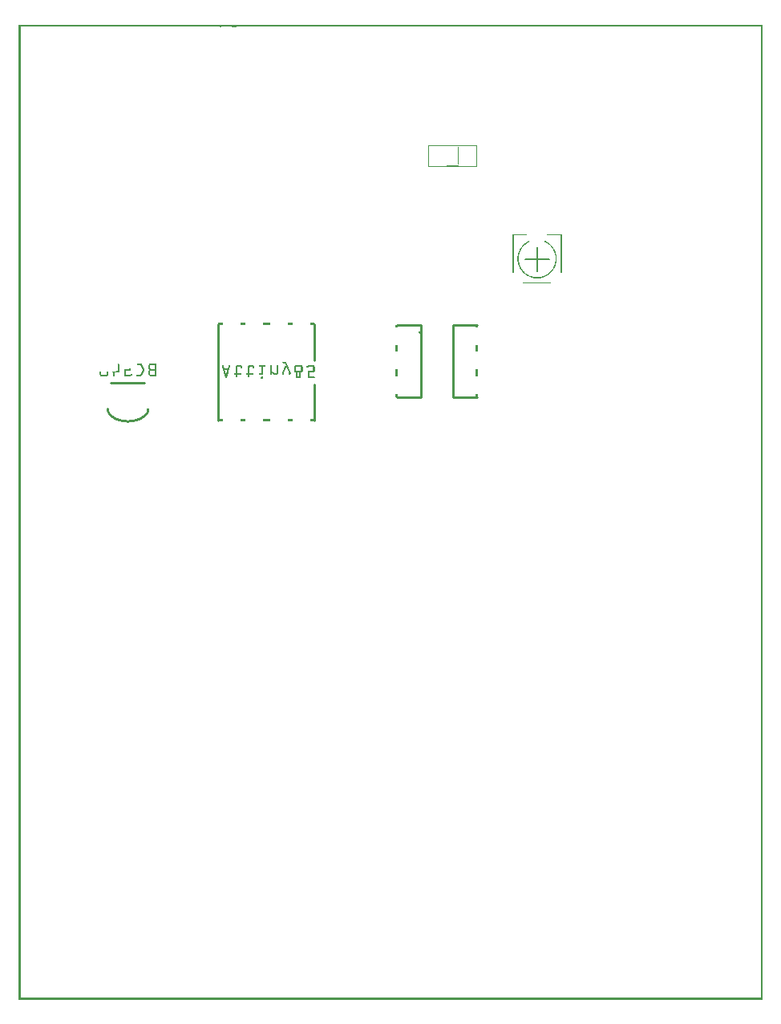
<source format=gbo>
G04 MADE WITH FRITZING*
G04 WWW.FRITZING.ORG*
G04 DOUBLE SIDED*
G04 HOLES PLATED*
G04 CONTOUR ON CENTER OF CONTOUR VECTOR*
%ASAXBY*%
%FSLAX23Y23*%
%MOIN*%
%OFA0B0*%
%SFA1.0B1.0*%
%ADD10C,0.005000*%
%ADD11C,0.010000*%
%ADD12R,0.001000X0.001000*%
%LNSILK0*%
G90*
G70*
G54D10*
X2156Y3027D02*
X2156Y3077D01*
D02*
X2206Y3077D02*
X2156Y3077D01*
D02*
X2156Y3127D02*
X2156Y3077D01*
D02*
X2156Y3077D02*
X2106Y3077D01*
G54D11*
D02*
X522Y2561D02*
X382Y2561D01*
D02*
X830Y2407D02*
X830Y2807D01*
D02*
X1230Y2407D02*
X1230Y2557D01*
D02*
X1230Y2657D02*
X1230Y2807D01*
D02*
X1671Y2802D02*
X1671Y2502D01*
D02*
X1671Y2502D02*
X1571Y2502D01*
D02*
X1571Y2802D02*
X1671Y2802D01*
D02*
X1904Y2502D02*
X1804Y2502D01*
D02*
X1804Y2502D02*
X1804Y2802D01*
D02*
X1804Y2802D02*
X1904Y2802D01*
G54D12*
X0Y4050D02*
X3092Y4050D01*
X0Y4049D02*
X3092Y4049D01*
X0Y4048D02*
X3092Y4048D01*
X0Y4047D02*
X3092Y4047D01*
X0Y4046D02*
X3092Y4046D01*
X0Y4045D02*
X3092Y4045D01*
X0Y4044D02*
X3092Y4044D01*
X0Y4043D02*
X3092Y4043D01*
X0Y4042D02*
X7Y4042D01*
X835Y4042D02*
X841Y4042D01*
X886Y4042D02*
X907Y4042D01*
X3085Y4042D02*
X3092Y4042D01*
X0Y4041D02*
X7Y4041D01*
X835Y4041D02*
X841Y4041D01*
X886Y4041D02*
X906Y4041D01*
X3085Y4041D02*
X3092Y4041D01*
X0Y4040D02*
X7Y4040D01*
X835Y4040D02*
X840Y4040D01*
X888Y4040D02*
X905Y4040D01*
X3085Y4040D02*
X3092Y4040D01*
X0Y4039D02*
X7Y4039D01*
X836Y4039D02*
X839Y4039D01*
X889Y4039D02*
X903Y4039D01*
X3085Y4039D02*
X3092Y4039D01*
X0Y4038D02*
X7Y4038D01*
X3085Y4038D02*
X3092Y4038D01*
X0Y4037D02*
X7Y4037D01*
X3085Y4037D02*
X3092Y4037D01*
X0Y4036D02*
X7Y4036D01*
X3085Y4036D02*
X3092Y4036D01*
X0Y4035D02*
X7Y4035D01*
X3085Y4035D02*
X3092Y4035D01*
X0Y4034D02*
X7Y4034D01*
X3085Y4034D02*
X3092Y4034D01*
X0Y4033D02*
X7Y4033D01*
X3085Y4033D02*
X3092Y4033D01*
X0Y4032D02*
X7Y4032D01*
X3085Y4032D02*
X3092Y4032D01*
X0Y4031D02*
X7Y4031D01*
X3085Y4031D02*
X3092Y4031D01*
X0Y4030D02*
X7Y4030D01*
X3085Y4030D02*
X3092Y4030D01*
X0Y4029D02*
X7Y4029D01*
X3085Y4029D02*
X3092Y4029D01*
X0Y4028D02*
X7Y4028D01*
X3085Y4028D02*
X3092Y4028D01*
X0Y4027D02*
X7Y4027D01*
X3085Y4027D02*
X3092Y4027D01*
X0Y4026D02*
X7Y4026D01*
X3085Y4026D02*
X3092Y4026D01*
X0Y4025D02*
X7Y4025D01*
X3085Y4025D02*
X3092Y4025D01*
X0Y4024D02*
X7Y4024D01*
X3085Y4024D02*
X3092Y4024D01*
X0Y4023D02*
X7Y4023D01*
X3085Y4023D02*
X3092Y4023D01*
X0Y4022D02*
X7Y4022D01*
X3085Y4022D02*
X3092Y4022D01*
X0Y4021D02*
X7Y4021D01*
X3085Y4021D02*
X3092Y4021D01*
X0Y4020D02*
X7Y4020D01*
X3085Y4020D02*
X3092Y4020D01*
X0Y4019D02*
X7Y4019D01*
X3085Y4019D02*
X3092Y4019D01*
X0Y4018D02*
X7Y4018D01*
X3085Y4018D02*
X3092Y4018D01*
X0Y4017D02*
X7Y4017D01*
X3085Y4017D02*
X3092Y4017D01*
X0Y4016D02*
X7Y4016D01*
X3085Y4016D02*
X3092Y4016D01*
X0Y4015D02*
X7Y4015D01*
X3085Y4015D02*
X3092Y4015D01*
X0Y4014D02*
X7Y4014D01*
X3085Y4014D02*
X3092Y4014D01*
X0Y4013D02*
X7Y4013D01*
X3085Y4013D02*
X3092Y4013D01*
X0Y4012D02*
X7Y4012D01*
X3085Y4012D02*
X3092Y4012D01*
X0Y4011D02*
X7Y4011D01*
X3085Y4011D02*
X3092Y4011D01*
X0Y4010D02*
X7Y4010D01*
X3085Y4010D02*
X3092Y4010D01*
X0Y4009D02*
X7Y4009D01*
X3085Y4009D02*
X3092Y4009D01*
X0Y4008D02*
X7Y4008D01*
X3085Y4008D02*
X3092Y4008D01*
X0Y4007D02*
X7Y4007D01*
X3085Y4007D02*
X3092Y4007D01*
X0Y4006D02*
X7Y4006D01*
X3085Y4006D02*
X3092Y4006D01*
X0Y4005D02*
X7Y4005D01*
X3085Y4005D02*
X3092Y4005D01*
X0Y4004D02*
X7Y4004D01*
X3085Y4004D02*
X3092Y4004D01*
X0Y4003D02*
X7Y4003D01*
X3085Y4003D02*
X3092Y4003D01*
X0Y4002D02*
X7Y4002D01*
X3085Y4002D02*
X3092Y4002D01*
X0Y4001D02*
X7Y4001D01*
X3085Y4001D02*
X3092Y4001D01*
X0Y4000D02*
X7Y4000D01*
X3085Y4000D02*
X3092Y4000D01*
X0Y3999D02*
X7Y3999D01*
X3085Y3999D02*
X3092Y3999D01*
X0Y3998D02*
X7Y3998D01*
X3085Y3998D02*
X3092Y3998D01*
X0Y3997D02*
X7Y3997D01*
X3085Y3997D02*
X3092Y3997D01*
X0Y3996D02*
X7Y3996D01*
X3085Y3996D02*
X3092Y3996D01*
X0Y3995D02*
X7Y3995D01*
X3085Y3995D02*
X3092Y3995D01*
X0Y3994D02*
X7Y3994D01*
X3085Y3994D02*
X3092Y3994D01*
X0Y3993D02*
X7Y3993D01*
X3085Y3993D02*
X3092Y3993D01*
X0Y3992D02*
X7Y3992D01*
X3085Y3992D02*
X3092Y3992D01*
X0Y3991D02*
X7Y3991D01*
X3085Y3991D02*
X3092Y3991D01*
X0Y3990D02*
X7Y3990D01*
X3085Y3990D02*
X3092Y3990D01*
X0Y3989D02*
X7Y3989D01*
X3085Y3989D02*
X3092Y3989D01*
X0Y3988D02*
X7Y3988D01*
X3085Y3988D02*
X3092Y3988D01*
X0Y3987D02*
X7Y3987D01*
X3085Y3987D02*
X3092Y3987D01*
X0Y3986D02*
X7Y3986D01*
X3085Y3986D02*
X3092Y3986D01*
X0Y3985D02*
X7Y3985D01*
X3085Y3985D02*
X3092Y3985D01*
X0Y3984D02*
X7Y3984D01*
X3085Y3984D02*
X3092Y3984D01*
X0Y3983D02*
X7Y3983D01*
X3085Y3983D02*
X3092Y3983D01*
X0Y3982D02*
X7Y3982D01*
X3085Y3982D02*
X3092Y3982D01*
X0Y3981D02*
X7Y3981D01*
X3085Y3981D02*
X3092Y3981D01*
X0Y3980D02*
X7Y3980D01*
X3085Y3980D02*
X3092Y3980D01*
X0Y3979D02*
X7Y3979D01*
X3085Y3979D02*
X3092Y3979D01*
X0Y3978D02*
X7Y3978D01*
X3085Y3978D02*
X3092Y3978D01*
X0Y3977D02*
X7Y3977D01*
X3085Y3977D02*
X3092Y3977D01*
X0Y3976D02*
X7Y3976D01*
X3085Y3976D02*
X3092Y3976D01*
X0Y3975D02*
X7Y3975D01*
X3085Y3975D02*
X3092Y3975D01*
X0Y3974D02*
X7Y3974D01*
X3085Y3974D02*
X3092Y3974D01*
X0Y3973D02*
X7Y3973D01*
X3085Y3973D02*
X3092Y3973D01*
X0Y3972D02*
X7Y3972D01*
X3085Y3972D02*
X3092Y3972D01*
X0Y3971D02*
X7Y3971D01*
X3085Y3971D02*
X3092Y3971D01*
X0Y3970D02*
X7Y3970D01*
X3085Y3970D02*
X3092Y3970D01*
X0Y3969D02*
X7Y3969D01*
X3085Y3969D02*
X3092Y3969D01*
X0Y3968D02*
X7Y3968D01*
X3085Y3968D02*
X3092Y3968D01*
X0Y3967D02*
X7Y3967D01*
X3085Y3967D02*
X3092Y3967D01*
X0Y3966D02*
X7Y3966D01*
X3085Y3966D02*
X3092Y3966D01*
X0Y3965D02*
X7Y3965D01*
X3085Y3965D02*
X3092Y3965D01*
X0Y3964D02*
X7Y3964D01*
X3085Y3964D02*
X3092Y3964D01*
X0Y3963D02*
X7Y3963D01*
X3085Y3963D02*
X3092Y3963D01*
X0Y3962D02*
X7Y3962D01*
X3085Y3962D02*
X3092Y3962D01*
X0Y3961D02*
X7Y3961D01*
X3085Y3961D02*
X3092Y3961D01*
X0Y3960D02*
X7Y3960D01*
X3085Y3960D02*
X3092Y3960D01*
X0Y3959D02*
X7Y3959D01*
X3085Y3959D02*
X3092Y3959D01*
X0Y3958D02*
X7Y3958D01*
X3085Y3958D02*
X3092Y3958D01*
X0Y3957D02*
X7Y3957D01*
X3085Y3957D02*
X3092Y3957D01*
X0Y3956D02*
X7Y3956D01*
X3085Y3956D02*
X3092Y3956D01*
X0Y3955D02*
X7Y3955D01*
X3085Y3955D02*
X3092Y3955D01*
X0Y3954D02*
X7Y3954D01*
X3085Y3954D02*
X3092Y3954D01*
X0Y3953D02*
X7Y3953D01*
X3085Y3953D02*
X3092Y3953D01*
X0Y3952D02*
X7Y3952D01*
X3085Y3952D02*
X3092Y3952D01*
X0Y3951D02*
X7Y3951D01*
X3085Y3951D02*
X3092Y3951D01*
X0Y3950D02*
X7Y3950D01*
X3085Y3950D02*
X3092Y3950D01*
X0Y3949D02*
X7Y3949D01*
X3085Y3949D02*
X3092Y3949D01*
X0Y3948D02*
X7Y3948D01*
X3085Y3948D02*
X3092Y3948D01*
X0Y3947D02*
X7Y3947D01*
X3085Y3947D02*
X3092Y3947D01*
X0Y3946D02*
X7Y3946D01*
X3085Y3946D02*
X3092Y3946D01*
X0Y3945D02*
X7Y3945D01*
X3085Y3945D02*
X3092Y3945D01*
X0Y3944D02*
X7Y3944D01*
X3085Y3944D02*
X3092Y3944D01*
X0Y3943D02*
X7Y3943D01*
X3085Y3943D02*
X3092Y3943D01*
X0Y3942D02*
X7Y3942D01*
X3085Y3942D02*
X3092Y3942D01*
X0Y3941D02*
X7Y3941D01*
X3085Y3941D02*
X3092Y3941D01*
X0Y3940D02*
X7Y3940D01*
X3085Y3940D02*
X3092Y3940D01*
X0Y3939D02*
X7Y3939D01*
X3085Y3939D02*
X3092Y3939D01*
X0Y3938D02*
X7Y3938D01*
X3085Y3938D02*
X3092Y3938D01*
X0Y3937D02*
X7Y3937D01*
X3085Y3937D02*
X3092Y3937D01*
X0Y3936D02*
X7Y3936D01*
X3085Y3936D02*
X3092Y3936D01*
X0Y3935D02*
X7Y3935D01*
X3085Y3935D02*
X3092Y3935D01*
X0Y3934D02*
X7Y3934D01*
X3085Y3934D02*
X3092Y3934D01*
X0Y3933D02*
X7Y3933D01*
X3085Y3933D02*
X3092Y3933D01*
X0Y3932D02*
X7Y3932D01*
X3085Y3932D02*
X3092Y3932D01*
X0Y3931D02*
X7Y3931D01*
X3085Y3931D02*
X3092Y3931D01*
X0Y3930D02*
X7Y3930D01*
X3085Y3930D02*
X3092Y3930D01*
X0Y3929D02*
X7Y3929D01*
X3085Y3929D02*
X3092Y3929D01*
X0Y3928D02*
X7Y3928D01*
X3085Y3928D02*
X3092Y3928D01*
X0Y3927D02*
X7Y3927D01*
X3085Y3927D02*
X3092Y3927D01*
X0Y3926D02*
X7Y3926D01*
X3085Y3926D02*
X3092Y3926D01*
X0Y3925D02*
X7Y3925D01*
X3085Y3925D02*
X3092Y3925D01*
X0Y3924D02*
X7Y3924D01*
X3085Y3924D02*
X3092Y3924D01*
X0Y3923D02*
X7Y3923D01*
X3085Y3923D02*
X3092Y3923D01*
X0Y3922D02*
X7Y3922D01*
X3085Y3922D02*
X3092Y3922D01*
X0Y3921D02*
X7Y3921D01*
X3085Y3921D02*
X3092Y3921D01*
X0Y3920D02*
X7Y3920D01*
X3085Y3920D02*
X3092Y3920D01*
X0Y3919D02*
X7Y3919D01*
X3085Y3919D02*
X3092Y3919D01*
X0Y3918D02*
X7Y3918D01*
X3085Y3918D02*
X3092Y3918D01*
X0Y3917D02*
X7Y3917D01*
X3085Y3917D02*
X3092Y3917D01*
X0Y3916D02*
X7Y3916D01*
X3085Y3916D02*
X3092Y3916D01*
X0Y3915D02*
X7Y3915D01*
X3085Y3915D02*
X3092Y3915D01*
X0Y3914D02*
X7Y3914D01*
X3085Y3914D02*
X3092Y3914D01*
X0Y3913D02*
X7Y3913D01*
X3085Y3913D02*
X3092Y3913D01*
X0Y3912D02*
X7Y3912D01*
X3085Y3912D02*
X3092Y3912D01*
X0Y3911D02*
X7Y3911D01*
X3085Y3911D02*
X3092Y3911D01*
X0Y3910D02*
X7Y3910D01*
X3085Y3910D02*
X3092Y3910D01*
X0Y3909D02*
X7Y3909D01*
X3085Y3909D02*
X3092Y3909D01*
X0Y3908D02*
X7Y3908D01*
X3085Y3908D02*
X3092Y3908D01*
X0Y3907D02*
X7Y3907D01*
X3085Y3907D02*
X3092Y3907D01*
X0Y3906D02*
X7Y3906D01*
X3085Y3906D02*
X3092Y3906D01*
X0Y3905D02*
X7Y3905D01*
X3085Y3905D02*
X3092Y3905D01*
X0Y3904D02*
X7Y3904D01*
X3085Y3904D02*
X3092Y3904D01*
X0Y3903D02*
X7Y3903D01*
X3085Y3903D02*
X3092Y3903D01*
X0Y3902D02*
X7Y3902D01*
X3085Y3902D02*
X3092Y3902D01*
X0Y3901D02*
X7Y3901D01*
X3085Y3901D02*
X3092Y3901D01*
X0Y3900D02*
X7Y3900D01*
X3085Y3900D02*
X3092Y3900D01*
X0Y3899D02*
X7Y3899D01*
X3085Y3899D02*
X3092Y3899D01*
X0Y3898D02*
X7Y3898D01*
X3085Y3898D02*
X3092Y3898D01*
X0Y3897D02*
X7Y3897D01*
X3085Y3897D02*
X3092Y3897D01*
X0Y3896D02*
X7Y3896D01*
X3085Y3896D02*
X3092Y3896D01*
X0Y3895D02*
X7Y3895D01*
X3085Y3895D02*
X3092Y3895D01*
X0Y3894D02*
X7Y3894D01*
X3085Y3894D02*
X3092Y3894D01*
X0Y3893D02*
X7Y3893D01*
X3085Y3893D02*
X3092Y3893D01*
X0Y3892D02*
X7Y3892D01*
X3085Y3892D02*
X3092Y3892D01*
X0Y3891D02*
X7Y3891D01*
X3085Y3891D02*
X3092Y3891D01*
X0Y3890D02*
X7Y3890D01*
X3085Y3890D02*
X3092Y3890D01*
X0Y3889D02*
X7Y3889D01*
X3085Y3889D02*
X3092Y3889D01*
X0Y3888D02*
X7Y3888D01*
X3085Y3888D02*
X3092Y3888D01*
X0Y3887D02*
X7Y3887D01*
X3085Y3887D02*
X3092Y3887D01*
X0Y3886D02*
X7Y3886D01*
X3085Y3886D02*
X3092Y3886D01*
X0Y3885D02*
X7Y3885D01*
X3085Y3885D02*
X3092Y3885D01*
X0Y3884D02*
X7Y3884D01*
X3085Y3884D02*
X3092Y3884D01*
X0Y3883D02*
X7Y3883D01*
X3085Y3883D02*
X3092Y3883D01*
X0Y3882D02*
X7Y3882D01*
X3085Y3882D02*
X3092Y3882D01*
X0Y3881D02*
X7Y3881D01*
X3085Y3881D02*
X3092Y3881D01*
X0Y3880D02*
X7Y3880D01*
X3085Y3880D02*
X3092Y3880D01*
X0Y3879D02*
X7Y3879D01*
X3085Y3879D02*
X3092Y3879D01*
X0Y3878D02*
X7Y3878D01*
X3085Y3878D02*
X3092Y3878D01*
X0Y3877D02*
X7Y3877D01*
X3085Y3877D02*
X3092Y3877D01*
X0Y3876D02*
X7Y3876D01*
X3085Y3876D02*
X3092Y3876D01*
X0Y3875D02*
X7Y3875D01*
X3085Y3875D02*
X3092Y3875D01*
X0Y3874D02*
X7Y3874D01*
X3085Y3874D02*
X3092Y3874D01*
X0Y3873D02*
X7Y3873D01*
X3085Y3873D02*
X3092Y3873D01*
X0Y3872D02*
X7Y3872D01*
X3085Y3872D02*
X3092Y3872D01*
X0Y3871D02*
X7Y3871D01*
X3085Y3871D02*
X3092Y3871D01*
X0Y3870D02*
X7Y3870D01*
X3085Y3870D02*
X3092Y3870D01*
X0Y3869D02*
X7Y3869D01*
X3085Y3869D02*
X3092Y3869D01*
X0Y3868D02*
X7Y3868D01*
X3085Y3868D02*
X3092Y3868D01*
X0Y3867D02*
X7Y3867D01*
X3085Y3867D02*
X3092Y3867D01*
X0Y3866D02*
X7Y3866D01*
X3085Y3866D02*
X3092Y3866D01*
X0Y3865D02*
X7Y3865D01*
X3085Y3865D02*
X3092Y3865D01*
X0Y3864D02*
X7Y3864D01*
X3085Y3864D02*
X3092Y3864D01*
X0Y3863D02*
X7Y3863D01*
X3085Y3863D02*
X3092Y3863D01*
X0Y3862D02*
X7Y3862D01*
X3085Y3862D02*
X3092Y3862D01*
X0Y3861D02*
X7Y3861D01*
X3085Y3861D02*
X3092Y3861D01*
X0Y3860D02*
X7Y3860D01*
X3085Y3860D02*
X3092Y3860D01*
X0Y3859D02*
X7Y3859D01*
X3085Y3859D02*
X3092Y3859D01*
X0Y3858D02*
X7Y3858D01*
X3085Y3858D02*
X3092Y3858D01*
X0Y3857D02*
X7Y3857D01*
X3085Y3857D02*
X3092Y3857D01*
X0Y3856D02*
X7Y3856D01*
X3085Y3856D02*
X3092Y3856D01*
X0Y3855D02*
X7Y3855D01*
X3085Y3855D02*
X3092Y3855D01*
X0Y3854D02*
X7Y3854D01*
X3085Y3854D02*
X3092Y3854D01*
X0Y3853D02*
X7Y3853D01*
X3085Y3853D02*
X3092Y3853D01*
X0Y3852D02*
X7Y3852D01*
X3085Y3852D02*
X3092Y3852D01*
X0Y3851D02*
X7Y3851D01*
X3085Y3851D02*
X3092Y3851D01*
X0Y3850D02*
X7Y3850D01*
X3085Y3850D02*
X3092Y3850D01*
X0Y3849D02*
X7Y3849D01*
X3085Y3849D02*
X3092Y3849D01*
X0Y3848D02*
X7Y3848D01*
X3085Y3848D02*
X3092Y3848D01*
X0Y3847D02*
X7Y3847D01*
X3085Y3847D02*
X3092Y3847D01*
X0Y3846D02*
X7Y3846D01*
X3085Y3846D02*
X3092Y3846D01*
X0Y3845D02*
X7Y3845D01*
X3085Y3845D02*
X3092Y3845D01*
X0Y3844D02*
X7Y3844D01*
X3085Y3844D02*
X3092Y3844D01*
X0Y3843D02*
X7Y3843D01*
X3085Y3843D02*
X3092Y3843D01*
X0Y3842D02*
X7Y3842D01*
X3085Y3842D02*
X3092Y3842D01*
X0Y3841D02*
X7Y3841D01*
X3085Y3841D02*
X3092Y3841D01*
X0Y3840D02*
X7Y3840D01*
X3085Y3840D02*
X3092Y3840D01*
X0Y3839D02*
X7Y3839D01*
X3085Y3839D02*
X3092Y3839D01*
X0Y3838D02*
X7Y3838D01*
X3085Y3838D02*
X3092Y3838D01*
X0Y3837D02*
X7Y3837D01*
X3085Y3837D02*
X3092Y3837D01*
X0Y3836D02*
X7Y3836D01*
X3085Y3836D02*
X3092Y3836D01*
X0Y3835D02*
X7Y3835D01*
X3085Y3835D02*
X3092Y3835D01*
X0Y3834D02*
X7Y3834D01*
X3085Y3834D02*
X3092Y3834D01*
X0Y3833D02*
X7Y3833D01*
X3085Y3833D02*
X3092Y3833D01*
X0Y3832D02*
X7Y3832D01*
X3085Y3832D02*
X3092Y3832D01*
X0Y3831D02*
X7Y3831D01*
X3085Y3831D02*
X3092Y3831D01*
X0Y3830D02*
X7Y3830D01*
X3085Y3830D02*
X3092Y3830D01*
X0Y3829D02*
X7Y3829D01*
X3085Y3829D02*
X3092Y3829D01*
X0Y3828D02*
X7Y3828D01*
X3085Y3828D02*
X3092Y3828D01*
X0Y3827D02*
X7Y3827D01*
X3085Y3827D02*
X3092Y3827D01*
X0Y3826D02*
X7Y3826D01*
X3085Y3826D02*
X3092Y3826D01*
X0Y3825D02*
X7Y3825D01*
X3085Y3825D02*
X3092Y3825D01*
X0Y3824D02*
X7Y3824D01*
X3085Y3824D02*
X3092Y3824D01*
X0Y3823D02*
X7Y3823D01*
X3085Y3823D02*
X3092Y3823D01*
X0Y3822D02*
X7Y3822D01*
X3085Y3822D02*
X3092Y3822D01*
X0Y3821D02*
X7Y3821D01*
X3085Y3821D02*
X3092Y3821D01*
X0Y3820D02*
X7Y3820D01*
X3085Y3820D02*
X3092Y3820D01*
X0Y3819D02*
X7Y3819D01*
X3085Y3819D02*
X3092Y3819D01*
X0Y3818D02*
X7Y3818D01*
X3085Y3818D02*
X3092Y3818D01*
X0Y3817D02*
X7Y3817D01*
X3085Y3817D02*
X3092Y3817D01*
X0Y3816D02*
X7Y3816D01*
X3085Y3816D02*
X3092Y3816D01*
X0Y3815D02*
X7Y3815D01*
X3085Y3815D02*
X3092Y3815D01*
X0Y3814D02*
X7Y3814D01*
X3085Y3814D02*
X3092Y3814D01*
X0Y3813D02*
X7Y3813D01*
X3085Y3813D02*
X3092Y3813D01*
X0Y3812D02*
X7Y3812D01*
X3085Y3812D02*
X3092Y3812D01*
X0Y3811D02*
X7Y3811D01*
X3085Y3811D02*
X3092Y3811D01*
X0Y3810D02*
X7Y3810D01*
X3085Y3810D02*
X3092Y3810D01*
X0Y3809D02*
X7Y3809D01*
X3085Y3809D02*
X3092Y3809D01*
X0Y3808D02*
X7Y3808D01*
X3085Y3808D02*
X3092Y3808D01*
X0Y3807D02*
X7Y3807D01*
X3085Y3807D02*
X3092Y3807D01*
X0Y3806D02*
X7Y3806D01*
X3085Y3806D02*
X3092Y3806D01*
X0Y3805D02*
X7Y3805D01*
X3085Y3805D02*
X3092Y3805D01*
X0Y3804D02*
X7Y3804D01*
X3085Y3804D02*
X3092Y3804D01*
X0Y3803D02*
X7Y3803D01*
X3085Y3803D02*
X3092Y3803D01*
X0Y3802D02*
X7Y3802D01*
X3085Y3802D02*
X3092Y3802D01*
X0Y3801D02*
X7Y3801D01*
X3085Y3801D02*
X3092Y3801D01*
X0Y3800D02*
X7Y3800D01*
X3085Y3800D02*
X3092Y3800D01*
X0Y3799D02*
X7Y3799D01*
X3085Y3799D02*
X3092Y3799D01*
X0Y3798D02*
X7Y3798D01*
X3085Y3798D02*
X3092Y3798D01*
X0Y3797D02*
X7Y3797D01*
X3085Y3797D02*
X3092Y3797D01*
X0Y3796D02*
X7Y3796D01*
X3085Y3796D02*
X3092Y3796D01*
X0Y3795D02*
X7Y3795D01*
X3085Y3795D02*
X3092Y3795D01*
X0Y3794D02*
X7Y3794D01*
X3085Y3794D02*
X3092Y3794D01*
X0Y3793D02*
X7Y3793D01*
X3085Y3793D02*
X3092Y3793D01*
X0Y3792D02*
X7Y3792D01*
X3085Y3792D02*
X3092Y3792D01*
X0Y3791D02*
X7Y3791D01*
X3085Y3791D02*
X3092Y3791D01*
X0Y3790D02*
X7Y3790D01*
X3085Y3790D02*
X3092Y3790D01*
X0Y3789D02*
X7Y3789D01*
X3085Y3789D02*
X3092Y3789D01*
X0Y3788D02*
X7Y3788D01*
X3085Y3788D02*
X3092Y3788D01*
X0Y3787D02*
X7Y3787D01*
X3085Y3787D02*
X3092Y3787D01*
X0Y3786D02*
X7Y3786D01*
X3085Y3786D02*
X3092Y3786D01*
X0Y3785D02*
X7Y3785D01*
X3085Y3785D02*
X3092Y3785D01*
X0Y3784D02*
X7Y3784D01*
X3085Y3784D02*
X3092Y3784D01*
X0Y3783D02*
X7Y3783D01*
X3085Y3783D02*
X3092Y3783D01*
X0Y3782D02*
X7Y3782D01*
X3085Y3782D02*
X3092Y3782D01*
X0Y3781D02*
X7Y3781D01*
X3085Y3781D02*
X3092Y3781D01*
X0Y3780D02*
X7Y3780D01*
X3085Y3780D02*
X3092Y3780D01*
X0Y3779D02*
X7Y3779D01*
X3085Y3779D02*
X3092Y3779D01*
X0Y3778D02*
X7Y3778D01*
X3085Y3778D02*
X3092Y3778D01*
X0Y3777D02*
X7Y3777D01*
X3085Y3777D02*
X3092Y3777D01*
X0Y3776D02*
X7Y3776D01*
X3085Y3776D02*
X3092Y3776D01*
X0Y3775D02*
X7Y3775D01*
X3085Y3775D02*
X3092Y3775D01*
X0Y3774D02*
X7Y3774D01*
X3085Y3774D02*
X3092Y3774D01*
X0Y3773D02*
X7Y3773D01*
X3085Y3773D02*
X3092Y3773D01*
X0Y3772D02*
X7Y3772D01*
X3085Y3772D02*
X3092Y3772D01*
X0Y3771D02*
X7Y3771D01*
X3085Y3771D02*
X3092Y3771D01*
X0Y3770D02*
X7Y3770D01*
X3085Y3770D02*
X3092Y3770D01*
X0Y3769D02*
X7Y3769D01*
X3085Y3769D02*
X3092Y3769D01*
X0Y3768D02*
X7Y3768D01*
X3085Y3768D02*
X3092Y3768D01*
X0Y3767D02*
X7Y3767D01*
X3085Y3767D02*
X3092Y3767D01*
X0Y3766D02*
X7Y3766D01*
X3085Y3766D02*
X3092Y3766D01*
X0Y3765D02*
X7Y3765D01*
X3085Y3765D02*
X3092Y3765D01*
X0Y3764D02*
X7Y3764D01*
X3085Y3764D02*
X3092Y3764D01*
X0Y3763D02*
X7Y3763D01*
X3085Y3763D02*
X3092Y3763D01*
X0Y3762D02*
X7Y3762D01*
X3085Y3762D02*
X3092Y3762D01*
X0Y3761D02*
X7Y3761D01*
X3085Y3761D02*
X3092Y3761D01*
X0Y3760D02*
X7Y3760D01*
X3085Y3760D02*
X3092Y3760D01*
X0Y3759D02*
X7Y3759D01*
X3085Y3759D02*
X3092Y3759D01*
X0Y3758D02*
X7Y3758D01*
X3085Y3758D02*
X3092Y3758D01*
X0Y3757D02*
X7Y3757D01*
X3085Y3757D02*
X3092Y3757D01*
X0Y3756D02*
X7Y3756D01*
X3085Y3756D02*
X3092Y3756D01*
X0Y3755D02*
X7Y3755D01*
X3085Y3755D02*
X3092Y3755D01*
X0Y3754D02*
X7Y3754D01*
X3085Y3754D02*
X3092Y3754D01*
X0Y3753D02*
X7Y3753D01*
X3085Y3753D02*
X3092Y3753D01*
X0Y3752D02*
X7Y3752D01*
X3085Y3752D02*
X3092Y3752D01*
X0Y3751D02*
X7Y3751D01*
X3085Y3751D02*
X3092Y3751D01*
X0Y3750D02*
X7Y3750D01*
X3085Y3750D02*
X3092Y3750D01*
X0Y3749D02*
X7Y3749D01*
X3085Y3749D02*
X3092Y3749D01*
X0Y3748D02*
X7Y3748D01*
X3085Y3748D02*
X3092Y3748D01*
X0Y3747D02*
X7Y3747D01*
X3085Y3747D02*
X3092Y3747D01*
X0Y3746D02*
X7Y3746D01*
X3085Y3746D02*
X3092Y3746D01*
X0Y3745D02*
X7Y3745D01*
X3085Y3745D02*
X3092Y3745D01*
X0Y3744D02*
X7Y3744D01*
X3085Y3744D02*
X3092Y3744D01*
X0Y3743D02*
X7Y3743D01*
X3085Y3743D02*
X3092Y3743D01*
X0Y3742D02*
X7Y3742D01*
X3085Y3742D02*
X3092Y3742D01*
X0Y3741D02*
X7Y3741D01*
X3085Y3741D02*
X3092Y3741D01*
X0Y3740D02*
X7Y3740D01*
X3085Y3740D02*
X3092Y3740D01*
X0Y3739D02*
X7Y3739D01*
X3085Y3739D02*
X3092Y3739D01*
X0Y3738D02*
X7Y3738D01*
X3085Y3738D02*
X3092Y3738D01*
X0Y3737D02*
X7Y3737D01*
X3085Y3737D02*
X3092Y3737D01*
X0Y3736D02*
X7Y3736D01*
X3085Y3736D02*
X3092Y3736D01*
X0Y3735D02*
X7Y3735D01*
X3085Y3735D02*
X3092Y3735D01*
X0Y3734D02*
X7Y3734D01*
X3085Y3734D02*
X3092Y3734D01*
X0Y3733D02*
X7Y3733D01*
X3085Y3733D02*
X3092Y3733D01*
X0Y3732D02*
X7Y3732D01*
X3085Y3732D02*
X3092Y3732D01*
X0Y3731D02*
X7Y3731D01*
X3085Y3731D02*
X3092Y3731D01*
X0Y3730D02*
X7Y3730D01*
X3085Y3730D02*
X3092Y3730D01*
X0Y3729D02*
X7Y3729D01*
X3085Y3729D02*
X3092Y3729D01*
X0Y3728D02*
X7Y3728D01*
X3085Y3728D02*
X3092Y3728D01*
X0Y3727D02*
X7Y3727D01*
X3085Y3727D02*
X3092Y3727D01*
X0Y3726D02*
X7Y3726D01*
X3085Y3726D02*
X3092Y3726D01*
X0Y3725D02*
X7Y3725D01*
X3085Y3725D02*
X3092Y3725D01*
X0Y3724D02*
X7Y3724D01*
X3085Y3724D02*
X3092Y3724D01*
X0Y3723D02*
X7Y3723D01*
X3085Y3723D02*
X3092Y3723D01*
X0Y3722D02*
X7Y3722D01*
X3085Y3722D02*
X3092Y3722D01*
X0Y3721D02*
X7Y3721D01*
X3085Y3721D02*
X3092Y3721D01*
X0Y3720D02*
X7Y3720D01*
X3085Y3720D02*
X3092Y3720D01*
X0Y3719D02*
X7Y3719D01*
X3085Y3719D02*
X3092Y3719D01*
X0Y3718D02*
X7Y3718D01*
X3085Y3718D02*
X3092Y3718D01*
X0Y3717D02*
X7Y3717D01*
X3085Y3717D02*
X3092Y3717D01*
X0Y3716D02*
X7Y3716D01*
X3085Y3716D02*
X3092Y3716D01*
X0Y3715D02*
X7Y3715D01*
X3085Y3715D02*
X3092Y3715D01*
X0Y3714D02*
X7Y3714D01*
X3085Y3714D02*
X3092Y3714D01*
X0Y3713D02*
X7Y3713D01*
X3085Y3713D02*
X3092Y3713D01*
X0Y3712D02*
X7Y3712D01*
X3085Y3712D02*
X3092Y3712D01*
X0Y3711D02*
X7Y3711D01*
X3085Y3711D02*
X3092Y3711D01*
X0Y3710D02*
X7Y3710D01*
X3085Y3710D02*
X3092Y3710D01*
X0Y3709D02*
X7Y3709D01*
X3085Y3709D02*
X3092Y3709D01*
X0Y3708D02*
X7Y3708D01*
X3085Y3708D02*
X3092Y3708D01*
X0Y3707D02*
X7Y3707D01*
X3085Y3707D02*
X3092Y3707D01*
X0Y3706D02*
X7Y3706D01*
X3085Y3706D02*
X3092Y3706D01*
X0Y3705D02*
X7Y3705D01*
X3085Y3705D02*
X3092Y3705D01*
X0Y3704D02*
X7Y3704D01*
X3085Y3704D02*
X3092Y3704D01*
X0Y3703D02*
X7Y3703D01*
X3085Y3703D02*
X3092Y3703D01*
X0Y3702D02*
X7Y3702D01*
X3085Y3702D02*
X3092Y3702D01*
X0Y3701D02*
X7Y3701D01*
X3085Y3701D02*
X3092Y3701D01*
X0Y3700D02*
X7Y3700D01*
X3085Y3700D02*
X3092Y3700D01*
X0Y3699D02*
X7Y3699D01*
X3085Y3699D02*
X3092Y3699D01*
X0Y3698D02*
X7Y3698D01*
X3085Y3698D02*
X3092Y3698D01*
X0Y3697D02*
X7Y3697D01*
X3085Y3697D02*
X3092Y3697D01*
X0Y3696D02*
X7Y3696D01*
X3085Y3696D02*
X3092Y3696D01*
X0Y3695D02*
X7Y3695D01*
X3085Y3695D02*
X3092Y3695D01*
X0Y3694D02*
X7Y3694D01*
X3085Y3694D02*
X3092Y3694D01*
X0Y3693D02*
X7Y3693D01*
X3085Y3693D02*
X3092Y3693D01*
X0Y3692D02*
X7Y3692D01*
X3085Y3692D02*
X3092Y3692D01*
X0Y3691D02*
X7Y3691D01*
X3085Y3691D02*
X3092Y3691D01*
X0Y3690D02*
X7Y3690D01*
X3085Y3690D02*
X3092Y3690D01*
X0Y3689D02*
X7Y3689D01*
X3085Y3689D02*
X3092Y3689D01*
X0Y3688D02*
X7Y3688D01*
X3085Y3688D02*
X3092Y3688D01*
X0Y3687D02*
X7Y3687D01*
X3085Y3687D02*
X3092Y3687D01*
X0Y3686D02*
X7Y3686D01*
X3085Y3686D02*
X3092Y3686D01*
X0Y3685D02*
X7Y3685D01*
X3085Y3685D02*
X3092Y3685D01*
X0Y3684D02*
X7Y3684D01*
X3085Y3684D02*
X3092Y3684D01*
X0Y3683D02*
X7Y3683D01*
X3085Y3683D02*
X3092Y3683D01*
X0Y3682D02*
X7Y3682D01*
X3085Y3682D02*
X3092Y3682D01*
X0Y3681D02*
X7Y3681D01*
X3085Y3681D02*
X3092Y3681D01*
X0Y3680D02*
X7Y3680D01*
X3085Y3680D02*
X3092Y3680D01*
X0Y3679D02*
X7Y3679D01*
X3085Y3679D02*
X3092Y3679D01*
X0Y3678D02*
X7Y3678D01*
X3085Y3678D02*
X3092Y3678D01*
X0Y3677D02*
X7Y3677D01*
X3085Y3677D02*
X3092Y3677D01*
X0Y3676D02*
X7Y3676D01*
X3085Y3676D02*
X3092Y3676D01*
X0Y3675D02*
X7Y3675D01*
X3085Y3675D02*
X3092Y3675D01*
X0Y3674D02*
X7Y3674D01*
X3085Y3674D02*
X3092Y3674D01*
X0Y3673D02*
X7Y3673D01*
X3085Y3673D02*
X3092Y3673D01*
X0Y3672D02*
X7Y3672D01*
X3085Y3672D02*
X3092Y3672D01*
X0Y3671D02*
X7Y3671D01*
X3085Y3671D02*
X3092Y3671D01*
X0Y3670D02*
X7Y3670D01*
X3085Y3670D02*
X3092Y3670D01*
X0Y3669D02*
X7Y3669D01*
X3085Y3669D02*
X3092Y3669D01*
X0Y3668D02*
X7Y3668D01*
X3085Y3668D02*
X3092Y3668D01*
X0Y3667D02*
X7Y3667D01*
X3085Y3667D02*
X3092Y3667D01*
X0Y3666D02*
X7Y3666D01*
X3085Y3666D02*
X3092Y3666D01*
X0Y3665D02*
X7Y3665D01*
X3085Y3665D02*
X3092Y3665D01*
X0Y3664D02*
X7Y3664D01*
X3085Y3664D02*
X3092Y3664D01*
X0Y3663D02*
X7Y3663D01*
X3085Y3663D02*
X3092Y3663D01*
X0Y3662D02*
X7Y3662D01*
X3085Y3662D02*
X3092Y3662D01*
X0Y3661D02*
X7Y3661D01*
X3085Y3661D02*
X3092Y3661D01*
X0Y3660D02*
X7Y3660D01*
X3085Y3660D02*
X3092Y3660D01*
X0Y3659D02*
X7Y3659D01*
X3085Y3659D02*
X3092Y3659D01*
X0Y3658D02*
X7Y3658D01*
X3085Y3658D02*
X3092Y3658D01*
X0Y3657D02*
X7Y3657D01*
X3085Y3657D02*
X3092Y3657D01*
X0Y3656D02*
X7Y3656D01*
X3085Y3656D02*
X3092Y3656D01*
X0Y3655D02*
X7Y3655D01*
X3085Y3655D02*
X3092Y3655D01*
X0Y3654D02*
X7Y3654D01*
X3085Y3654D02*
X3092Y3654D01*
X0Y3653D02*
X7Y3653D01*
X3085Y3653D02*
X3092Y3653D01*
X0Y3652D02*
X7Y3652D01*
X3085Y3652D02*
X3092Y3652D01*
X0Y3651D02*
X7Y3651D01*
X3085Y3651D02*
X3092Y3651D01*
X0Y3650D02*
X7Y3650D01*
X3085Y3650D02*
X3092Y3650D01*
X0Y3649D02*
X7Y3649D01*
X3085Y3649D02*
X3092Y3649D01*
X0Y3648D02*
X7Y3648D01*
X3085Y3648D02*
X3092Y3648D01*
X0Y3647D02*
X7Y3647D01*
X3085Y3647D02*
X3092Y3647D01*
X0Y3646D02*
X7Y3646D01*
X3085Y3646D02*
X3092Y3646D01*
X0Y3645D02*
X7Y3645D01*
X3085Y3645D02*
X3092Y3645D01*
X0Y3644D02*
X7Y3644D01*
X3085Y3644D02*
X3092Y3644D01*
X0Y3643D02*
X7Y3643D01*
X3085Y3643D02*
X3092Y3643D01*
X0Y3642D02*
X7Y3642D01*
X3085Y3642D02*
X3092Y3642D01*
X0Y3641D02*
X7Y3641D01*
X3085Y3641D02*
X3092Y3641D01*
X0Y3640D02*
X7Y3640D01*
X3085Y3640D02*
X3092Y3640D01*
X0Y3639D02*
X7Y3639D01*
X3085Y3639D02*
X3092Y3639D01*
X0Y3638D02*
X7Y3638D01*
X3085Y3638D02*
X3092Y3638D01*
X0Y3637D02*
X7Y3637D01*
X3085Y3637D02*
X3092Y3637D01*
X0Y3636D02*
X7Y3636D01*
X3085Y3636D02*
X3092Y3636D01*
X0Y3635D02*
X7Y3635D01*
X3085Y3635D02*
X3092Y3635D01*
X0Y3634D02*
X7Y3634D01*
X3085Y3634D02*
X3092Y3634D01*
X0Y3633D02*
X7Y3633D01*
X3085Y3633D02*
X3092Y3633D01*
X0Y3632D02*
X7Y3632D01*
X3085Y3632D02*
X3092Y3632D01*
X0Y3631D02*
X7Y3631D01*
X3085Y3631D02*
X3092Y3631D01*
X0Y3630D02*
X7Y3630D01*
X3085Y3630D02*
X3092Y3630D01*
X0Y3629D02*
X7Y3629D01*
X3085Y3629D02*
X3092Y3629D01*
X0Y3628D02*
X7Y3628D01*
X3085Y3628D02*
X3092Y3628D01*
X0Y3627D02*
X7Y3627D01*
X3085Y3627D02*
X3092Y3627D01*
X0Y3626D02*
X7Y3626D01*
X3085Y3626D02*
X3092Y3626D01*
X0Y3625D02*
X7Y3625D01*
X3085Y3625D02*
X3092Y3625D01*
X0Y3624D02*
X7Y3624D01*
X3085Y3624D02*
X3092Y3624D01*
X0Y3623D02*
X7Y3623D01*
X3085Y3623D02*
X3092Y3623D01*
X0Y3622D02*
X7Y3622D01*
X3085Y3622D02*
X3092Y3622D01*
X0Y3621D02*
X7Y3621D01*
X3085Y3621D02*
X3092Y3621D01*
X0Y3620D02*
X7Y3620D01*
X3085Y3620D02*
X3092Y3620D01*
X0Y3619D02*
X7Y3619D01*
X3085Y3619D02*
X3092Y3619D01*
X0Y3618D02*
X7Y3618D01*
X3085Y3618D02*
X3092Y3618D01*
X0Y3617D02*
X7Y3617D01*
X3085Y3617D02*
X3092Y3617D01*
X0Y3616D02*
X7Y3616D01*
X3085Y3616D02*
X3092Y3616D01*
X0Y3615D02*
X7Y3615D01*
X3085Y3615D02*
X3092Y3615D01*
X0Y3614D02*
X7Y3614D01*
X3085Y3614D02*
X3092Y3614D01*
X0Y3613D02*
X7Y3613D01*
X3085Y3613D02*
X3092Y3613D01*
X0Y3612D02*
X7Y3612D01*
X3085Y3612D02*
X3092Y3612D01*
X0Y3611D02*
X7Y3611D01*
X3085Y3611D02*
X3092Y3611D01*
X0Y3610D02*
X7Y3610D01*
X3085Y3610D02*
X3092Y3610D01*
X0Y3609D02*
X7Y3609D01*
X3085Y3609D02*
X3092Y3609D01*
X0Y3608D02*
X7Y3608D01*
X3085Y3608D02*
X3092Y3608D01*
X0Y3607D02*
X7Y3607D01*
X3085Y3607D02*
X3092Y3607D01*
X0Y3606D02*
X7Y3606D01*
X3085Y3606D02*
X3092Y3606D01*
X0Y3605D02*
X7Y3605D01*
X3085Y3605D02*
X3092Y3605D01*
X0Y3604D02*
X7Y3604D01*
X3085Y3604D02*
X3092Y3604D01*
X0Y3603D02*
X7Y3603D01*
X3085Y3603D02*
X3092Y3603D01*
X0Y3602D02*
X7Y3602D01*
X3085Y3602D02*
X3092Y3602D01*
X0Y3601D02*
X7Y3601D01*
X3085Y3601D02*
X3092Y3601D01*
X0Y3600D02*
X7Y3600D01*
X3085Y3600D02*
X3092Y3600D01*
X0Y3599D02*
X7Y3599D01*
X3085Y3599D02*
X3092Y3599D01*
X0Y3598D02*
X7Y3598D01*
X3085Y3598D02*
X3092Y3598D01*
X0Y3597D02*
X7Y3597D01*
X3085Y3597D02*
X3092Y3597D01*
X0Y3596D02*
X7Y3596D01*
X3085Y3596D02*
X3092Y3596D01*
X0Y3595D02*
X7Y3595D01*
X3085Y3595D02*
X3092Y3595D01*
X0Y3594D02*
X7Y3594D01*
X3085Y3594D02*
X3092Y3594D01*
X0Y3593D02*
X7Y3593D01*
X3085Y3593D02*
X3092Y3593D01*
X0Y3592D02*
X7Y3592D01*
X3085Y3592D02*
X3092Y3592D01*
X0Y3591D02*
X7Y3591D01*
X3085Y3591D02*
X3092Y3591D01*
X0Y3590D02*
X7Y3590D01*
X3085Y3590D02*
X3092Y3590D01*
X0Y3589D02*
X7Y3589D01*
X3085Y3589D02*
X3092Y3589D01*
X0Y3588D02*
X7Y3588D01*
X3085Y3588D02*
X3092Y3588D01*
X0Y3587D02*
X7Y3587D01*
X3085Y3587D02*
X3092Y3587D01*
X0Y3586D02*
X7Y3586D01*
X3085Y3586D02*
X3092Y3586D01*
X0Y3585D02*
X7Y3585D01*
X3085Y3585D02*
X3092Y3585D01*
X0Y3584D02*
X7Y3584D01*
X3085Y3584D02*
X3092Y3584D01*
X0Y3583D02*
X7Y3583D01*
X3085Y3583D02*
X3092Y3583D01*
X0Y3582D02*
X7Y3582D01*
X3085Y3582D02*
X3092Y3582D01*
X0Y3581D02*
X7Y3581D01*
X3085Y3581D02*
X3092Y3581D01*
X0Y3580D02*
X7Y3580D01*
X3085Y3580D02*
X3092Y3580D01*
X0Y3579D02*
X7Y3579D01*
X3085Y3579D02*
X3092Y3579D01*
X0Y3578D02*
X7Y3578D01*
X3085Y3578D02*
X3092Y3578D01*
X0Y3577D02*
X7Y3577D01*
X3085Y3577D02*
X3092Y3577D01*
X0Y3576D02*
X7Y3576D01*
X3085Y3576D02*
X3092Y3576D01*
X0Y3575D02*
X7Y3575D01*
X3085Y3575D02*
X3092Y3575D01*
X0Y3574D02*
X7Y3574D01*
X3085Y3574D02*
X3092Y3574D01*
X0Y3573D02*
X7Y3573D01*
X3085Y3573D02*
X3092Y3573D01*
X0Y3572D02*
X7Y3572D01*
X3085Y3572D02*
X3092Y3572D01*
X0Y3571D02*
X7Y3571D01*
X3085Y3571D02*
X3092Y3571D01*
X0Y3570D02*
X7Y3570D01*
X3085Y3570D02*
X3092Y3570D01*
X0Y3569D02*
X7Y3569D01*
X3085Y3569D02*
X3092Y3569D01*
X0Y3568D02*
X7Y3568D01*
X3085Y3568D02*
X3092Y3568D01*
X0Y3567D02*
X7Y3567D01*
X3085Y3567D02*
X3092Y3567D01*
X0Y3566D02*
X7Y3566D01*
X3085Y3566D02*
X3092Y3566D01*
X0Y3565D02*
X7Y3565D01*
X3085Y3565D02*
X3092Y3565D01*
X0Y3564D02*
X7Y3564D01*
X3085Y3564D02*
X3092Y3564D01*
X0Y3563D02*
X7Y3563D01*
X3085Y3563D02*
X3092Y3563D01*
X0Y3562D02*
X7Y3562D01*
X3085Y3562D02*
X3092Y3562D01*
X0Y3561D02*
X7Y3561D01*
X3085Y3561D02*
X3092Y3561D01*
X0Y3560D02*
X7Y3560D01*
X3085Y3560D02*
X3092Y3560D01*
X0Y3559D02*
X7Y3559D01*
X3085Y3559D02*
X3092Y3559D01*
X0Y3558D02*
X7Y3558D01*
X3085Y3558D02*
X3092Y3558D01*
X0Y3557D02*
X7Y3557D01*
X3085Y3557D02*
X3092Y3557D01*
X0Y3556D02*
X7Y3556D01*
X3085Y3556D02*
X3092Y3556D01*
X0Y3555D02*
X7Y3555D01*
X3085Y3555D02*
X3092Y3555D01*
X0Y3554D02*
X7Y3554D01*
X3085Y3554D02*
X3092Y3554D01*
X0Y3553D02*
X7Y3553D01*
X3085Y3553D02*
X3092Y3553D01*
X0Y3552D02*
X7Y3552D01*
X3085Y3552D02*
X3092Y3552D01*
X0Y3551D02*
X7Y3551D01*
X3085Y3551D02*
X3092Y3551D01*
X0Y3550D02*
X7Y3550D01*
X1704Y3550D02*
X1904Y3550D01*
X3085Y3550D02*
X3092Y3550D01*
X0Y3549D02*
X7Y3549D01*
X1704Y3549D02*
X1904Y3549D01*
X3085Y3549D02*
X3092Y3549D01*
X0Y3548D02*
X7Y3548D01*
X1704Y3548D02*
X1904Y3548D01*
X3085Y3548D02*
X3092Y3548D01*
X0Y3547D02*
X7Y3547D01*
X1704Y3547D02*
X1706Y3547D01*
X1780Y3547D02*
X1828Y3547D01*
X1902Y3547D02*
X1904Y3547D01*
X3085Y3547D02*
X3092Y3547D01*
X0Y3546D02*
X7Y3546D01*
X1704Y3546D02*
X1706Y3546D01*
X1902Y3546D02*
X1904Y3546D01*
X3085Y3546D02*
X3092Y3546D01*
X0Y3545D02*
X7Y3545D01*
X1704Y3545D02*
X1706Y3545D01*
X1902Y3545D02*
X1904Y3545D01*
X3085Y3545D02*
X3092Y3545D01*
X0Y3544D02*
X7Y3544D01*
X1704Y3544D02*
X1706Y3544D01*
X1902Y3544D02*
X1904Y3544D01*
X3085Y3544D02*
X3092Y3544D01*
X0Y3543D02*
X7Y3543D01*
X1704Y3543D02*
X1706Y3543D01*
X1902Y3543D02*
X1904Y3543D01*
X3085Y3543D02*
X3092Y3543D01*
X0Y3542D02*
X7Y3542D01*
X1704Y3542D02*
X1706Y3542D01*
X1826Y3542D02*
X1828Y3542D01*
X1902Y3542D02*
X1904Y3542D01*
X3085Y3542D02*
X3092Y3542D01*
X0Y3541D02*
X7Y3541D01*
X1704Y3541D02*
X1706Y3541D01*
X1826Y3541D02*
X1828Y3541D01*
X1902Y3541D02*
X1904Y3541D01*
X3085Y3541D02*
X3092Y3541D01*
X0Y3540D02*
X7Y3540D01*
X1704Y3540D02*
X1706Y3540D01*
X1826Y3540D02*
X1828Y3540D01*
X1902Y3540D02*
X1904Y3540D01*
X3085Y3540D02*
X3092Y3540D01*
X0Y3539D02*
X7Y3539D01*
X1704Y3539D02*
X1706Y3539D01*
X1826Y3539D02*
X1828Y3539D01*
X1902Y3539D02*
X1904Y3539D01*
X3085Y3539D02*
X3092Y3539D01*
X0Y3538D02*
X7Y3538D01*
X1704Y3538D02*
X1706Y3538D01*
X1826Y3538D02*
X1828Y3538D01*
X1902Y3538D02*
X1904Y3538D01*
X3085Y3538D02*
X3092Y3538D01*
X0Y3537D02*
X7Y3537D01*
X1704Y3537D02*
X1706Y3537D01*
X1826Y3537D02*
X1828Y3537D01*
X1902Y3537D02*
X1904Y3537D01*
X3085Y3537D02*
X3092Y3537D01*
X0Y3536D02*
X7Y3536D01*
X1704Y3536D02*
X1706Y3536D01*
X1826Y3536D02*
X1828Y3536D01*
X1902Y3536D02*
X1904Y3536D01*
X3085Y3536D02*
X3092Y3536D01*
X0Y3535D02*
X7Y3535D01*
X1704Y3535D02*
X1706Y3535D01*
X1826Y3535D02*
X1828Y3535D01*
X1902Y3535D02*
X1904Y3535D01*
X3085Y3535D02*
X3092Y3535D01*
X0Y3534D02*
X7Y3534D01*
X1704Y3534D02*
X1706Y3534D01*
X1826Y3534D02*
X1828Y3534D01*
X1902Y3534D02*
X1904Y3534D01*
X3085Y3534D02*
X3092Y3534D01*
X0Y3533D02*
X7Y3533D01*
X1704Y3533D02*
X1706Y3533D01*
X1826Y3533D02*
X1828Y3533D01*
X1902Y3533D02*
X1904Y3533D01*
X3085Y3533D02*
X3092Y3533D01*
X0Y3532D02*
X7Y3532D01*
X1704Y3532D02*
X1706Y3532D01*
X1826Y3532D02*
X1828Y3532D01*
X1902Y3532D02*
X1904Y3532D01*
X3085Y3532D02*
X3092Y3532D01*
X0Y3531D02*
X7Y3531D01*
X1704Y3531D02*
X1706Y3531D01*
X1826Y3531D02*
X1828Y3531D01*
X1902Y3531D02*
X1904Y3531D01*
X3085Y3531D02*
X3092Y3531D01*
X0Y3530D02*
X7Y3530D01*
X1704Y3530D02*
X1706Y3530D01*
X1826Y3530D02*
X1828Y3530D01*
X1902Y3530D02*
X1904Y3530D01*
X3085Y3530D02*
X3092Y3530D01*
X0Y3529D02*
X7Y3529D01*
X1704Y3529D02*
X1706Y3529D01*
X1826Y3529D02*
X1828Y3529D01*
X1902Y3529D02*
X1904Y3529D01*
X3085Y3529D02*
X3092Y3529D01*
X0Y3528D02*
X7Y3528D01*
X1704Y3528D02*
X1706Y3528D01*
X1826Y3528D02*
X1828Y3528D01*
X1902Y3528D02*
X1904Y3528D01*
X3085Y3528D02*
X3092Y3528D01*
X0Y3527D02*
X7Y3527D01*
X1704Y3527D02*
X1706Y3527D01*
X1826Y3527D02*
X1828Y3527D01*
X1902Y3527D02*
X1904Y3527D01*
X3085Y3527D02*
X3092Y3527D01*
X0Y3526D02*
X7Y3526D01*
X1704Y3526D02*
X1706Y3526D01*
X1826Y3526D02*
X1828Y3526D01*
X1902Y3526D02*
X1904Y3526D01*
X3085Y3526D02*
X3092Y3526D01*
X0Y3525D02*
X7Y3525D01*
X1704Y3525D02*
X1706Y3525D01*
X1826Y3525D02*
X1828Y3525D01*
X1902Y3525D02*
X1904Y3525D01*
X3085Y3525D02*
X3092Y3525D01*
X0Y3524D02*
X7Y3524D01*
X1704Y3524D02*
X1706Y3524D01*
X1826Y3524D02*
X1828Y3524D01*
X1902Y3524D02*
X1904Y3524D01*
X3085Y3524D02*
X3092Y3524D01*
X0Y3523D02*
X7Y3523D01*
X1704Y3523D02*
X1706Y3523D01*
X1826Y3523D02*
X1828Y3523D01*
X1902Y3523D02*
X1904Y3523D01*
X3085Y3523D02*
X3092Y3523D01*
X0Y3522D02*
X7Y3522D01*
X1704Y3522D02*
X1706Y3522D01*
X1826Y3522D02*
X1828Y3522D01*
X1902Y3522D02*
X1904Y3522D01*
X3085Y3522D02*
X3092Y3522D01*
X0Y3521D02*
X7Y3521D01*
X1704Y3521D02*
X1706Y3521D01*
X1826Y3521D02*
X1828Y3521D01*
X1902Y3521D02*
X1904Y3521D01*
X3085Y3521D02*
X3092Y3521D01*
X0Y3520D02*
X7Y3520D01*
X1704Y3520D02*
X1706Y3520D01*
X1826Y3520D02*
X1828Y3520D01*
X1902Y3520D02*
X1904Y3520D01*
X3085Y3520D02*
X3092Y3520D01*
X0Y3519D02*
X7Y3519D01*
X1704Y3519D02*
X1706Y3519D01*
X1826Y3519D02*
X1828Y3519D01*
X1902Y3519D02*
X1904Y3519D01*
X3085Y3519D02*
X3092Y3519D01*
X0Y3518D02*
X7Y3518D01*
X1704Y3518D02*
X1706Y3518D01*
X1826Y3518D02*
X1828Y3518D01*
X1902Y3518D02*
X1904Y3518D01*
X3085Y3518D02*
X3092Y3518D01*
X0Y3517D02*
X7Y3517D01*
X1704Y3517D02*
X1706Y3517D01*
X1826Y3517D02*
X1828Y3517D01*
X1902Y3517D02*
X1904Y3517D01*
X3085Y3517D02*
X3092Y3517D01*
X0Y3516D02*
X7Y3516D01*
X1704Y3516D02*
X1706Y3516D01*
X1826Y3516D02*
X1828Y3516D01*
X1902Y3516D02*
X1904Y3516D01*
X3085Y3516D02*
X3092Y3516D01*
X0Y3515D02*
X7Y3515D01*
X1704Y3515D02*
X1706Y3515D01*
X1826Y3515D02*
X1828Y3515D01*
X1902Y3515D02*
X1904Y3515D01*
X3085Y3515D02*
X3092Y3515D01*
X0Y3514D02*
X7Y3514D01*
X1704Y3514D02*
X1706Y3514D01*
X1826Y3514D02*
X1828Y3514D01*
X1902Y3514D02*
X1904Y3514D01*
X3085Y3514D02*
X3092Y3514D01*
X0Y3513D02*
X7Y3513D01*
X1704Y3513D02*
X1706Y3513D01*
X1826Y3513D02*
X1828Y3513D01*
X1902Y3513D02*
X1904Y3513D01*
X3085Y3513D02*
X3092Y3513D01*
X0Y3512D02*
X7Y3512D01*
X1704Y3512D02*
X1706Y3512D01*
X1826Y3512D02*
X1828Y3512D01*
X1902Y3512D02*
X1904Y3512D01*
X3085Y3512D02*
X3092Y3512D01*
X0Y3511D02*
X7Y3511D01*
X1704Y3511D02*
X1706Y3511D01*
X1826Y3511D02*
X1828Y3511D01*
X1902Y3511D02*
X1904Y3511D01*
X3085Y3511D02*
X3092Y3511D01*
X0Y3510D02*
X7Y3510D01*
X1704Y3510D02*
X1706Y3510D01*
X1826Y3510D02*
X1828Y3510D01*
X1902Y3510D02*
X1904Y3510D01*
X3085Y3510D02*
X3092Y3510D01*
X0Y3509D02*
X7Y3509D01*
X1704Y3509D02*
X1706Y3509D01*
X1826Y3509D02*
X1828Y3509D01*
X1902Y3509D02*
X1904Y3509D01*
X3085Y3509D02*
X3092Y3509D01*
X0Y3508D02*
X7Y3508D01*
X1704Y3508D02*
X1706Y3508D01*
X1826Y3508D02*
X1828Y3508D01*
X1902Y3508D02*
X1904Y3508D01*
X3085Y3508D02*
X3092Y3508D01*
X0Y3507D02*
X7Y3507D01*
X1704Y3507D02*
X1706Y3507D01*
X1826Y3507D02*
X1828Y3507D01*
X1902Y3507D02*
X1904Y3507D01*
X3085Y3507D02*
X3092Y3507D01*
X0Y3506D02*
X7Y3506D01*
X1704Y3506D02*
X1706Y3506D01*
X1826Y3506D02*
X1828Y3506D01*
X1902Y3506D02*
X1904Y3506D01*
X3085Y3506D02*
X3092Y3506D01*
X0Y3505D02*
X7Y3505D01*
X1704Y3505D02*
X1706Y3505D01*
X1826Y3505D02*
X1828Y3505D01*
X1902Y3505D02*
X1904Y3505D01*
X3085Y3505D02*
X3092Y3505D01*
X0Y3504D02*
X7Y3504D01*
X1704Y3504D02*
X1706Y3504D01*
X1826Y3504D02*
X1828Y3504D01*
X1902Y3504D02*
X1904Y3504D01*
X3085Y3504D02*
X3092Y3504D01*
X0Y3503D02*
X7Y3503D01*
X1704Y3503D02*
X1706Y3503D01*
X1826Y3503D02*
X1828Y3503D01*
X1902Y3503D02*
X1904Y3503D01*
X3085Y3503D02*
X3092Y3503D01*
X0Y3502D02*
X7Y3502D01*
X1704Y3502D02*
X1706Y3502D01*
X1826Y3502D02*
X1828Y3502D01*
X1902Y3502D02*
X1904Y3502D01*
X3085Y3502D02*
X3092Y3502D01*
X0Y3501D02*
X7Y3501D01*
X1704Y3501D02*
X1706Y3501D01*
X1826Y3501D02*
X1828Y3501D01*
X1902Y3501D02*
X1904Y3501D01*
X3085Y3501D02*
X3092Y3501D01*
X0Y3500D02*
X7Y3500D01*
X1704Y3500D02*
X1706Y3500D01*
X1826Y3500D02*
X1828Y3500D01*
X1902Y3500D02*
X1904Y3500D01*
X3085Y3500D02*
X3092Y3500D01*
X0Y3499D02*
X7Y3499D01*
X1704Y3499D02*
X1706Y3499D01*
X1826Y3499D02*
X1828Y3499D01*
X1902Y3499D02*
X1904Y3499D01*
X3085Y3499D02*
X3092Y3499D01*
X0Y3498D02*
X7Y3498D01*
X1704Y3498D02*
X1706Y3498D01*
X1826Y3498D02*
X1828Y3498D01*
X1902Y3498D02*
X1904Y3498D01*
X3085Y3498D02*
X3092Y3498D01*
X0Y3497D02*
X7Y3497D01*
X1704Y3497D02*
X1706Y3497D01*
X1826Y3497D02*
X1828Y3497D01*
X1902Y3497D02*
X1904Y3497D01*
X3085Y3497D02*
X3092Y3497D01*
X0Y3496D02*
X7Y3496D01*
X1704Y3496D02*
X1706Y3496D01*
X1826Y3496D02*
X1828Y3496D01*
X1902Y3496D02*
X1904Y3496D01*
X3085Y3496D02*
X3092Y3496D01*
X0Y3495D02*
X7Y3495D01*
X1704Y3495D02*
X1706Y3495D01*
X1826Y3495D02*
X1828Y3495D01*
X1902Y3495D02*
X1904Y3495D01*
X3085Y3495D02*
X3092Y3495D01*
X0Y3494D02*
X7Y3494D01*
X1704Y3494D02*
X1706Y3494D01*
X1826Y3494D02*
X1828Y3494D01*
X1902Y3494D02*
X1904Y3494D01*
X3085Y3494D02*
X3092Y3494D01*
X0Y3493D02*
X7Y3493D01*
X1704Y3493D02*
X1706Y3493D01*
X1826Y3493D02*
X1828Y3493D01*
X1902Y3493D02*
X1904Y3493D01*
X3085Y3493D02*
X3092Y3493D01*
X0Y3492D02*
X7Y3492D01*
X1704Y3492D02*
X1706Y3492D01*
X1826Y3492D02*
X1828Y3492D01*
X1902Y3492D02*
X1904Y3492D01*
X3085Y3492D02*
X3092Y3492D01*
X0Y3491D02*
X7Y3491D01*
X1704Y3491D02*
X1706Y3491D01*
X1826Y3491D02*
X1828Y3491D01*
X1902Y3491D02*
X1904Y3491D01*
X3085Y3491D02*
X3092Y3491D01*
X0Y3490D02*
X7Y3490D01*
X1704Y3490D02*
X1706Y3490D01*
X1826Y3490D02*
X1828Y3490D01*
X1902Y3490D02*
X1904Y3490D01*
X3085Y3490D02*
X3092Y3490D01*
X0Y3489D02*
X7Y3489D01*
X1704Y3489D02*
X1706Y3489D01*
X1826Y3489D02*
X1828Y3489D01*
X1902Y3489D02*
X1904Y3489D01*
X3085Y3489D02*
X3092Y3489D01*
X0Y3488D02*
X7Y3488D01*
X1704Y3488D02*
X1706Y3488D01*
X1826Y3488D02*
X1828Y3488D01*
X1902Y3488D02*
X1904Y3488D01*
X3085Y3488D02*
X3092Y3488D01*
X0Y3487D02*
X7Y3487D01*
X1704Y3487D02*
X1706Y3487D01*
X1826Y3487D02*
X1828Y3487D01*
X1902Y3487D02*
X1904Y3487D01*
X3085Y3487D02*
X3092Y3487D01*
X0Y3486D02*
X7Y3486D01*
X1704Y3486D02*
X1706Y3486D01*
X1826Y3486D02*
X1828Y3486D01*
X1902Y3486D02*
X1904Y3486D01*
X3085Y3486D02*
X3092Y3486D01*
X0Y3485D02*
X7Y3485D01*
X1704Y3485D02*
X1706Y3485D01*
X1826Y3485D02*
X1828Y3485D01*
X1902Y3485D02*
X1904Y3485D01*
X3085Y3485D02*
X3092Y3485D01*
X0Y3484D02*
X7Y3484D01*
X1704Y3484D02*
X1706Y3484D01*
X1826Y3484D02*
X1828Y3484D01*
X1902Y3484D02*
X1904Y3484D01*
X3085Y3484D02*
X3092Y3484D01*
X0Y3483D02*
X7Y3483D01*
X1704Y3483D02*
X1706Y3483D01*
X1826Y3483D02*
X1828Y3483D01*
X1902Y3483D02*
X1904Y3483D01*
X3085Y3483D02*
X3092Y3483D01*
X0Y3482D02*
X7Y3482D01*
X1704Y3482D02*
X1706Y3482D01*
X1826Y3482D02*
X1828Y3482D01*
X1902Y3482D02*
X1904Y3482D01*
X3085Y3482D02*
X3092Y3482D01*
X0Y3481D02*
X7Y3481D01*
X1704Y3481D02*
X1706Y3481D01*
X1826Y3481D02*
X1828Y3481D01*
X1902Y3481D02*
X1904Y3481D01*
X3085Y3481D02*
X3092Y3481D01*
X0Y3480D02*
X7Y3480D01*
X1704Y3480D02*
X1706Y3480D01*
X1826Y3480D02*
X1828Y3480D01*
X1902Y3480D02*
X1904Y3480D01*
X3085Y3480D02*
X3092Y3480D01*
X0Y3479D02*
X7Y3479D01*
X1704Y3479D02*
X1706Y3479D01*
X1826Y3479D02*
X1828Y3479D01*
X1902Y3479D02*
X1904Y3479D01*
X3085Y3479D02*
X3092Y3479D01*
X0Y3478D02*
X7Y3478D01*
X1704Y3478D02*
X1706Y3478D01*
X1826Y3478D02*
X1828Y3478D01*
X1902Y3478D02*
X1904Y3478D01*
X3085Y3478D02*
X3092Y3478D01*
X0Y3477D02*
X7Y3477D01*
X1704Y3477D02*
X1706Y3477D01*
X1826Y3477D02*
X1828Y3477D01*
X1902Y3477D02*
X1904Y3477D01*
X3085Y3477D02*
X3092Y3477D01*
X0Y3476D02*
X7Y3476D01*
X1704Y3476D02*
X1706Y3476D01*
X1826Y3476D02*
X1828Y3476D01*
X1902Y3476D02*
X1904Y3476D01*
X3085Y3476D02*
X3092Y3476D01*
X0Y3475D02*
X7Y3475D01*
X1704Y3475D02*
X1706Y3475D01*
X1826Y3475D02*
X1828Y3475D01*
X1902Y3475D02*
X1904Y3475D01*
X3085Y3475D02*
X3092Y3475D01*
X0Y3474D02*
X7Y3474D01*
X1704Y3474D02*
X1706Y3474D01*
X1826Y3474D02*
X1828Y3474D01*
X1902Y3474D02*
X1904Y3474D01*
X3085Y3474D02*
X3092Y3474D01*
X0Y3473D02*
X7Y3473D01*
X1704Y3473D02*
X1706Y3473D01*
X1826Y3473D02*
X1828Y3473D01*
X1902Y3473D02*
X1904Y3473D01*
X3085Y3473D02*
X3092Y3473D01*
X0Y3472D02*
X7Y3472D01*
X1704Y3472D02*
X1706Y3472D01*
X1826Y3472D02*
X1828Y3472D01*
X1902Y3472D02*
X1904Y3472D01*
X3085Y3472D02*
X3092Y3472D01*
X0Y3471D02*
X7Y3471D01*
X1704Y3471D02*
X1706Y3471D01*
X1826Y3471D02*
X1828Y3471D01*
X1902Y3471D02*
X1904Y3471D01*
X3085Y3471D02*
X3092Y3471D01*
X0Y3470D02*
X7Y3470D01*
X1704Y3470D02*
X1706Y3470D01*
X1826Y3470D02*
X1828Y3470D01*
X1902Y3470D02*
X1904Y3470D01*
X3085Y3470D02*
X3092Y3470D01*
X0Y3469D02*
X7Y3469D01*
X1704Y3469D02*
X1706Y3469D01*
X1826Y3469D02*
X1828Y3469D01*
X1902Y3469D02*
X1904Y3469D01*
X3085Y3469D02*
X3092Y3469D01*
X0Y3468D02*
X7Y3468D01*
X1704Y3468D02*
X1706Y3468D01*
X1902Y3468D02*
X1904Y3468D01*
X3085Y3468D02*
X3092Y3468D01*
X0Y3467D02*
X7Y3467D01*
X1704Y3467D02*
X1706Y3467D01*
X1902Y3467D02*
X1904Y3467D01*
X3085Y3467D02*
X3092Y3467D01*
X0Y3466D02*
X7Y3466D01*
X1704Y3466D02*
X1706Y3466D01*
X1902Y3466D02*
X1904Y3466D01*
X3085Y3466D02*
X3092Y3466D01*
X0Y3465D02*
X7Y3465D01*
X1704Y3465D02*
X1706Y3465D01*
X1902Y3465D02*
X1904Y3465D01*
X3085Y3465D02*
X3092Y3465D01*
X0Y3464D02*
X7Y3464D01*
X1704Y3464D02*
X1706Y3464D01*
X1780Y3464D02*
X1828Y3464D01*
X1902Y3464D02*
X1904Y3464D01*
X3085Y3464D02*
X3092Y3464D01*
X0Y3463D02*
X7Y3463D01*
X1704Y3463D02*
X1904Y3463D01*
X3085Y3463D02*
X3092Y3463D01*
X0Y3462D02*
X7Y3462D01*
X1704Y3462D02*
X1904Y3462D01*
X3085Y3462D02*
X3092Y3462D01*
X0Y3461D02*
X7Y3461D01*
X1704Y3461D02*
X1904Y3461D01*
X3085Y3461D02*
X3092Y3461D01*
X0Y3460D02*
X7Y3460D01*
X3085Y3460D02*
X3092Y3460D01*
X0Y3459D02*
X7Y3459D01*
X3085Y3459D02*
X3092Y3459D01*
X0Y3458D02*
X7Y3458D01*
X3085Y3458D02*
X3092Y3458D01*
X0Y3457D02*
X7Y3457D01*
X3085Y3457D02*
X3092Y3457D01*
X0Y3456D02*
X7Y3456D01*
X3085Y3456D02*
X3092Y3456D01*
X0Y3455D02*
X7Y3455D01*
X3085Y3455D02*
X3092Y3455D01*
X0Y3454D02*
X7Y3454D01*
X3085Y3454D02*
X3092Y3454D01*
X0Y3453D02*
X7Y3453D01*
X3085Y3453D02*
X3092Y3453D01*
X0Y3452D02*
X7Y3452D01*
X3085Y3452D02*
X3092Y3452D01*
X0Y3451D02*
X7Y3451D01*
X3085Y3451D02*
X3092Y3451D01*
X0Y3450D02*
X7Y3450D01*
X3085Y3450D02*
X3092Y3450D01*
X0Y3449D02*
X7Y3449D01*
X3085Y3449D02*
X3092Y3449D01*
X0Y3448D02*
X7Y3448D01*
X3085Y3448D02*
X3092Y3448D01*
X0Y3447D02*
X7Y3447D01*
X3085Y3447D02*
X3092Y3447D01*
X0Y3446D02*
X7Y3446D01*
X3085Y3446D02*
X3092Y3446D01*
X0Y3445D02*
X7Y3445D01*
X3085Y3445D02*
X3092Y3445D01*
X0Y3444D02*
X7Y3444D01*
X3085Y3444D02*
X3092Y3444D01*
X0Y3443D02*
X7Y3443D01*
X3085Y3443D02*
X3092Y3443D01*
X0Y3442D02*
X7Y3442D01*
X3085Y3442D02*
X3092Y3442D01*
X0Y3441D02*
X7Y3441D01*
X3085Y3441D02*
X3092Y3441D01*
X0Y3440D02*
X7Y3440D01*
X3085Y3440D02*
X3092Y3440D01*
X0Y3439D02*
X7Y3439D01*
X3085Y3439D02*
X3092Y3439D01*
X0Y3438D02*
X7Y3438D01*
X3085Y3438D02*
X3092Y3438D01*
X0Y3437D02*
X7Y3437D01*
X3085Y3437D02*
X3092Y3437D01*
X0Y3436D02*
X7Y3436D01*
X3085Y3436D02*
X3092Y3436D01*
X0Y3435D02*
X7Y3435D01*
X3085Y3435D02*
X3092Y3435D01*
X0Y3434D02*
X7Y3434D01*
X3085Y3434D02*
X3092Y3434D01*
X0Y3433D02*
X7Y3433D01*
X3085Y3433D02*
X3092Y3433D01*
X0Y3432D02*
X7Y3432D01*
X3085Y3432D02*
X3092Y3432D01*
X0Y3431D02*
X7Y3431D01*
X3085Y3431D02*
X3092Y3431D01*
X0Y3430D02*
X7Y3430D01*
X3085Y3430D02*
X3092Y3430D01*
X0Y3429D02*
X7Y3429D01*
X3085Y3429D02*
X3092Y3429D01*
X0Y3428D02*
X7Y3428D01*
X3085Y3428D02*
X3092Y3428D01*
X0Y3427D02*
X7Y3427D01*
X3085Y3427D02*
X3092Y3427D01*
X0Y3426D02*
X7Y3426D01*
X3085Y3426D02*
X3092Y3426D01*
X0Y3425D02*
X7Y3425D01*
X3085Y3425D02*
X3092Y3425D01*
X0Y3424D02*
X7Y3424D01*
X3085Y3424D02*
X3092Y3424D01*
X0Y3423D02*
X7Y3423D01*
X3085Y3423D02*
X3092Y3423D01*
X0Y3422D02*
X7Y3422D01*
X3085Y3422D02*
X3092Y3422D01*
X0Y3421D02*
X7Y3421D01*
X3085Y3421D02*
X3092Y3421D01*
X0Y3420D02*
X7Y3420D01*
X3085Y3420D02*
X3092Y3420D01*
X0Y3419D02*
X7Y3419D01*
X3085Y3419D02*
X3092Y3419D01*
X0Y3418D02*
X7Y3418D01*
X3085Y3418D02*
X3092Y3418D01*
X0Y3417D02*
X7Y3417D01*
X3085Y3417D02*
X3092Y3417D01*
X0Y3416D02*
X7Y3416D01*
X3085Y3416D02*
X3092Y3416D01*
X0Y3415D02*
X7Y3415D01*
X3085Y3415D02*
X3092Y3415D01*
X0Y3414D02*
X7Y3414D01*
X3085Y3414D02*
X3092Y3414D01*
X0Y3413D02*
X7Y3413D01*
X3085Y3413D02*
X3092Y3413D01*
X0Y3412D02*
X7Y3412D01*
X3085Y3412D02*
X3092Y3412D01*
X0Y3411D02*
X7Y3411D01*
X3085Y3411D02*
X3092Y3411D01*
X0Y3410D02*
X7Y3410D01*
X3085Y3410D02*
X3092Y3410D01*
X0Y3409D02*
X7Y3409D01*
X3085Y3409D02*
X3092Y3409D01*
X0Y3408D02*
X7Y3408D01*
X3085Y3408D02*
X3092Y3408D01*
X0Y3407D02*
X7Y3407D01*
X3085Y3407D02*
X3092Y3407D01*
X0Y3406D02*
X7Y3406D01*
X3085Y3406D02*
X3092Y3406D01*
X0Y3405D02*
X7Y3405D01*
X3085Y3405D02*
X3092Y3405D01*
X0Y3404D02*
X7Y3404D01*
X3085Y3404D02*
X3092Y3404D01*
X0Y3403D02*
X7Y3403D01*
X3085Y3403D02*
X3092Y3403D01*
X0Y3402D02*
X7Y3402D01*
X3085Y3402D02*
X3092Y3402D01*
X0Y3401D02*
X7Y3401D01*
X3085Y3401D02*
X3092Y3401D01*
X0Y3400D02*
X7Y3400D01*
X3085Y3400D02*
X3092Y3400D01*
X0Y3399D02*
X7Y3399D01*
X3085Y3399D02*
X3092Y3399D01*
X0Y3398D02*
X7Y3398D01*
X3085Y3398D02*
X3092Y3398D01*
X0Y3397D02*
X7Y3397D01*
X3085Y3397D02*
X3092Y3397D01*
X0Y3396D02*
X7Y3396D01*
X3085Y3396D02*
X3092Y3396D01*
X0Y3395D02*
X7Y3395D01*
X3085Y3395D02*
X3092Y3395D01*
X0Y3394D02*
X7Y3394D01*
X3085Y3394D02*
X3092Y3394D01*
X0Y3393D02*
X7Y3393D01*
X3085Y3393D02*
X3092Y3393D01*
X0Y3392D02*
X7Y3392D01*
X3085Y3392D02*
X3092Y3392D01*
X0Y3391D02*
X7Y3391D01*
X3085Y3391D02*
X3092Y3391D01*
X0Y3390D02*
X7Y3390D01*
X3085Y3390D02*
X3092Y3390D01*
X0Y3389D02*
X7Y3389D01*
X3085Y3389D02*
X3092Y3389D01*
X0Y3388D02*
X7Y3388D01*
X3085Y3388D02*
X3092Y3388D01*
X0Y3387D02*
X7Y3387D01*
X3085Y3387D02*
X3092Y3387D01*
X0Y3386D02*
X7Y3386D01*
X3085Y3386D02*
X3092Y3386D01*
X0Y3385D02*
X7Y3385D01*
X3085Y3385D02*
X3092Y3385D01*
X0Y3384D02*
X7Y3384D01*
X3085Y3384D02*
X3092Y3384D01*
X0Y3383D02*
X7Y3383D01*
X3085Y3383D02*
X3092Y3383D01*
X0Y3382D02*
X7Y3382D01*
X3085Y3382D02*
X3092Y3382D01*
X0Y3381D02*
X7Y3381D01*
X3085Y3381D02*
X3092Y3381D01*
X0Y3380D02*
X7Y3380D01*
X3085Y3380D02*
X3092Y3380D01*
X0Y3379D02*
X7Y3379D01*
X3085Y3379D02*
X3092Y3379D01*
X0Y3378D02*
X7Y3378D01*
X3085Y3378D02*
X3092Y3378D01*
X0Y3377D02*
X7Y3377D01*
X3085Y3377D02*
X3092Y3377D01*
X0Y3376D02*
X7Y3376D01*
X3085Y3376D02*
X3092Y3376D01*
X0Y3375D02*
X7Y3375D01*
X3085Y3375D02*
X3092Y3375D01*
X0Y3374D02*
X7Y3374D01*
X3085Y3374D02*
X3092Y3374D01*
X0Y3373D02*
X7Y3373D01*
X3085Y3373D02*
X3092Y3373D01*
X0Y3372D02*
X7Y3372D01*
X3085Y3372D02*
X3092Y3372D01*
X0Y3371D02*
X7Y3371D01*
X3085Y3371D02*
X3092Y3371D01*
X0Y3370D02*
X7Y3370D01*
X3085Y3370D02*
X3092Y3370D01*
X0Y3369D02*
X7Y3369D01*
X3085Y3369D02*
X3092Y3369D01*
X0Y3368D02*
X7Y3368D01*
X3085Y3368D02*
X3092Y3368D01*
X0Y3367D02*
X7Y3367D01*
X3085Y3367D02*
X3092Y3367D01*
X0Y3366D02*
X7Y3366D01*
X3085Y3366D02*
X3092Y3366D01*
X0Y3365D02*
X7Y3365D01*
X3085Y3365D02*
X3092Y3365D01*
X0Y3364D02*
X7Y3364D01*
X3085Y3364D02*
X3092Y3364D01*
X0Y3363D02*
X7Y3363D01*
X3085Y3363D02*
X3092Y3363D01*
X0Y3362D02*
X7Y3362D01*
X3085Y3362D02*
X3092Y3362D01*
X0Y3361D02*
X7Y3361D01*
X3085Y3361D02*
X3092Y3361D01*
X0Y3360D02*
X7Y3360D01*
X3085Y3360D02*
X3092Y3360D01*
X0Y3359D02*
X7Y3359D01*
X3085Y3359D02*
X3092Y3359D01*
X0Y3358D02*
X7Y3358D01*
X3085Y3358D02*
X3092Y3358D01*
X0Y3357D02*
X7Y3357D01*
X3085Y3357D02*
X3092Y3357D01*
X0Y3356D02*
X7Y3356D01*
X3085Y3356D02*
X3092Y3356D01*
X0Y3355D02*
X7Y3355D01*
X3085Y3355D02*
X3092Y3355D01*
X0Y3354D02*
X7Y3354D01*
X3085Y3354D02*
X3092Y3354D01*
X0Y3353D02*
X7Y3353D01*
X3085Y3353D02*
X3092Y3353D01*
X0Y3352D02*
X7Y3352D01*
X3085Y3352D02*
X3092Y3352D01*
X0Y3351D02*
X7Y3351D01*
X3085Y3351D02*
X3092Y3351D01*
X0Y3350D02*
X7Y3350D01*
X3085Y3350D02*
X3092Y3350D01*
X0Y3349D02*
X7Y3349D01*
X3085Y3349D02*
X3092Y3349D01*
X0Y3348D02*
X7Y3348D01*
X3085Y3348D02*
X3092Y3348D01*
X0Y3347D02*
X7Y3347D01*
X3085Y3347D02*
X3092Y3347D01*
X0Y3346D02*
X7Y3346D01*
X3085Y3346D02*
X3092Y3346D01*
X0Y3345D02*
X7Y3345D01*
X3085Y3345D02*
X3092Y3345D01*
X0Y3344D02*
X7Y3344D01*
X3085Y3344D02*
X3092Y3344D01*
X0Y3343D02*
X7Y3343D01*
X3085Y3343D02*
X3092Y3343D01*
X0Y3342D02*
X7Y3342D01*
X3085Y3342D02*
X3092Y3342D01*
X0Y3341D02*
X7Y3341D01*
X3085Y3341D02*
X3092Y3341D01*
X0Y3340D02*
X7Y3340D01*
X3085Y3340D02*
X3092Y3340D01*
X0Y3339D02*
X7Y3339D01*
X3085Y3339D02*
X3092Y3339D01*
X0Y3338D02*
X7Y3338D01*
X3085Y3338D02*
X3092Y3338D01*
X0Y3337D02*
X7Y3337D01*
X3085Y3337D02*
X3092Y3337D01*
X0Y3336D02*
X7Y3336D01*
X3085Y3336D02*
X3092Y3336D01*
X0Y3335D02*
X7Y3335D01*
X3085Y3335D02*
X3092Y3335D01*
X0Y3334D02*
X7Y3334D01*
X3085Y3334D02*
X3092Y3334D01*
X0Y3333D02*
X7Y3333D01*
X3085Y3333D02*
X3092Y3333D01*
X0Y3332D02*
X7Y3332D01*
X3085Y3332D02*
X3092Y3332D01*
X0Y3331D02*
X7Y3331D01*
X3085Y3331D02*
X3092Y3331D01*
X0Y3330D02*
X7Y3330D01*
X3085Y3330D02*
X3092Y3330D01*
X0Y3329D02*
X7Y3329D01*
X3085Y3329D02*
X3092Y3329D01*
X0Y3328D02*
X7Y3328D01*
X3085Y3328D02*
X3092Y3328D01*
X0Y3327D02*
X7Y3327D01*
X3085Y3327D02*
X3092Y3327D01*
X0Y3326D02*
X7Y3326D01*
X3085Y3326D02*
X3092Y3326D01*
X0Y3325D02*
X7Y3325D01*
X3085Y3325D02*
X3092Y3325D01*
X0Y3324D02*
X7Y3324D01*
X3085Y3324D02*
X3092Y3324D01*
X0Y3323D02*
X7Y3323D01*
X3085Y3323D02*
X3092Y3323D01*
X0Y3322D02*
X7Y3322D01*
X3085Y3322D02*
X3092Y3322D01*
X0Y3321D02*
X7Y3321D01*
X3085Y3321D02*
X3092Y3321D01*
X0Y3320D02*
X7Y3320D01*
X3085Y3320D02*
X3092Y3320D01*
X0Y3319D02*
X7Y3319D01*
X3085Y3319D02*
X3092Y3319D01*
X0Y3318D02*
X7Y3318D01*
X3085Y3318D02*
X3092Y3318D01*
X0Y3317D02*
X7Y3317D01*
X3085Y3317D02*
X3092Y3317D01*
X0Y3316D02*
X7Y3316D01*
X3085Y3316D02*
X3092Y3316D01*
X0Y3315D02*
X7Y3315D01*
X3085Y3315D02*
X3092Y3315D01*
X0Y3314D02*
X7Y3314D01*
X3085Y3314D02*
X3092Y3314D01*
X0Y3313D02*
X7Y3313D01*
X3085Y3313D02*
X3092Y3313D01*
X0Y3312D02*
X7Y3312D01*
X3085Y3312D02*
X3092Y3312D01*
X0Y3311D02*
X7Y3311D01*
X3085Y3311D02*
X3092Y3311D01*
X0Y3310D02*
X7Y3310D01*
X3085Y3310D02*
X3092Y3310D01*
X0Y3309D02*
X7Y3309D01*
X3085Y3309D02*
X3092Y3309D01*
X0Y3308D02*
X7Y3308D01*
X3085Y3308D02*
X3092Y3308D01*
X0Y3307D02*
X7Y3307D01*
X3085Y3307D02*
X3092Y3307D01*
X0Y3306D02*
X7Y3306D01*
X3085Y3306D02*
X3092Y3306D01*
X0Y3305D02*
X7Y3305D01*
X3085Y3305D02*
X3092Y3305D01*
X0Y3304D02*
X7Y3304D01*
X3085Y3304D02*
X3092Y3304D01*
X0Y3303D02*
X7Y3303D01*
X3085Y3303D02*
X3092Y3303D01*
X0Y3302D02*
X7Y3302D01*
X3085Y3302D02*
X3092Y3302D01*
X0Y3301D02*
X7Y3301D01*
X3085Y3301D02*
X3092Y3301D01*
X0Y3300D02*
X7Y3300D01*
X3085Y3300D02*
X3092Y3300D01*
X0Y3299D02*
X7Y3299D01*
X3085Y3299D02*
X3092Y3299D01*
X0Y3298D02*
X7Y3298D01*
X3085Y3298D02*
X3092Y3298D01*
X0Y3297D02*
X7Y3297D01*
X3085Y3297D02*
X3092Y3297D01*
X0Y3296D02*
X7Y3296D01*
X3085Y3296D02*
X3092Y3296D01*
X0Y3295D02*
X7Y3295D01*
X3085Y3295D02*
X3092Y3295D01*
X0Y3294D02*
X7Y3294D01*
X3085Y3294D02*
X3092Y3294D01*
X0Y3293D02*
X7Y3293D01*
X3085Y3293D02*
X3092Y3293D01*
X0Y3292D02*
X7Y3292D01*
X3085Y3292D02*
X3092Y3292D01*
X0Y3291D02*
X7Y3291D01*
X3085Y3291D02*
X3092Y3291D01*
X0Y3290D02*
X7Y3290D01*
X3085Y3290D02*
X3092Y3290D01*
X0Y3289D02*
X7Y3289D01*
X3085Y3289D02*
X3092Y3289D01*
X0Y3288D02*
X7Y3288D01*
X3085Y3288D02*
X3092Y3288D01*
X0Y3287D02*
X7Y3287D01*
X3085Y3287D02*
X3092Y3287D01*
X0Y3286D02*
X7Y3286D01*
X3085Y3286D02*
X3092Y3286D01*
X0Y3285D02*
X7Y3285D01*
X3085Y3285D02*
X3092Y3285D01*
X0Y3284D02*
X7Y3284D01*
X3085Y3284D02*
X3092Y3284D01*
X0Y3283D02*
X7Y3283D01*
X3085Y3283D02*
X3092Y3283D01*
X0Y3282D02*
X7Y3282D01*
X3085Y3282D02*
X3092Y3282D01*
X0Y3281D02*
X7Y3281D01*
X3085Y3281D02*
X3092Y3281D01*
X0Y3280D02*
X7Y3280D01*
X3085Y3280D02*
X3092Y3280D01*
X0Y3279D02*
X7Y3279D01*
X3085Y3279D02*
X3092Y3279D01*
X0Y3278D02*
X7Y3278D01*
X3085Y3278D02*
X3092Y3278D01*
X0Y3277D02*
X7Y3277D01*
X3085Y3277D02*
X3092Y3277D01*
X0Y3276D02*
X7Y3276D01*
X3085Y3276D02*
X3092Y3276D01*
X0Y3275D02*
X7Y3275D01*
X3085Y3275D02*
X3092Y3275D01*
X0Y3274D02*
X7Y3274D01*
X3085Y3274D02*
X3092Y3274D01*
X0Y3273D02*
X7Y3273D01*
X3085Y3273D02*
X3092Y3273D01*
X0Y3272D02*
X7Y3272D01*
X3085Y3272D02*
X3092Y3272D01*
X0Y3271D02*
X7Y3271D01*
X3085Y3271D02*
X3092Y3271D01*
X0Y3270D02*
X7Y3270D01*
X3085Y3270D02*
X3092Y3270D01*
X0Y3269D02*
X7Y3269D01*
X3085Y3269D02*
X3092Y3269D01*
X0Y3268D02*
X7Y3268D01*
X3085Y3268D02*
X3092Y3268D01*
X0Y3267D02*
X7Y3267D01*
X3085Y3267D02*
X3092Y3267D01*
X0Y3266D02*
X7Y3266D01*
X3085Y3266D02*
X3092Y3266D01*
X0Y3265D02*
X7Y3265D01*
X3085Y3265D02*
X3092Y3265D01*
X0Y3264D02*
X7Y3264D01*
X3085Y3264D02*
X3092Y3264D01*
X0Y3263D02*
X7Y3263D01*
X3085Y3263D02*
X3092Y3263D01*
X0Y3262D02*
X7Y3262D01*
X3085Y3262D02*
X3092Y3262D01*
X0Y3261D02*
X7Y3261D01*
X3085Y3261D02*
X3092Y3261D01*
X0Y3260D02*
X7Y3260D01*
X3085Y3260D02*
X3092Y3260D01*
X0Y3259D02*
X7Y3259D01*
X3085Y3259D02*
X3092Y3259D01*
X0Y3258D02*
X7Y3258D01*
X3085Y3258D02*
X3092Y3258D01*
X0Y3257D02*
X7Y3257D01*
X3085Y3257D02*
X3092Y3257D01*
X0Y3256D02*
X7Y3256D01*
X3085Y3256D02*
X3092Y3256D01*
X0Y3255D02*
X7Y3255D01*
X3085Y3255D02*
X3092Y3255D01*
X0Y3254D02*
X7Y3254D01*
X3085Y3254D02*
X3092Y3254D01*
X0Y3253D02*
X7Y3253D01*
X3085Y3253D02*
X3092Y3253D01*
X0Y3252D02*
X7Y3252D01*
X3085Y3252D02*
X3092Y3252D01*
X0Y3251D02*
X7Y3251D01*
X3085Y3251D02*
X3092Y3251D01*
X0Y3250D02*
X7Y3250D01*
X3085Y3250D02*
X3092Y3250D01*
X0Y3249D02*
X7Y3249D01*
X3085Y3249D02*
X3092Y3249D01*
X0Y3248D02*
X7Y3248D01*
X3085Y3248D02*
X3092Y3248D01*
X0Y3247D02*
X7Y3247D01*
X3085Y3247D02*
X3092Y3247D01*
X0Y3246D02*
X7Y3246D01*
X3085Y3246D02*
X3092Y3246D01*
X0Y3245D02*
X7Y3245D01*
X3085Y3245D02*
X3092Y3245D01*
X0Y3244D02*
X7Y3244D01*
X3085Y3244D02*
X3092Y3244D01*
X0Y3243D02*
X7Y3243D01*
X3085Y3243D02*
X3092Y3243D01*
X0Y3242D02*
X7Y3242D01*
X3085Y3242D02*
X3092Y3242D01*
X0Y3241D02*
X7Y3241D01*
X3085Y3241D02*
X3092Y3241D01*
X0Y3240D02*
X7Y3240D01*
X3085Y3240D02*
X3092Y3240D01*
X0Y3239D02*
X7Y3239D01*
X3085Y3239D02*
X3092Y3239D01*
X0Y3238D02*
X7Y3238D01*
X3085Y3238D02*
X3092Y3238D01*
X0Y3237D02*
X7Y3237D01*
X3085Y3237D02*
X3092Y3237D01*
X0Y3236D02*
X7Y3236D01*
X3085Y3236D02*
X3092Y3236D01*
X0Y3235D02*
X7Y3235D01*
X3085Y3235D02*
X3092Y3235D01*
X0Y3234D02*
X7Y3234D01*
X3085Y3234D02*
X3092Y3234D01*
X0Y3233D02*
X7Y3233D01*
X3085Y3233D02*
X3092Y3233D01*
X0Y3232D02*
X7Y3232D01*
X3085Y3232D02*
X3092Y3232D01*
X0Y3231D02*
X7Y3231D01*
X3085Y3231D02*
X3092Y3231D01*
X0Y3230D02*
X7Y3230D01*
X3085Y3230D02*
X3092Y3230D01*
X0Y3229D02*
X7Y3229D01*
X3085Y3229D02*
X3092Y3229D01*
X0Y3228D02*
X7Y3228D01*
X3085Y3228D02*
X3092Y3228D01*
X0Y3227D02*
X7Y3227D01*
X3085Y3227D02*
X3092Y3227D01*
X0Y3226D02*
X7Y3226D01*
X3085Y3226D02*
X3092Y3226D01*
X0Y3225D02*
X7Y3225D01*
X3085Y3225D02*
X3092Y3225D01*
X0Y3224D02*
X7Y3224D01*
X3085Y3224D02*
X3092Y3224D01*
X0Y3223D02*
X7Y3223D01*
X3085Y3223D02*
X3092Y3223D01*
X0Y3222D02*
X7Y3222D01*
X3085Y3222D02*
X3092Y3222D01*
X0Y3221D02*
X7Y3221D01*
X3085Y3221D02*
X3092Y3221D01*
X0Y3220D02*
X7Y3220D01*
X3085Y3220D02*
X3092Y3220D01*
X0Y3219D02*
X7Y3219D01*
X3085Y3219D02*
X3092Y3219D01*
X0Y3218D02*
X7Y3218D01*
X3085Y3218D02*
X3092Y3218D01*
X0Y3217D02*
X7Y3217D01*
X3085Y3217D02*
X3092Y3217D01*
X0Y3216D02*
X7Y3216D01*
X3085Y3216D02*
X3092Y3216D01*
X0Y3215D02*
X7Y3215D01*
X3085Y3215D02*
X3092Y3215D01*
X0Y3214D02*
X7Y3214D01*
X3085Y3214D02*
X3092Y3214D01*
X0Y3213D02*
X7Y3213D01*
X3085Y3213D02*
X3092Y3213D01*
X0Y3212D02*
X7Y3212D01*
X3085Y3212D02*
X3092Y3212D01*
X0Y3211D02*
X7Y3211D01*
X3085Y3211D02*
X3092Y3211D01*
X0Y3210D02*
X7Y3210D01*
X3085Y3210D02*
X3092Y3210D01*
X0Y3209D02*
X7Y3209D01*
X3085Y3209D02*
X3092Y3209D01*
X0Y3208D02*
X7Y3208D01*
X3085Y3208D02*
X3092Y3208D01*
X0Y3207D02*
X7Y3207D01*
X3085Y3207D02*
X3092Y3207D01*
X0Y3206D02*
X7Y3206D01*
X3085Y3206D02*
X3092Y3206D01*
X0Y3205D02*
X7Y3205D01*
X3085Y3205D02*
X3092Y3205D01*
X0Y3204D02*
X7Y3204D01*
X3085Y3204D02*
X3092Y3204D01*
X0Y3203D02*
X7Y3203D01*
X3085Y3203D02*
X3092Y3203D01*
X0Y3202D02*
X7Y3202D01*
X3085Y3202D02*
X3092Y3202D01*
X0Y3201D02*
X7Y3201D01*
X3085Y3201D02*
X3092Y3201D01*
X0Y3200D02*
X7Y3200D01*
X3085Y3200D02*
X3092Y3200D01*
X0Y3199D02*
X7Y3199D01*
X3085Y3199D02*
X3092Y3199D01*
X0Y3198D02*
X7Y3198D01*
X3085Y3198D02*
X3092Y3198D01*
X0Y3197D02*
X7Y3197D01*
X3085Y3197D02*
X3092Y3197D01*
X0Y3196D02*
X7Y3196D01*
X3085Y3196D02*
X3092Y3196D01*
X0Y3195D02*
X7Y3195D01*
X3085Y3195D02*
X3092Y3195D01*
X0Y3194D02*
X7Y3194D01*
X3085Y3194D02*
X3092Y3194D01*
X0Y3193D02*
X7Y3193D01*
X3085Y3193D02*
X3092Y3193D01*
X0Y3192D02*
X7Y3192D01*
X3085Y3192D02*
X3092Y3192D01*
X0Y3191D02*
X7Y3191D01*
X3085Y3191D02*
X3092Y3191D01*
X0Y3190D02*
X7Y3190D01*
X3085Y3190D02*
X3092Y3190D01*
X0Y3189D02*
X7Y3189D01*
X3085Y3189D02*
X3092Y3189D01*
X0Y3188D02*
X7Y3188D01*
X3085Y3188D02*
X3092Y3188D01*
X0Y3187D02*
X7Y3187D01*
X3085Y3187D02*
X3092Y3187D01*
X0Y3186D02*
X7Y3186D01*
X3085Y3186D02*
X3092Y3186D01*
X0Y3185D02*
X7Y3185D01*
X3085Y3185D02*
X3092Y3185D01*
X0Y3184D02*
X7Y3184D01*
X3085Y3184D02*
X3092Y3184D01*
X0Y3183D02*
X7Y3183D01*
X3085Y3183D02*
X3092Y3183D01*
X0Y3182D02*
X7Y3182D01*
X3085Y3182D02*
X3092Y3182D01*
X0Y3181D02*
X7Y3181D01*
X3085Y3181D02*
X3092Y3181D01*
X0Y3180D02*
X7Y3180D01*
X2054Y3180D02*
X2112Y3180D01*
X2197Y3180D02*
X2256Y3180D01*
X3085Y3180D02*
X3092Y3180D01*
X0Y3179D02*
X7Y3179D01*
X2053Y3179D02*
X2112Y3179D01*
X2197Y3179D02*
X2256Y3179D01*
X3085Y3179D02*
X3092Y3179D01*
X0Y3178D02*
X7Y3178D01*
X2053Y3178D02*
X2112Y3178D01*
X2197Y3178D02*
X2257Y3178D01*
X3085Y3178D02*
X3092Y3178D01*
X0Y3177D02*
X7Y3177D01*
X2053Y3177D02*
X2112Y3177D01*
X2197Y3177D02*
X2257Y3177D01*
X3085Y3177D02*
X3092Y3177D01*
X0Y3176D02*
X7Y3176D01*
X2053Y3176D02*
X2112Y3176D01*
X2197Y3176D02*
X2257Y3176D01*
X3085Y3176D02*
X3092Y3176D01*
X0Y3175D02*
X7Y3175D01*
X2053Y3175D02*
X2057Y3175D01*
X2253Y3175D02*
X2257Y3175D01*
X3085Y3175D02*
X3092Y3175D01*
X0Y3174D02*
X7Y3174D01*
X2053Y3174D02*
X2057Y3174D01*
X2253Y3174D02*
X2257Y3174D01*
X3085Y3174D02*
X3092Y3174D01*
X0Y3173D02*
X7Y3173D01*
X2053Y3173D02*
X2057Y3173D01*
X2253Y3173D02*
X2257Y3173D01*
X3085Y3173D02*
X3092Y3173D01*
X0Y3172D02*
X7Y3172D01*
X2053Y3172D02*
X2057Y3172D01*
X2253Y3172D02*
X2257Y3172D01*
X3085Y3172D02*
X3092Y3172D01*
X0Y3171D02*
X7Y3171D01*
X2053Y3171D02*
X2057Y3171D01*
X2253Y3171D02*
X2257Y3171D01*
X3085Y3171D02*
X3092Y3171D01*
X0Y3170D02*
X7Y3170D01*
X2053Y3170D02*
X2057Y3170D01*
X2253Y3170D02*
X2257Y3170D01*
X3085Y3170D02*
X3092Y3170D01*
X0Y3169D02*
X7Y3169D01*
X2053Y3169D02*
X2057Y3169D01*
X2253Y3169D02*
X2257Y3169D01*
X3085Y3169D02*
X3092Y3169D01*
X0Y3168D02*
X7Y3168D01*
X2053Y3168D02*
X2057Y3168D01*
X2253Y3168D02*
X2257Y3168D01*
X3085Y3168D02*
X3092Y3168D01*
X0Y3167D02*
X7Y3167D01*
X2053Y3167D02*
X2057Y3167D01*
X2253Y3167D02*
X2257Y3167D01*
X3085Y3167D02*
X3092Y3167D01*
X0Y3166D02*
X7Y3166D01*
X2053Y3166D02*
X2057Y3166D01*
X2253Y3166D02*
X2257Y3166D01*
X3085Y3166D02*
X3092Y3166D01*
X0Y3165D02*
X7Y3165D01*
X2053Y3165D02*
X2057Y3165D01*
X2253Y3165D02*
X2257Y3165D01*
X3085Y3165D02*
X3092Y3165D01*
X0Y3164D02*
X7Y3164D01*
X2053Y3164D02*
X2057Y3164D01*
X2253Y3164D02*
X2257Y3164D01*
X3085Y3164D02*
X3092Y3164D01*
X0Y3163D02*
X7Y3163D01*
X2053Y3163D02*
X2057Y3163D01*
X2253Y3163D02*
X2257Y3163D01*
X3085Y3163D02*
X3092Y3163D01*
X0Y3162D02*
X7Y3162D01*
X2053Y3162D02*
X2057Y3162D01*
X2253Y3162D02*
X2257Y3162D01*
X3085Y3162D02*
X3092Y3162D01*
X0Y3161D02*
X7Y3161D01*
X2053Y3161D02*
X2057Y3161D01*
X2253Y3161D02*
X2257Y3161D01*
X3085Y3161D02*
X3092Y3161D01*
X0Y3160D02*
X7Y3160D01*
X2053Y3160D02*
X2057Y3160D01*
X2253Y3160D02*
X2257Y3160D01*
X3085Y3160D02*
X3092Y3160D01*
X0Y3159D02*
X7Y3159D01*
X2053Y3159D02*
X2057Y3159D01*
X2253Y3159D02*
X2257Y3159D01*
X3085Y3159D02*
X3092Y3159D01*
X0Y3158D02*
X7Y3158D01*
X2053Y3158D02*
X2057Y3158D01*
X2253Y3158D02*
X2257Y3158D01*
X3085Y3158D02*
X3092Y3158D01*
X0Y3157D02*
X7Y3157D01*
X2053Y3157D02*
X2057Y3157D01*
X2253Y3157D02*
X2257Y3157D01*
X3085Y3157D02*
X3092Y3157D01*
X0Y3156D02*
X7Y3156D01*
X2053Y3156D02*
X2057Y3156D01*
X2253Y3156D02*
X2257Y3156D01*
X3085Y3156D02*
X3092Y3156D01*
X0Y3155D02*
X7Y3155D01*
X2053Y3155D02*
X2057Y3155D01*
X2253Y3155D02*
X2257Y3155D01*
X3085Y3155D02*
X3092Y3155D01*
X0Y3154D02*
X7Y3154D01*
X2053Y3154D02*
X2057Y3154D01*
X2253Y3154D02*
X2257Y3154D01*
X3085Y3154D02*
X3092Y3154D01*
X0Y3153D02*
X7Y3153D01*
X2053Y3153D02*
X2057Y3153D01*
X2253Y3153D02*
X2257Y3153D01*
X3085Y3153D02*
X3092Y3153D01*
X0Y3152D02*
X7Y3152D01*
X2053Y3152D02*
X2057Y3152D01*
X2121Y3152D02*
X2121Y3152D01*
X2188Y3152D02*
X2188Y3152D01*
X2253Y3152D02*
X2257Y3152D01*
X3085Y3152D02*
X3092Y3152D01*
X0Y3151D02*
X7Y3151D01*
X2053Y3151D02*
X2057Y3151D01*
X2119Y3151D02*
X2122Y3151D01*
X2187Y3151D02*
X2190Y3151D01*
X2253Y3151D02*
X2257Y3151D01*
X3085Y3151D02*
X3092Y3151D01*
X0Y3150D02*
X7Y3150D01*
X2053Y3150D02*
X2057Y3150D01*
X2117Y3150D02*
X2123Y3150D01*
X2187Y3150D02*
X2192Y3150D01*
X2253Y3150D02*
X2257Y3150D01*
X3085Y3150D02*
X3092Y3150D01*
X0Y3149D02*
X7Y3149D01*
X2053Y3149D02*
X2057Y3149D01*
X2116Y3149D02*
X2124Y3149D01*
X2186Y3149D02*
X2194Y3149D01*
X2253Y3149D02*
X2257Y3149D01*
X3085Y3149D02*
X3092Y3149D01*
X0Y3148D02*
X7Y3148D01*
X2053Y3148D02*
X2057Y3148D01*
X2114Y3148D02*
X2123Y3148D01*
X2186Y3148D02*
X2196Y3148D01*
X2253Y3148D02*
X2257Y3148D01*
X3085Y3148D02*
X3092Y3148D01*
X0Y3147D02*
X7Y3147D01*
X2053Y3147D02*
X2057Y3147D01*
X2112Y3147D02*
X2121Y3147D01*
X2188Y3147D02*
X2197Y3147D01*
X2253Y3147D02*
X2257Y3147D01*
X3085Y3147D02*
X3092Y3147D01*
X0Y3146D02*
X7Y3146D01*
X2053Y3146D02*
X2057Y3146D01*
X2111Y3146D02*
X2119Y3146D01*
X2191Y3146D02*
X2199Y3146D01*
X2253Y3146D02*
X2257Y3146D01*
X3085Y3146D02*
X3092Y3146D01*
X0Y3145D02*
X7Y3145D01*
X2053Y3145D02*
X2057Y3145D01*
X2109Y3145D02*
X2117Y3145D01*
X2192Y3145D02*
X2200Y3145D01*
X2253Y3145D02*
X2257Y3145D01*
X3085Y3145D02*
X3092Y3145D01*
X0Y3144D02*
X7Y3144D01*
X2053Y3144D02*
X2057Y3144D01*
X2108Y3144D02*
X2115Y3144D01*
X2194Y3144D02*
X2202Y3144D01*
X2253Y3144D02*
X2257Y3144D01*
X3085Y3144D02*
X3092Y3144D01*
X0Y3143D02*
X7Y3143D01*
X2053Y3143D02*
X2057Y3143D01*
X2106Y3143D02*
X2114Y3143D01*
X2196Y3143D02*
X2203Y3143D01*
X2253Y3143D02*
X2257Y3143D01*
X3085Y3143D02*
X3092Y3143D01*
X0Y3142D02*
X7Y3142D01*
X2053Y3142D02*
X2057Y3142D01*
X2105Y3142D02*
X2112Y3142D01*
X2197Y3142D02*
X2204Y3142D01*
X2253Y3142D02*
X2257Y3142D01*
X3085Y3142D02*
X3092Y3142D01*
X0Y3141D02*
X7Y3141D01*
X2053Y3141D02*
X2057Y3141D01*
X2104Y3141D02*
X2111Y3141D01*
X2199Y3141D02*
X2206Y3141D01*
X2253Y3141D02*
X2257Y3141D01*
X3085Y3141D02*
X3092Y3141D01*
X0Y3140D02*
X7Y3140D01*
X2053Y3140D02*
X2057Y3140D01*
X2103Y3140D02*
X2109Y3140D01*
X2200Y3140D02*
X2207Y3140D01*
X2253Y3140D02*
X2257Y3140D01*
X3085Y3140D02*
X3092Y3140D01*
X0Y3139D02*
X7Y3139D01*
X2053Y3139D02*
X2057Y3139D01*
X2102Y3139D02*
X2108Y3139D01*
X2202Y3139D02*
X2208Y3139D01*
X2253Y3139D02*
X2257Y3139D01*
X3085Y3139D02*
X3092Y3139D01*
X0Y3138D02*
X7Y3138D01*
X2053Y3138D02*
X2057Y3138D01*
X2100Y3138D02*
X2107Y3138D01*
X2203Y3138D02*
X2209Y3138D01*
X2253Y3138D02*
X2257Y3138D01*
X3085Y3138D02*
X3092Y3138D01*
X0Y3137D02*
X7Y3137D01*
X2053Y3137D02*
X2057Y3137D01*
X2099Y3137D02*
X2105Y3137D01*
X2204Y3137D02*
X2210Y3137D01*
X2253Y3137D02*
X2257Y3137D01*
X3085Y3137D02*
X3092Y3137D01*
X0Y3136D02*
X7Y3136D01*
X2053Y3136D02*
X2057Y3136D01*
X2098Y3136D02*
X2104Y3136D01*
X2205Y3136D02*
X2211Y3136D01*
X2253Y3136D02*
X2257Y3136D01*
X3085Y3136D02*
X3092Y3136D01*
X0Y3135D02*
X7Y3135D01*
X2053Y3135D02*
X2057Y3135D01*
X2097Y3135D02*
X2103Y3135D01*
X2206Y3135D02*
X2212Y3135D01*
X2253Y3135D02*
X2257Y3135D01*
X3085Y3135D02*
X3092Y3135D01*
X0Y3134D02*
X7Y3134D01*
X2053Y3134D02*
X2057Y3134D01*
X2096Y3134D02*
X2102Y3134D01*
X2208Y3134D02*
X2213Y3134D01*
X2253Y3134D02*
X2257Y3134D01*
X3085Y3134D02*
X3092Y3134D01*
X0Y3133D02*
X7Y3133D01*
X2053Y3133D02*
X2057Y3133D01*
X2095Y3133D02*
X2101Y3133D01*
X2209Y3133D02*
X2214Y3133D01*
X2253Y3133D02*
X2257Y3133D01*
X3085Y3133D02*
X3092Y3133D01*
X0Y3132D02*
X7Y3132D01*
X2053Y3132D02*
X2057Y3132D01*
X2095Y3132D02*
X2100Y3132D01*
X2210Y3132D02*
X2215Y3132D01*
X2253Y3132D02*
X2257Y3132D01*
X3085Y3132D02*
X3092Y3132D01*
X0Y3131D02*
X7Y3131D01*
X2053Y3131D02*
X2057Y3131D01*
X2094Y3131D02*
X2099Y3131D01*
X2211Y3131D02*
X2216Y3131D01*
X2253Y3131D02*
X2257Y3131D01*
X3085Y3131D02*
X3092Y3131D01*
X0Y3130D02*
X7Y3130D01*
X2053Y3130D02*
X2057Y3130D01*
X2093Y3130D02*
X2098Y3130D01*
X2212Y3130D02*
X2217Y3130D01*
X2253Y3130D02*
X2257Y3130D01*
X3085Y3130D02*
X3092Y3130D01*
X0Y3129D02*
X7Y3129D01*
X2053Y3129D02*
X2057Y3129D01*
X2092Y3129D02*
X2097Y3129D01*
X2212Y3129D02*
X2218Y3129D01*
X2253Y3129D02*
X2257Y3129D01*
X3085Y3129D02*
X3092Y3129D01*
X0Y3128D02*
X7Y3128D01*
X2053Y3128D02*
X2057Y3128D01*
X2091Y3128D02*
X2096Y3128D01*
X2213Y3128D02*
X2218Y3128D01*
X2253Y3128D02*
X2257Y3128D01*
X3085Y3128D02*
X3092Y3128D01*
X0Y3127D02*
X7Y3127D01*
X2053Y3127D02*
X2057Y3127D01*
X2090Y3127D02*
X2095Y3127D01*
X2214Y3127D02*
X2219Y3127D01*
X2253Y3127D02*
X2257Y3127D01*
X3085Y3127D02*
X3092Y3127D01*
X0Y3126D02*
X7Y3126D01*
X2053Y3126D02*
X2057Y3126D01*
X2090Y3126D02*
X2094Y3126D01*
X2215Y3126D02*
X2220Y3126D01*
X2253Y3126D02*
X2257Y3126D01*
X3085Y3126D02*
X3092Y3126D01*
X0Y3125D02*
X7Y3125D01*
X2053Y3125D02*
X2057Y3125D01*
X2089Y3125D02*
X2094Y3125D01*
X2216Y3125D02*
X2221Y3125D01*
X2253Y3125D02*
X2257Y3125D01*
X3085Y3125D02*
X3092Y3125D01*
X0Y3124D02*
X7Y3124D01*
X2053Y3124D02*
X2057Y3124D01*
X2088Y3124D02*
X2093Y3124D01*
X2217Y3124D02*
X2221Y3124D01*
X2253Y3124D02*
X2257Y3124D01*
X3085Y3124D02*
X3092Y3124D01*
X0Y3123D02*
X7Y3123D01*
X2053Y3123D02*
X2057Y3123D01*
X2087Y3123D02*
X2092Y3123D01*
X2217Y3123D02*
X2222Y3123D01*
X2253Y3123D02*
X2257Y3123D01*
X3085Y3123D02*
X3092Y3123D01*
X0Y3122D02*
X7Y3122D01*
X2053Y3122D02*
X2057Y3122D01*
X2087Y3122D02*
X2092Y3122D01*
X2218Y3122D02*
X2223Y3122D01*
X2253Y3122D02*
X2257Y3122D01*
X3085Y3122D02*
X3092Y3122D01*
X0Y3121D02*
X7Y3121D01*
X2053Y3121D02*
X2057Y3121D01*
X2086Y3121D02*
X2091Y3121D01*
X2219Y3121D02*
X2223Y3121D01*
X2253Y3121D02*
X2257Y3121D01*
X3085Y3121D02*
X3092Y3121D01*
X0Y3120D02*
X7Y3120D01*
X2053Y3120D02*
X2057Y3120D01*
X2086Y3120D02*
X2090Y3120D01*
X2219Y3120D02*
X2224Y3120D01*
X2253Y3120D02*
X2257Y3120D01*
X3085Y3120D02*
X3092Y3120D01*
X0Y3119D02*
X7Y3119D01*
X2053Y3119D02*
X2057Y3119D01*
X2085Y3119D02*
X2090Y3119D01*
X2220Y3119D02*
X2224Y3119D01*
X2253Y3119D02*
X2257Y3119D01*
X3085Y3119D02*
X3092Y3119D01*
X0Y3118D02*
X7Y3118D01*
X2053Y3118D02*
X2057Y3118D01*
X2084Y3118D02*
X2089Y3118D01*
X2221Y3118D02*
X2225Y3118D01*
X2253Y3118D02*
X2257Y3118D01*
X3085Y3118D02*
X3092Y3118D01*
X0Y3117D02*
X7Y3117D01*
X2053Y3117D02*
X2057Y3117D01*
X2084Y3117D02*
X2088Y3117D01*
X2221Y3117D02*
X2226Y3117D01*
X2253Y3117D02*
X2257Y3117D01*
X3085Y3117D02*
X3092Y3117D01*
X0Y3116D02*
X7Y3116D01*
X2053Y3116D02*
X2057Y3116D01*
X2083Y3116D02*
X2088Y3116D01*
X2222Y3116D02*
X2226Y3116D01*
X2253Y3116D02*
X2257Y3116D01*
X3085Y3116D02*
X3092Y3116D01*
X0Y3115D02*
X7Y3115D01*
X2053Y3115D02*
X2057Y3115D01*
X2083Y3115D02*
X2087Y3115D01*
X2222Y3115D02*
X2227Y3115D01*
X2253Y3115D02*
X2257Y3115D01*
X3085Y3115D02*
X3092Y3115D01*
X0Y3114D02*
X7Y3114D01*
X2053Y3114D02*
X2057Y3114D01*
X2082Y3114D02*
X2087Y3114D01*
X2223Y3114D02*
X2227Y3114D01*
X2253Y3114D02*
X2257Y3114D01*
X3085Y3114D02*
X3092Y3114D01*
X0Y3113D02*
X7Y3113D01*
X2053Y3113D02*
X2057Y3113D01*
X2082Y3113D02*
X2086Y3113D01*
X2223Y3113D02*
X2228Y3113D01*
X2253Y3113D02*
X2257Y3113D01*
X3085Y3113D02*
X3092Y3113D01*
X0Y3112D02*
X7Y3112D01*
X2053Y3112D02*
X2057Y3112D01*
X2081Y3112D02*
X2086Y3112D01*
X2224Y3112D02*
X2228Y3112D01*
X2253Y3112D02*
X2257Y3112D01*
X3085Y3112D02*
X3092Y3112D01*
X0Y3111D02*
X7Y3111D01*
X2053Y3111D02*
X2057Y3111D01*
X2081Y3111D02*
X2085Y3111D01*
X2224Y3111D02*
X2229Y3111D01*
X2253Y3111D02*
X2257Y3111D01*
X3085Y3111D02*
X3092Y3111D01*
X0Y3110D02*
X7Y3110D01*
X2053Y3110D02*
X2057Y3110D01*
X2080Y3110D02*
X2085Y3110D01*
X2225Y3110D02*
X2229Y3110D01*
X2253Y3110D02*
X2257Y3110D01*
X3085Y3110D02*
X3092Y3110D01*
X0Y3109D02*
X7Y3109D01*
X2053Y3109D02*
X2057Y3109D01*
X2080Y3109D02*
X2084Y3109D01*
X2225Y3109D02*
X2230Y3109D01*
X2253Y3109D02*
X2257Y3109D01*
X3085Y3109D02*
X3092Y3109D01*
X0Y3108D02*
X7Y3108D01*
X2053Y3108D02*
X2057Y3108D01*
X2080Y3108D02*
X2084Y3108D01*
X2226Y3108D02*
X2230Y3108D01*
X2253Y3108D02*
X2257Y3108D01*
X3085Y3108D02*
X3092Y3108D01*
X0Y3107D02*
X7Y3107D01*
X2053Y3107D02*
X2057Y3107D01*
X2079Y3107D02*
X2083Y3107D01*
X2226Y3107D02*
X2230Y3107D01*
X2253Y3107D02*
X2257Y3107D01*
X3085Y3107D02*
X3092Y3107D01*
X0Y3106D02*
X7Y3106D01*
X2053Y3106D02*
X2057Y3106D01*
X2079Y3106D02*
X2083Y3106D01*
X2227Y3106D02*
X2231Y3106D01*
X2253Y3106D02*
X2257Y3106D01*
X3085Y3106D02*
X3092Y3106D01*
X0Y3105D02*
X7Y3105D01*
X2053Y3105D02*
X2057Y3105D01*
X2078Y3105D02*
X2083Y3105D01*
X2227Y3105D02*
X2231Y3105D01*
X2253Y3105D02*
X2257Y3105D01*
X3085Y3105D02*
X3092Y3105D01*
X0Y3104D02*
X7Y3104D01*
X2053Y3104D02*
X2057Y3104D01*
X2078Y3104D02*
X2082Y3104D01*
X2227Y3104D02*
X2231Y3104D01*
X2253Y3104D02*
X2257Y3104D01*
X3085Y3104D02*
X3092Y3104D01*
X0Y3103D02*
X7Y3103D01*
X2053Y3103D02*
X2057Y3103D01*
X2078Y3103D02*
X2082Y3103D01*
X2228Y3103D02*
X2232Y3103D01*
X2253Y3103D02*
X2257Y3103D01*
X3085Y3103D02*
X3092Y3103D01*
X0Y3102D02*
X7Y3102D01*
X2053Y3102D02*
X2057Y3102D01*
X2077Y3102D02*
X2082Y3102D01*
X2228Y3102D02*
X2232Y3102D01*
X2253Y3102D02*
X2257Y3102D01*
X3085Y3102D02*
X3092Y3102D01*
X0Y3101D02*
X7Y3101D01*
X2053Y3101D02*
X2057Y3101D01*
X2077Y3101D02*
X2081Y3101D01*
X2228Y3101D02*
X2232Y3101D01*
X2253Y3101D02*
X2257Y3101D01*
X3085Y3101D02*
X3092Y3101D01*
X0Y3100D02*
X7Y3100D01*
X2053Y3100D02*
X2057Y3100D01*
X2077Y3100D02*
X2081Y3100D01*
X2229Y3100D02*
X2233Y3100D01*
X2253Y3100D02*
X2257Y3100D01*
X3085Y3100D02*
X3092Y3100D01*
X0Y3099D02*
X7Y3099D01*
X2053Y3099D02*
X2057Y3099D01*
X2077Y3099D02*
X2081Y3099D01*
X2229Y3099D02*
X2233Y3099D01*
X2253Y3099D02*
X2257Y3099D01*
X3085Y3099D02*
X3092Y3099D01*
X0Y3098D02*
X7Y3098D01*
X2053Y3098D02*
X2057Y3098D01*
X2076Y3098D02*
X2080Y3098D01*
X2229Y3098D02*
X2233Y3098D01*
X2253Y3098D02*
X2257Y3098D01*
X3085Y3098D02*
X3092Y3098D01*
X0Y3097D02*
X7Y3097D01*
X2053Y3097D02*
X2057Y3097D01*
X2076Y3097D02*
X2080Y3097D01*
X2229Y3097D02*
X2233Y3097D01*
X2253Y3097D02*
X2257Y3097D01*
X3085Y3097D02*
X3092Y3097D01*
X0Y3096D02*
X7Y3096D01*
X2053Y3096D02*
X2057Y3096D01*
X2076Y3096D02*
X2080Y3096D01*
X2230Y3096D02*
X2234Y3096D01*
X2253Y3096D02*
X2257Y3096D01*
X3085Y3096D02*
X3092Y3096D01*
X0Y3095D02*
X7Y3095D01*
X2053Y3095D02*
X2057Y3095D01*
X2076Y3095D02*
X2080Y3095D01*
X2230Y3095D02*
X2234Y3095D01*
X2253Y3095D02*
X2257Y3095D01*
X3085Y3095D02*
X3092Y3095D01*
X0Y3094D02*
X7Y3094D01*
X2053Y3094D02*
X2057Y3094D01*
X2075Y3094D02*
X2079Y3094D01*
X2230Y3094D02*
X2234Y3094D01*
X2253Y3094D02*
X2257Y3094D01*
X3085Y3094D02*
X3092Y3094D01*
X0Y3093D02*
X7Y3093D01*
X2053Y3093D02*
X2057Y3093D01*
X2075Y3093D02*
X2079Y3093D01*
X2230Y3093D02*
X2234Y3093D01*
X2253Y3093D02*
X2257Y3093D01*
X3085Y3093D02*
X3092Y3093D01*
X0Y3092D02*
X7Y3092D01*
X2053Y3092D02*
X2057Y3092D01*
X2075Y3092D02*
X2079Y3092D01*
X2230Y3092D02*
X2234Y3092D01*
X2253Y3092D02*
X2257Y3092D01*
X3085Y3092D02*
X3092Y3092D01*
X0Y3091D02*
X7Y3091D01*
X2053Y3091D02*
X2057Y3091D01*
X2075Y3091D02*
X2079Y3091D01*
X2231Y3091D02*
X2235Y3091D01*
X2253Y3091D02*
X2257Y3091D01*
X3085Y3091D02*
X3092Y3091D01*
X0Y3090D02*
X7Y3090D01*
X2053Y3090D02*
X2057Y3090D01*
X2075Y3090D02*
X2079Y3090D01*
X2231Y3090D02*
X2235Y3090D01*
X2253Y3090D02*
X2257Y3090D01*
X3085Y3090D02*
X3092Y3090D01*
X0Y3089D02*
X7Y3089D01*
X2053Y3089D02*
X2057Y3089D01*
X2075Y3089D02*
X2079Y3089D01*
X2231Y3089D02*
X2235Y3089D01*
X2253Y3089D02*
X2257Y3089D01*
X3085Y3089D02*
X3092Y3089D01*
X0Y3088D02*
X7Y3088D01*
X2053Y3088D02*
X2057Y3088D01*
X2074Y3088D02*
X2078Y3088D01*
X2231Y3088D02*
X2235Y3088D01*
X2253Y3088D02*
X2257Y3088D01*
X3085Y3088D02*
X3092Y3088D01*
X0Y3087D02*
X7Y3087D01*
X2053Y3087D02*
X2057Y3087D01*
X2074Y3087D02*
X2078Y3087D01*
X2231Y3087D02*
X2235Y3087D01*
X2253Y3087D02*
X2257Y3087D01*
X3085Y3087D02*
X3092Y3087D01*
X0Y3086D02*
X7Y3086D01*
X2053Y3086D02*
X2057Y3086D01*
X2074Y3086D02*
X2078Y3086D01*
X2231Y3086D02*
X2235Y3086D01*
X2253Y3086D02*
X2257Y3086D01*
X3085Y3086D02*
X3092Y3086D01*
X0Y3085D02*
X7Y3085D01*
X2053Y3085D02*
X2057Y3085D01*
X2074Y3085D02*
X2078Y3085D01*
X2231Y3085D02*
X2235Y3085D01*
X2253Y3085D02*
X2257Y3085D01*
X3085Y3085D02*
X3092Y3085D01*
X0Y3084D02*
X7Y3084D01*
X2053Y3084D02*
X2057Y3084D01*
X2074Y3084D02*
X2078Y3084D01*
X2232Y3084D02*
X2236Y3084D01*
X2253Y3084D02*
X2257Y3084D01*
X3085Y3084D02*
X3092Y3084D01*
X0Y3083D02*
X7Y3083D01*
X2053Y3083D02*
X2057Y3083D01*
X2074Y3083D02*
X2078Y3083D01*
X2232Y3083D02*
X2236Y3083D01*
X2253Y3083D02*
X2257Y3083D01*
X3085Y3083D02*
X3092Y3083D01*
X0Y3082D02*
X7Y3082D01*
X2053Y3082D02*
X2057Y3082D01*
X2074Y3082D02*
X2078Y3082D01*
X2232Y3082D02*
X2236Y3082D01*
X2253Y3082D02*
X2257Y3082D01*
X3085Y3082D02*
X3092Y3082D01*
X0Y3081D02*
X7Y3081D01*
X2053Y3081D02*
X2057Y3081D01*
X2074Y3081D02*
X2078Y3081D01*
X2232Y3081D02*
X2236Y3081D01*
X2253Y3081D02*
X2257Y3081D01*
X3085Y3081D02*
X3092Y3081D01*
X0Y3080D02*
X7Y3080D01*
X2053Y3080D02*
X2057Y3080D01*
X2074Y3080D02*
X2078Y3080D01*
X2232Y3080D02*
X2236Y3080D01*
X2253Y3080D02*
X2257Y3080D01*
X3085Y3080D02*
X3092Y3080D01*
X0Y3079D02*
X7Y3079D01*
X2053Y3079D02*
X2057Y3079D01*
X2074Y3079D02*
X2078Y3079D01*
X2232Y3079D02*
X2236Y3079D01*
X2253Y3079D02*
X2257Y3079D01*
X3085Y3079D02*
X3092Y3079D01*
X0Y3078D02*
X7Y3078D01*
X2053Y3078D02*
X2057Y3078D01*
X2074Y3078D02*
X2078Y3078D01*
X2232Y3078D02*
X2236Y3078D01*
X2253Y3078D02*
X2257Y3078D01*
X3085Y3078D02*
X3092Y3078D01*
X0Y3077D02*
X7Y3077D01*
X2053Y3077D02*
X2057Y3077D01*
X2074Y3077D02*
X2078Y3077D01*
X2232Y3077D02*
X2236Y3077D01*
X2253Y3077D02*
X2257Y3077D01*
X3085Y3077D02*
X3092Y3077D01*
X0Y3076D02*
X7Y3076D01*
X2053Y3076D02*
X2057Y3076D01*
X2074Y3076D02*
X2078Y3076D01*
X2232Y3076D02*
X2236Y3076D01*
X2253Y3076D02*
X2257Y3076D01*
X3085Y3076D02*
X3092Y3076D01*
X0Y3075D02*
X7Y3075D01*
X2053Y3075D02*
X2057Y3075D01*
X2074Y3075D02*
X2078Y3075D01*
X2232Y3075D02*
X2236Y3075D01*
X2253Y3075D02*
X2257Y3075D01*
X3085Y3075D02*
X3092Y3075D01*
X0Y3074D02*
X7Y3074D01*
X2053Y3074D02*
X2057Y3074D01*
X2074Y3074D02*
X2078Y3074D01*
X2232Y3074D02*
X2236Y3074D01*
X2253Y3074D02*
X2257Y3074D01*
X3085Y3074D02*
X3092Y3074D01*
X0Y3073D02*
X7Y3073D01*
X2053Y3073D02*
X2057Y3073D01*
X2074Y3073D02*
X2078Y3073D01*
X2232Y3073D02*
X2236Y3073D01*
X2253Y3073D02*
X2257Y3073D01*
X3085Y3073D02*
X3092Y3073D01*
X0Y3072D02*
X7Y3072D01*
X2053Y3072D02*
X2057Y3072D01*
X2074Y3072D02*
X2078Y3072D01*
X2232Y3072D02*
X2236Y3072D01*
X2253Y3072D02*
X2257Y3072D01*
X3085Y3072D02*
X3092Y3072D01*
X0Y3071D02*
X7Y3071D01*
X2053Y3071D02*
X2057Y3071D01*
X2074Y3071D02*
X2078Y3071D01*
X2231Y3071D02*
X2235Y3071D01*
X2253Y3071D02*
X2257Y3071D01*
X3085Y3071D02*
X3092Y3071D01*
X0Y3070D02*
X7Y3070D01*
X2053Y3070D02*
X2057Y3070D01*
X2074Y3070D02*
X2078Y3070D01*
X2231Y3070D02*
X2235Y3070D01*
X2253Y3070D02*
X2257Y3070D01*
X3085Y3070D02*
X3092Y3070D01*
X0Y3069D02*
X7Y3069D01*
X2053Y3069D02*
X2057Y3069D01*
X2074Y3069D02*
X2078Y3069D01*
X2231Y3069D02*
X2235Y3069D01*
X2253Y3069D02*
X2257Y3069D01*
X3085Y3069D02*
X3092Y3069D01*
X0Y3068D02*
X7Y3068D01*
X2053Y3068D02*
X2057Y3068D01*
X2074Y3068D02*
X2078Y3068D01*
X2231Y3068D02*
X2235Y3068D01*
X2253Y3068D02*
X2257Y3068D01*
X3085Y3068D02*
X3092Y3068D01*
X0Y3067D02*
X7Y3067D01*
X2053Y3067D02*
X2057Y3067D01*
X2075Y3067D02*
X2079Y3067D01*
X2231Y3067D02*
X2235Y3067D01*
X2253Y3067D02*
X2257Y3067D01*
X3085Y3067D02*
X3092Y3067D01*
X0Y3066D02*
X7Y3066D01*
X2053Y3066D02*
X2057Y3066D01*
X2075Y3066D02*
X2079Y3066D01*
X2231Y3066D02*
X2235Y3066D01*
X2253Y3066D02*
X2257Y3066D01*
X3085Y3066D02*
X3092Y3066D01*
X0Y3065D02*
X7Y3065D01*
X2053Y3065D02*
X2057Y3065D01*
X2075Y3065D02*
X2079Y3065D01*
X2231Y3065D02*
X2235Y3065D01*
X2253Y3065D02*
X2257Y3065D01*
X3085Y3065D02*
X3092Y3065D01*
X0Y3064D02*
X7Y3064D01*
X2053Y3064D02*
X2057Y3064D01*
X2075Y3064D02*
X2079Y3064D01*
X2230Y3064D02*
X2234Y3064D01*
X2253Y3064D02*
X2257Y3064D01*
X3085Y3064D02*
X3092Y3064D01*
X0Y3063D02*
X7Y3063D01*
X2053Y3063D02*
X2057Y3063D01*
X2075Y3063D02*
X2079Y3063D01*
X2230Y3063D02*
X2234Y3063D01*
X2253Y3063D02*
X2257Y3063D01*
X3085Y3063D02*
X3092Y3063D01*
X0Y3062D02*
X7Y3062D01*
X2053Y3062D02*
X2057Y3062D01*
X2075Y3062D02*
X2079Y3062D01*
X2230Y3062D02*
X2234Y3062D01*
X2253Y3062D02*
X2257Y3062D01*
X3085Y3062D02*
X3092Y3062D01*
X0Y3061D02*
X7Y3061D01*
X2053Y3061D02*
X2057Y3061D01*
X2076Y3061D02*
X2080Y3061D01*
X2230Y3061D02*
X2234Y3061D01*
X2253Y3061D02*
X2257Y3061D01*
X3085Y3061D02*
X3092Y3061D01*
X0Y3060D02*
X7Y3060D01*
X2053Y3060D02*
X2057Y3060D01*
X2076Y3060D02*
X2080Y3060D01*
X2230Y3060D02*
X2234Y3060D01*
X2253Y3060D02*
X2257Y3060D01*
X3085Y3060D02*
X3092Y3060D01*
X0Y3059D02*
X7Y3059D01*
X2053Y3059D02*
X2057Y3059D01*
X2076Y3059D02*
X2080Y3059D01*
X2229Y3059D02*
X2233Y3059D01*
X2253Y3059D02*
X2257Y3059D01*
X3085Y3059D02*
X3092Y3059D01*
X0Y3058D02*
X7Y3058D01*
X2053Y3058D02*
X2057Y3058D01*
X2076Y3058D02*
X2080Y3058D01*
X2229Y3058D02*
X2233Y3058D01*
X2253Y3058D02*
X2257Y3058D01*
X3085Y3058D02*
X3092Y3058D01*
X0Y3057D02*
X7Y3057D01*
X2053Y3057D02*
X2057Y3057D01*
X2077Y3057D02*
X2081Y3057D01*
X2229Y3057D02*
X2233Y3057D01*
X2253Y3057D02*
X2257Y3057D01*
X3085Y3057D02*
X3092Y3057D01*
X0Y3056D02*
X7Y3056D01*
X2053Y3056D02*
X2057Y3056D01*
X2077Y3056D02*
X2081Y3056D01*
X2229Y3056D02*
X2233Y3056D01*
X2253Y3056D02*
X2257Y3056D01*
X3085Y3056D02*
X3092Y3056D01*
X0Y3055D02*
X7Y3055D01*
X2053Y3055D02*
X2057Y3055D01*
X2077Y3055D02*
X2081Y3055D01*
X2228Y3055D02*
X2232Y3055D01*
X2253Y3055D02*
X2257Y3055D01*
X3085Y3055D02*
X3092Y3055D01*
X0Y3054D02*
X7Y3054D01*
X2053Y3054D02*
X2057Y3054D01*
X2077Y3054D02*
X2082Y3054D01*
X2228Y3054D02*
X2232Y3054D01*
X2253Y3054D02*
X2257Y3054D01*
X3085Y3054D02*
X3092Y3054D01*
X0Y3053D02*
X7Y3053D01*
X2053Y3053D02*
X2057Y3053D01*
X2078Y3053D02*
X2082Y3053D01*
X2228Y3053D02*
X2232Y3053D01*
X2253Y3053D02*
X2257Y3053D01*
X3085Y3053D02*
X3092Y3053D01*
X0Y3052D02*
X7Y3052D01*
X2053Y3052D02*
X2057Y3052D01*
X2078Y3052D02*
X2082Y3052D01*
X2227Y3052D02*
X2231Y3052D01*
X2253Y3052D02*
X2257Y3052D01*
X3085Y3052D02*
X3092Y3052D01*
X0Y3051D02*
X7Y3051D01*
X2053Y3051D02*
X2057Y3051D01*
X2078Y3051D02*
X2083Y3051D01*
X2227Y3051D02*
X2231Y3051D01*
X2253Y3051D02*
X2257Y3051D01*
X3085Y3051D02*
X3092Y3051D01*
X0Y3050D02*
X7Y3050D01*
X2053Y3050D02*
X2057Y3050D01*
X2079Y3050D02*
X2083Y3050D01*
X2227Y3050D02*
X2231Y3050D01*
X2253Y3050D02*
X2257Y3050D01*
X3085Y3050D02*
X3092Y3050D01*
X0Y3049D02*
X7Y3049D01*
X2053Y3049D02*
X2057Y3049D01*
X2079Y3049D02*
X2083Y3049D01*
X2226Y3049D02*
X2230Y3049D01*
X2253Y3049D02*
X2257Y3049D01*
X3085Y3049D02*
X3092Y3049D01*
X0Y3048D02*
X7Y3048D01*
X2053Y3048D02*
X2057Y3048D01*
X2080Y3048D02*
X2084Y3048D01*
X2226Y3048D02*
X2230Y3048D01*
X2253Y3048D02*
X2257Y3048D01*
X3085Y3048D02*
X3092Y3048D01*
X0Y3047D02*
X7Y3047D01*
X2053Y3047D02*
X2057Y3047D01*
X2080Y3047D02*
X2084Y3047D01*
X2225Y3047D02*
X2230Y3047D01*
X2253Y3047D02*
X2257Y3047D01*
X3085Y3047D02*
X3092Y3047D01*
X0Y3046D02*
X7Y3046D01*
X2053Y3046D02*
X2057Y3046D01*
X2080Y3046D02*
X2085Y3046D01*
X2225Y3046D02*
X2229Y3046D01*
X2253Y3046D02*
X2257Y3046D01*
X3085Y3046D02*
X3092Y3046D01*
X0Y3045D02*
X7Y3045D01*
X2053Y3045D02*
X2057Y3045D01*
X2081Y3045D02*
X2085Y3045D01*
X2224Y3045D02*
X2229Y3045D01*
X2253Y3045D02*
X2257Y3045D01*
X3085Y3045D02*
X3092Y3045D01*
X0Y3044D02*
X7Y3044D01*
X2053Y3044D02*
X2057Y3044D01*
X2081Y3044D02*
X2086Y3044D01*
X2224Y3044D02*
X2228Y3044D01*
X2253Y3044D02*
X2257Y3044D01*
X3085Y3044D02*
X3092Y3044D01*
X0Y3043D02*
X7Y3043D01*
X2053Y3043D02*
X2057Y3043D01*
X2082Y3043D02*
X2086Y3043D01*
X2223Y3043D02*
X2228Y3043D01*
X2253Y3043D02*
X2257Y3043D01*
X3085Y3043D02*
X3092Y3043D01*
X0Y3042D02*
X7Y3042D01*
X2053Y3042D02*
X2057Y3042D01*
X2082Y3042D02*
X2087Y3042D01*
X2223Y3042D02*
X2227Y3042D01*
X2253Y3042D02*
X2257Y3042D01*
X3085Y3042D02*
X3092Y3042D01*
X0Y3041D02*
X7Y3041D01*
X2053Y3041D02*
X2057Y3041D01*
X2083Y3041D02*
X2087Y3041D01*
X2222Y3041D02*
X2227Y3041D01*
X2253Y3041D02*
X2257Y3041D01*
X3085Y3041D02*
X3092Y3041D01*
X0Y3040D02*
X7Y3040D01*
X2053Y3040D02*
X2057Y3040D01*
X2083Y3040D02*
X2088Y3040D01*
X2222Y3040D02*
X2226Y3040D01*
X2253Y3040D02*
X2257Y3040D01*
X3085Y3040D02*
X3092Y3040D01*
X0Y3039D02*
X7Y3039D01*
X2053Y3039D02*
X2057Y3039D01*
X2084Y3039D02*
X2088Y3039D01*
X2221Y3039D02*
X2226Y3039D01*
X2253Y3039D02*
X2257Y3039D01*
X3085Y3039D02*
X3092Y3039D01*
X0Y3038D02*
X7Y3038D01*
X2053Y3038D02*
X2057Y3038D01*
X2084Y3038D02*
X2089Y3038D01*
X2221Y3038D02*
X2225Y3038D01*
X2253Y3038D02*
X2257Y3038D01*
X3085Y3038D02*
X3092Y3038D01*
X0Y3037D02*
X7Y3037D01*
X2053Y3037D02*
X2057Y3037D01*
X2085Y3037D02*
X2090Y3037D01*
X2220Y3037D02*
X2225Y3037D01*
X2253Y3037D02*
X2257Y3037D01*
X3085Y3037D02*
X3092Y3037D01*
X0Y3036D02*
X7Y3036D01*
X2053Y3036D02*
X2057Y3036D01*
X2086Y3036D02*
X2090Y3036D01*
X2219Y3036D02*
X2224Y3036D01*
X2253Y3036D02*
X2257Y3036D01*
X3085Y3036D02*
X3092Y3036D01*
X0Y3035D02*
X7Y3035D01*
X2053Y3035D02*
X2057Y3035D01*
X2086Y3035D02*
X2091Y3035D01*
X2219Y3035D02*
X2223Y3035D01*
X2253Y3035D02*
X2257Y3035D01*
X3085Y3035D02*
X3092Y3035D01*
X0Y3034D02*
X7Y3034D01*
X2053Y3034D02*
X2057Y3034D01*
X2087Y3034D02*
X2091Y3034D01*
X2218Y3034D02*
X2223Y3034D01*
X2253Y3034D02*
X2257Y3034D01*
X3085Y3034D02*
X3092Y3034D01*
X0Y3033D02*
X7Y3033D01*
X2053Y3033D02*
X2057Y3033D01*
X2087Y3033D02*
X2092Y3033D01*
X2217Y3033D02*
X2222Y3033D01*
X2253Y3033D02*
X2257Y3033D01*
X3085Y3033D02*
X3092Y3033D01*
X0Y3032D02*
X7Y3032D01*
X2053Y3032D02*
X2057Y3032D01*
X2088Y3032D02*
X2093Y3032D01*
X2217Y3032D02*
X2221Y3032D01*
X2253Y3032D02*
X2257Y3032D01*
X3085Y3032D02*
X3092Y3032D01*
X0Y3031D02*
X7Y3031D01*
X2053Y3031D02*
X2057Y3031D01*
X2089Y3031D02*
X2094Y3031D01*
X2216Y3031D02*
X2221Y3031D01*
X2253Y3031D02*
X2257Y3031D01*
X3085Y3031D02*
X3092Y3031D01*
X0Y3030D02*
X7Y3030D01*
X2053Y3030D02*
X2057Y3030D01*
X2090Y3030D02*
X2094Y3030D01*
X2215Y3030D02*
X2220Y3030D01*
X2253Y3030D02*
X2257Y3030D01*
X3085Y3030D02*
X3092Y3030D01*
X0Y3029D02*
X7Y3029D01*
X2053Y3029D02*
X2057Y3029D01*
X2090Y3029D02*
X2095Y3029D01*
X2214Y3029D02*
X2219Y3029D01*
X2253Y3029D02*
X2257Y3029D01*
X3085Y3029D02*
X3092Y3029D01*
X0Y3028D02*
X7Y3028D01*
X2053Y3028D02*
X2057Y3028D01*
X2091Y3028D02*
X2096Y3028D01*
X2213Y3028D02*
X2218Y3028D01*
X2253Y3028D02*
X2257Y3028D01*
X3085Y3028D02*
X3092Y3028D01*
X0Y3027D02*
X7Y3027D01*
X2053Y3027D02*
X2057Y3027D01*
X2092Y3027D02*
X2097Y3027D01*
X2213Y3027D02*
X2218Y3027D01*
X2253Y3027D02*
X2257Y3027D01*
X3085Y3027D02*
X3092Y3027D01*
X0Y3026D02*
X7Y3026D01*
X2053Y3026D02*
X2057Y3026D01*
X2093Y3026D02*
X2098Y3026D01*
X2212Y3026D02*
X2217Y3026D01*
X2253Y3026D02*
X2257Y3026D01*
X3085Y3026D02*
X3092Y3026D01*
X0Y3025D02*
X7Y3025D01*
X2053Y3025D02*
X2057Y3025D01*
X2094Y3025D02*
X2099Y3025D01*
X2211Y3025D02*
X2216Y3025D01*
X2253Y3025D02*
X2257Y3025D01*
X3085Y3025D02*
X3092Y3025D01*
X0Y3024D02*
X7Y3024D01*
X2053Y3024D02*
X2057Y3024D01*
X2094Y3024D02*
X2100Y3024D01*
X2210Y3024D02*
X2215Y3024D01*
X2253Y3024D02*
X2257Y3024D01*
X3085Y3024D02*
X3092Y3024D01*
X0Y3023D02*
X7Y3023D01*
X2053Y3023D02*
X2057Y3023D01*
X2095Y3023D02*
X2101Y3023D01*
X2209Y3023D02*
X2214Y3023D01*
X2253Y3023D02*
X2257Y3023D01*
X3085Y3023D02*
X3092Y3023D01*
X0Y3022D02*
X7Y3022D01*
X2053Y3022D02*
X2057Y3022D01*
X2096Y3022D02*
X2102Y3022D01*
X2208Y3022D02*
X2213Y3022D01*
X2253Y3022D02*
X2257Y3022D01*
X3085Y3022D02*
X3092Y3022D01*
X0Y3021D02*
X7Y3021D01*
X2053Y3021D02*
X2057Y3021D01*
X2097Y3021D02*
X2103Y3021D01*
X2207Y3021D02*
X2212Y3021D01*
X2253Y3021D02*
X2257Y3021D01*
X3085Y3021D02*
X3092Y3021D01*
X0Y3020D02*
X7Y3020D01*
X2053Y3020D02*
X2057Y3020D01*
X2098Y3020D02*
X2104Y3020D01*
X2205Y3020D02*
X2211Y3020D01*
X2253Y3020D02*
X2257Y3020D01*
X3085Y3020D02*
X3092Y3020D01*
X0Y3019D02*
X7Y3019D01*
X2099Y3019D02*
X2105Y3019D01*
X2204Y3019D02*
X2210Y3019D01*
X3085Y3019D02*
X3092Y3019D01*
X0Y3018D02*
X7Y3018D01*
X2100Y3018D02*
X2106Y3018D01*
X2203Y3018D02*
X2209Y3018D01*
X3085Y3018D02*
X3092Y3018D01*
X0Y3017D02*
X7Y3017D01*
X2101Y3017D02*
X2108Y3017D01*
X2202Y3017D02*
X2208Y3017D01*
X3085Y3017D02*
X3092Y3017D01*
X0Y3016D02*
X7Y3016D01*
X2103Y3016D02*
X2109Y3016D01*
X2200Y3016D02*
X2207Y3016D01*
X3085Y3016D02*
X3092Y3016D01*
X0Y3015D02*
X7Y3015D01*
X2104Y3015D02*
X2110Y3015D01*
X2199Y3015D02*
X2206Y3015D01*
X3085Y3015D02*
X3092Y3015D01*
X0Y3014D02*
X7Y3014D01*
X2105Y3014D02*
X2112Y3014D01*
X2198Y3014D02*
X2204Y3014D01*
X3085Y3014D02*
X3092Y3014D01*
X0Y3013D02*
X7Y3013D01*
X2106Y3013D02*
X2114Y3013D01*
X2196Y3013D02*
X2203Y3013D01*
X3085Y3013D02*
X3092Y3013D01*
X0Y3012D02*
X7Y3012D01*
X2108Y3012D02*
X2115Y3012D01*
X2194Y3012D02*
X2202Y3012D01*
X3085Y3012D02*
X3092Y3012D01*
X0Y3011D02*
X7Y3011D01*
X2109Y3011D02*
X2117Y3011D01*
X2193Y3011D02*
X2200Y3011D01*
X3085Y3011D02*
X3092Y3011D01*
X0Y3010D02*
X7Y3010D01*
X2111Y3010D02*
X2119Y3010D01*
X2191Y3010D02*
X2199Y3010D01*
X3085Y3010D02*
X3092Y3010D01*
X0Y3009D02*
X7Y3009D01*
X2112Y3009D02*
X2121Y3009D01*
X2189Y3009D02*
X2197Y3009D01*
X3085Y3009D02*
X3092Y3009D01*
X0Y3008D02*
X7Y3008D01*
X2114Y3008D02*
X2123Y3008D01*
X2187Y3008D02*
X2196Y3008D01*
X3085Y3008D02*
X3092Y3008D01*
X0Y3007D02*
X7Y3007D01*
X2115Y3007D02*
X2125Y3007D01*
X2184Y3007D02*
X2194Y3007D01*
X3085Y3007D02*
X3092Y3007D01*
X0Y3006D02*
X7Y3006D01*
X2117Y3006D02*
X2128Y3006D01*
X2181Y3006D02*
X2192Y3006D01*
X3085Y3006D02*
X3092Y3006D01*
X0Y3005D02*
X7Y3005D01*
X2119Y3005D02*
X2131Y3005D01*
X2179Y3005D02*
X2190Y3005D01*
X3085Y3005D02*
X3092Y3005D01*
X0Y3004D02*
X7Y3004D01*
X2121Y3004D02*
X2135Y3004D01*
X2175Y3004D02*
X2188Y3004D01*
X3085Y3004D02*
X3092Y3004D01*
X0Y3003D02*
X7Y3003D01*
X2123Y3003D02*
X2139Y3003D01*
X2171Y3003D02*
X2186Y3003D01*
X3085Y3003D02*
X3092Y3003D01*
X0Y3002D02*
X7Y3002D01*
X2126Y3002D02*
X2145Y3002D01*
X2164Y3002D02*
X2184Y3002D01*
X3085Y3002D02*
X3092Y3002D01*
X0Y3001D02*
X7Y3001D01*
X2129Y3001D02*
X2181Y3001D01*
X3085Y3001D02*
X3092Y3001D01*
X0Y3000D02*
X7Y3000D01*
X2132Y3000D02*
X2178Y3000D01*
X3085Y3000D02*
X3092Y3000D01*
X0Y2999D02*
X7Y2999D01*
X2135Y2999D02*
X2174Y2999D01*
X3085Y2999D02*
X3092Y2999D01*
X0Y2998D02*
X7Y2998D01*
X2139Y2998D02*
X2170Y2998D01*
X3085Y2998D02*
X3092Y2998D01*
X0Y2997D02*
X7Y2997D01*
X2146Y2997D02*
X2164Y2997D01*
X3085Y2997D02*
X3092Y2997D01*
X0Y2996D02*
X7Y2996D01*
X3085Y2996D02*
X3092Y2996D01*
X0Y2995D02*
X7Y2995D01*
X3085Y2995D02*
X3092Y2995D01*
X0Y2994D02*
X7Y2994D01*
X3085Y2994D02*
X3092Y2994D01*
X0Y2993D02*
X7Y2993D01*
X3085Y2993D02*
X3092Y2993D01*
X0Y2992D02*
X7Y2992D01*
X3085Y2992D02*
X3092Y2992D01*
X0Y2991D02*
X7Y2991D01*
X3085Y2991D02*
X3092Y2991D01*
X0Y2990D02*
X7Y2990D01*
X3085Y2990D02*
X3092Y2990D01*
X0Y2989D02*
X7Y2989D01*
X3085Y2989D02*
X3092Y2989D01*
X0Y2988D02*
X7Y2988D01*
X3085Y2988D02*
X3092Y2988D01*
X0Y2987D02*
X7Y2987D01*
X3085Y2987D02*
X3092Y2987D01*
X0Y2986D02*
X7Y2986D01*
X3085Y2986D02*
X3092Y2986D01*
X0Y2985D02*
X7Y2985D01*
X3085Y2985D02*
X3092Y2985D01*
X0Y2984D02*
X7Y2984D01*
X3085Y2984D02*
X3092Y2984D01*
X0Y2983D02*
X7Y2983D01*
X3085Y2983D02*
X3092Y2983D01*
X0Y2982D02*
X7Y2982D01*
X3085Y2982D02*
X3092Y2982D01*
X0Y2981D02*
X7Y2981D01*
X3085Y2981D02*
X3092Y2981D01*
X0Y2980D02*
X7Y2980D01*
X2097Y2980D02*
X2212Y2980D01*
X3085Y2980D02*
X3092Y2980D01*
X0Y2979D02*
X7Y2979D01*
X2097Y2979D02*
X2212Y2979D01*
X3085Y2979D02*
X3092Y2979D01*
X0Y2978D02*
X7Y2978D01*
X2097Y2978D02*
X2212Y2978D01*
X3085Y2978D02*
X3092Y2978D01*
X0Y2977D02*
X7Y2977D01*
X2097Y2977D02*
X2212Y2977D01*
X3085Y2977D02*
X3092Y2977D01*
X0Y2976D02*
X7Y2976D01*
X2097Y2976D02*
X2212Y2976D01*
X3085Y2976D02*
X3092Y2976D01*
X0Y2975D02*
X7Y2975D01*
X3085Y2975D02*
X3092Y2975D01*
X0Y2974D02*
X7Y2974D01*
X3085Y2974D02*
X3092Y2974D01*
X0Y2973D02*
X7Y2973D01*
X3085Y2973D02*
X3092Y2973D01*
X0Y2972D02*
X7Y2972D01*
X3085Y2972D02*
X3092Y2972D01*
X0Y2971D02*
X7Y2971D01*
X3085Y2971D02*
X3092Y2971D01*
X0Y2970D02*
X7Y2970D01*
X3085Y2970D02*
X3092Y2970D01*
X0Y2969D02*
X7Y2969D01*
X3085Y2969D02*
X3092Y2969D01*
X0Y2968D02*
X7Y2968D01*
X3085Y2968D02*
X3092Y2968D01*
X0Y2967D02*
X7Y2967D01*
X3085Y2967D02*
X3092Y2967D01*
X0Y2966D02*
X7Y2966D01*
X3085Y2966D02*
X3092Y2966D01*
X0Y2965D02*
X7Y2965D01*
X3085Y2965D02*
X3092Y2965D01*
X0Y2964D02*
X7Y2964D01*
X3085Y2964D02*
X3092Y2964D01*
X0Y2963D02*
X7Y2963D01*
X3085Y2963D02*
X3092Y2963D01*
X0Y2962D02*
X7Y2962D01*
X3085Y2962D02*
X3092Y2962D01*
X0Y2961D02*
X7Y2961D01*
X3085Y2961D02*
X3092Y2961D01*
X0Y2960D02*
X7Y2960D01*
X3085Y2960D02*
X3092Y2960D01*
X0Y2959D02*
X7Y2959D01*
X3085Y2959D02*
X3092Y2959D01*
X0Y2958D02*
X7Y2958D01*
X3085Y2958D02*
X3092Y2958D01*
X0Y2957D02*
X7Y2957D01*
X3085Y2957D02*
X3092Y2957D01*
X0Y2956D02*
X7Y2956D01*
X3085Y2956D02*
X3092Y2956D01*
X0Y2955D02*
X7Y2955D01*
X3085Y2955D02*
X3092Y2955D01*
X0Y2954D02*
X7Y2954D01*
X3085Y2954D02*
X3092Y2954D01*
X0Y2953D02*
X7Y2953D01*
X3085Y2953D02*
X3092Y2953D01*
X0Y2952D02*
X7Y2952D01*
X3085Y2952D02*
X3092Y2952D01*
X0Y2951D02*
X7Y2951D01*
X3085Y2951D02*
X3092Y2951D01*
X0Y2950D02*
X7Y2950D01*
X3085Y2950D02*
X3092Y2950D01*
X0Y2949D02*
X7Y2949D01*
X3085Y2949D02*
X3092Y2949D01*
X0Y2948D02*
X7Y2948D01*
X3085Y2948D02*
X3092Y2948D01*
X0Y2947D02*
X7Y2947D01*
X3085Y2947D02*
X3092Y2947D01*
X0Y2946D02*
X7Y2946D01*
X3085Y2946D02*
X3092Y2946D01*
X0Y2945D02*
X7Y2945D01*
X3085Y2945D02*
X3092Y2945D01*
X0Y2944D02*
X7Y2944D01*
X3085Y2944D02*
X3092Y2944D01*
X0Y2943D02*
X7Y2943D01*
X3085Y2943D02*
X3092Y2943D01*
X0Y2942D02*
X7Y2942D01*
X3085Y2942D02*
X3092Y2942D01*
X0Y2941D02*
X7Y2941D01*
X3085Y2941D02*
X3092Y2941D01*
X0Y2940D02*
X7Y2940D01*
X3085Y2940D02*
X3092Y2940D01*
X0Y2939D02*
X7Y2939D01*
X3085Y2939D02*
X3092Y2939D01*
X0Y2938D02*
X7Y2938D01*
X3085Y2938D02*
X3092Y2938D01*
X0Y2937D02*
X7Y2937D01*
X3085Y2937D02*
X3092Y2937D01*
X0Y2936D02*
X7Y2936D01*
X3085Y2936D02*
X3092Y2936D01*
X0Y2935D02*
X7Y2935D01*
X3085Y2935D02*
X3092Y2935D01*
X0Y2934D02*
X7Y2934D01*
X3085Y2934D02*
X3092Y2934D01*
X0Y2933D02*
X7Y2933D01*
X3085Y2933D02*
X3092Y2933D01*
X0Y2932D02*
X7Y2932D01*
X3085Y2932D02*
X3092Y2932D01*
X0Y2931D02*
X7Y2931D01*
X3085Y2931D02*
X3092Y2931D01*
X0Y2930D02*
X7Y2930D01*
X3085Y2930D02*
X3092Y2930D01*
X0Y2929D02*
X7Y2929D01*
X3085Y2929D02*
X3092Y2929D01*
X0Y2928D02*
X7Y2928D01*
X3085Y2928D02*
X3092Y2928D01*
X0Y2927D02*
X7Y2927D01*
X3085Y2927D02*
X3092Y2927D01*
X0Y2926D02*
X7Y2926D01*
X3085Y2926D02*
X3092Y2926D01*
X0Y2925D02*
X7Y2925D01*
X3085Y2925D02*
X3092Y2925D01*
X0Y2924D02*
X7Y2924D01*
X3085Y2924D02*
X3092Y2924D01*
X0Y2923D02*
X7Y2923D01*
X3085Y2923D02*
X3092Y2923D01*
X0Y2922D02*
X7Y2922D01*
X3085Y2922D02*
X3092Y2922D01*
X0Y2921D02*
X7Y2921D01*
X3085Y2921D02*
X3092Y2921D01*
X0Y2920D02*
X7Y2920D01*
X3085Y2920D02*
X3092Y2920D01*
X0Y2919D02*
X7Y2919D01*
X3085Y2919D02*
X3092Y2919D01*
X0Y2918D02*
X7Y2918D01*
X3085Y2918D02*
X3092Y2918D01*
X0Y2917D02*
X7Y2917D01*
X3085Y2917D02*
X3092Y2917D01*
X0Y2916D02*
X7Y2916D01*
X3085Y2916D02*
X3092Y2916D01*
X0Y2915D02*
X7Y2915D01*
X3085Y2915D02*
X3092Y2915D01*
X0Y2914D02*
X7Y2914D01*
X3085Y2914D02*
X3092Y2914D01*
X0Y2913D02*
X7Y2913D01*
X3085Y2913D02*
X3092Y2913D01*
X0Y2912D02*
X7Y2912D01*
X3085Y2912D02*
X3092Y2912D01*
X0Y2911D02*
X7Y2911D01*
X3085Y2911D02*
X3092Y2911D01*
X0Y2910D02*
X7Y2910D01*
X3085Y2910D02*
X3092Y2910D01*
X0Y2909D02*
X7Y2909D01*
X3085Y2909D02*
X3092Y2909D01*
X0Y2908D02*
X7Y2908D01*
X3085Y2908D02*
X3092Y2908D01*
X0Y2907D02*
X7Y2907D01*
X3085Y2907D02*
X3092Y2907D01*
X0Y2906D02*
X7Y2906D01*
X3085Y2906D02*
X3092Y2906D01*
X0Y2905D02*
X7Y2905D01*
X3085Y2905D02*
X3092Y2905D01*
X0Y2904D02*
X7Y2904D01*
X3085Y2904D02*
X3092Y2904D01*
X0Y2903D02*
X7Y2903D01*
X3085Y2903D02*
X3092Y2903D01*
X0Y2902D02*
X7Y2902D01*
X3085Y2902D02*
X3092Y2902D01*
X0Y2901D02*
X7Y2901D01*
X3085Y2901D02*
X3092Y2901D01*
X0Y2900D02*
X7Y2900D01*
X3085Y2900D02*
X3092Y2900D01*
X0Y2899D02*
X7Y2899D01*
X3085Y2899D02*
X3092Y2899D01*
X0Y2898D02*
X7Y2898D01*
X3085Y2898D02*
X3092Y2898D01*
X0Y2897D02*
X7Y2897D01*
X3085Y2897D02*
X3092Y2897D01*
X0Y2896D02*
X7Y2896D01*
X3085Y2896D02*
X3092Y2896D01*
X0Y2895D02*
X7Y2895D01*
X3085Y2895D02*
X3092Y2895D01*
X0Y2894D02*
X7Y2894D01*
X3085Y2894D02*
X3092Y2894D01*
X0Y2893D02*
X7Y2893D01*
X3085Y2893D02*
X3092Y2893D01*
X0Y2892D02*
X7Y2892D01*
X3085Y2892D02*
X3092Y2892D01*
X0Y2891D02*
X7Y2891D01*
X3085Y2891D02*
X3092Y2891D01*
X0Y2890D02*
X7Y2890D01*
X3085Y2890D02*
X3092Y2890D01*
X0Y2889D02*
X7Y2889D01*
X3085Y2889D02*
X3092Y2889D01*
X0Y2888D02*
X7Y2888D01*
X3085Y2888D02*
X3092Y2888D01*
X0Y2887D02*
X7Y2887D01*
X3085Y2887D02*
X3092Y2887D01*
X0Y2886D02*
X7Y2886D01*
X3085Y2886D02*
X3092Y2886D01*
X0Y2885D02*
X7Y2885D01*
X3085Y2885D02*
X3092Y2885D01*
X0Y2884D02*
X7Y2884D01*
X3085Y2884D02*
X3092Y2884D01*
X0Y2883D02*
X7Y2883D01*
X3085Y2883D02*
X3092Y2883D01*
X0Y2882D02*
X7Y2882D01*
X3085Y2882D02*
X3092Y2882D01*
X0Y2881D02*
X7Y2881D01*
X3085Y2881D02*
X3092Y2881D01*
X0Y2880D02*
X7Y2880D01*
X3085Y2880D02*
X3092Y2880D01*
X0Y2879D02*
X7Y2879D01*
X3085Y2879D02*
X3092Y2879D01*
X0Y2878D02*
X7Y2878D01*
X3085Y2878D02*
X3092Y2878D01*
X0Y2877D02*
X7Y2877D01*
X3085Y2877D02*
X3092Y2877D01*
X0Y2876D02*
X7Y2876D01*
X3085Y2876D02*
X3092Y2876D01*
X0Y2875D02*
X7Y2875D01*
X3085Y2875D02*
X3092Y2875D01*
X0Y2874D02*
X7Y2874D01*
X3085Y2874D02*
X3092Y2874D01*
X0Y2873D02*
X7Y2873D01*
X3085Y2873D02*
X3092Y2873D01*
X0Y2872D02*
X7Y2872D01*
X3085Y2872D02*
X3092Y2872D01*
X0Y2871D02*
X7Y2871D01*
X3085Y2871D02*
X3092Y2871D01*
X0Y2870D02*
X7Y2870D01*
X3085Y2870D02*
X3092Y2870D01*
X0Y2869D02*
X7Y2869D01*
X3085Y2869D02*
X3092Y2869D01*
X0Y2868D02*
X7Y2868D01*
X3085Y2868D02*
X3092Y2868D01*
X0Y2867D02*
X7Y2867D01*
X3085Y2867D02*
X3092Y2867D01*
X0Y2866D02*
X7Y2866D01*
X3085Y2866D02*
X3092Y2866D01*
X0Y2865D02*
X7Y2865D01*
X3085Y2865D02*
X3092Y2865D01*
X0Y2864D02*
X7Y2864D01*
X3085Y2864D02*
X3092Y2864D01*
X0Y2863D02*
X7Y2863D01*
X3085Y2863D02*
X3092Y2863D01*
X0Y2862D02*
X7Y2862D01*
X3085Y2862D02*
X3092Y2862D01*
X0Y2861D02*
X7Y2861D01*
X3085Y2861D02*
X3092Y2861D01*
X0Y2860D02*
X7Y2860D01*
X3085Y2860D02*
X3092Y2860D01*
X0Y2859D02*
X7Y2859D01*
X3085Y2859D02*
X3092Y2859D01*
X0Y2858D02*
X7Y2858D01*
X3085Y2858D02*
X3092Y2858D01*
X0Y2857D02*
X7Y2857D01*
X3085Y2857D02*
X3092Y2857D01*
X0Y2856D02*
X7Y2856D01*
X3085Y2856D02*
X3092Y2856D01*
X0Y2855D02*
X7Y2855D01*
X3085Y2855D02*
X3092Y2855D01*
X0Y2854D02*
X7Y2854D01*
X3085Y2854D02*
X3092Y2854D01*
X0Y2853D02*
X7Y2853D01*
X3085Y2853D02*
X3092Y2853D01*
X0Y2852D02*
X7Y2852D01*
X3085Y2852D02*
X3092Y2852D01*
X0Y2851D02*
X7Y2851D01*
X3085Y2851D02*
X3092Y2851D01*
X0Y2850D02*
X7Y2850D01*
X3085Y2850D02*
X3092Y2850D01*
X0Y2849D02*
X7Y2849D01*
X3085Y2849D02*
X3092Y2849D01*
X0Y2848D02*
X7Y2848D01*
X3085Y2848D02*
X3092Y2848D01*
X0Y2847D02*
X7Y2847D01*
X3085Y2847D02*
X3092Y2847D01*
X0Y2846D02*
X7Y2846D01*
X3085Y2846D02*
X3092Y2846D01*
X0Y2845D02*
X7Y2845D01*
X3085Y2845D02*
X3092Y2845D01*
X0Y2844D02*
X7Y2844D01*
X3085Y2844D02*
X3092Y2844D01*
X0Y2843D02*
X7Y2843D01*
X3085Y2843D02*
X3092Y2843D01*
X0Y2842D02*
X7Y2842D01*
X3085Y2842D02*
X3092Y2842D01*
X0Y2841D02*
X7Y2841D01*
X3085Y2841D02*
X3092Y2841D01*
X0Y2840D02*
X7Y2840D01*
X3085Y2840D02*
X3092Y2840D01*
X0Y2839D02*
X7Y2839D01*
X3085Y2839D02*
X3092Y2839D01*
X0Y2838D02*
X7Y2838D01*
X3085Y2838D02*
X3092Y2838D01*
X0Y2837D02*
X7Y2837D01*
X3085Y2837D02*
X3092Y2837D01*
X0Y2836D02*
X7Y2836D01*
X3085Y2836D02*
X3092Y2836D01*
X0Y2835D02*
X7Y2835D01*
X3085Y2835D02*
X3092Y2835D01*
X0Y2834D02*
X7Y2834D01*
X3085Y2834D02*
X3092Y2834D01*
X0Y2833D02*
X7Y2833D01*
X3085Y2833D02*
X3092Y2833D01*
X0Y2832D02*
X7Y2832D01*
X3085Y2832D02*
X3092Y2832D01*
X0Y2831D02*
X7Y2831D01*
X3085Y2831D02*
X3092Y2831D01*
X0Y2830D02*
X7Y2830D01*
X3085Y2830D02*
X3092Y2830D01*
X0Y2829D02*
X7Y2829D01*
X3085Y2829D02*
X3092Y2829D01*
X0Y2828D02*
X7Y2828D01*
X3085Y2828D02*
X3092Y2828D01*
X0Y2827D02*
X7Y2827D01*
X3085Y2827D02*
X3092Y2827D01*
X0Y2826D02*
X7Y2826D01*
X3085Y2826D02*
X3092Y2826D01*
X0Y2825D02*
X7Y2825D01*
X3085Y2825D02*
X3092Y2825D01*
X0Y2824D02*
X7Y2824D01*
X3085Y2824D02*
X3092Y2824D01*
X0Y2823D02*
X7Y2823D01*
X3085Y2823D02*
X3092Y2823D01*
X0Y2822D02*
X7Y2822D01*
X3085Y2822D02*
X3092Y2822D01*
X0Y2821D02*
X7Y2821D01*
X3085Y2821D02*
X3092Y2821D01*
X0Y2820D02*
X7Y2820D01*
X3085Y2820D02*
X3092Y2820D01*
X0Y2819D02*
X7Y2819D01*
X3085Y2819D02*
X3092Y2819D01*
X0Y2818D02*
X7Y2818D01*
X3085Y2818D02*
X3092Y2818D01*
X0Y2817D02*
X7Y2817D01*
X3085Y2817D02*
X3092Y2817D01*
X0Y2816D02*
X7Y2816D01*
X3085Y2816D02*
X3092Y2816D01*
X0Y2815D02*
X7Y2815D01*
X3085Y2815D02*
X3092Y2815D01*
X0Y2814D02*
X7Y2814D01*
X3085Y2814D02*
X3092Y2814D01*
X0Y2813D02*
X7Y2813D01*
X3085Y2813D02*
X3092Y2813D01*
X0Y2812D02*
X7Y2812D01*
X830Y2812D02*
X848Y2812D01*
X922Y2812D02*
X942Y2812D01*
X1016Y2812D02*
X1045Y2812D01*
X1119Y2812D02*
X1139Y2812D01*
X1213Y2812D02*
X1229Y2812D01*
X3085Y2812D02*
X3092Y2812D01*
X0Y2811D02*
X7Y2811D01*
X830Y2811D02*
X848Y2811D01*
X922Y2811D02*
X942Y2811D01*
X1016Y2811D02*
X1045Y2811D01*
X1119Y2811D02*
X1139Y2811D01*
X1213Y2811D02*
X1229Y2811D01*
X3085Y2811D02*
X3092Y2811D01*
X0Y2810D02*
X7Y2810D01*
X830Y2810D02*
X848Y2810D01*
X922Y2810D02*
X942Y2810D01*
X1016Y2810D02*
X1045Y2810D01*
X1119Y2810D02*
X1139Y2810D01*
X1213Y2810D02*
X1229Y2810D01*
X3085Y2810D02*
X3092Y2810D01*
X0Y2809D02*
X7Y2809D01*
X830Y2809D02*
X848Y2809D01*
X922Y2809D02*
X942Y2809D01*
X1016Y2809D02*
X1045Y2809D01*
X1119Y2809D02*
X1139Y2809D01*
X1213Y2809D02*
X1229Y2809D01*
X3085Y2809D02*
X3092Y2809D01*
X0Y2808D02*
X7Y2808D01*
X830Y2808D02*
X848Y2808D01*
X922Y2808D02*
X942Y2808D01*
X1016Y2808D02*
X1045Y2808D01*
X1119Y2808D02*
X1139Y2808D01*
X1213Y2808D02*
X1229Y2808D01*
X3085Y2808D02*
X3092Y2808D01*
X0Y2807D02*
X7Y2807D01*
X830Y2807D02*
X848Y2807D01*
X922Y2807D02*
X942Y2807D01*
X1016Y2807D02*
X1045Y2807D01*
X1119Y2807D02*
X1139Y2807D01*
X1213Y2807D02*
X1229Y2807D01*
X3085Y2807D02*
X3092Y2807D01*
X0Y2806D02*
X7Y2806D01*
X830Y2806D02*
X848Y2806D01*
X922Y2806D02*
X942Y2806D01*
X1016Y2806D02*
X1045Y2806D01*
X1119Y2806D02*
X1139Y2806D01*
X1213Y2806D02*
X1229Y2806D01*
X3085Y2806D02*
X3092Y2806D01*
X0Y2805D02*
X7Y2805D01*
X830Y2805D02*
X848Y2805D01*
X922Y2805D02*
X942Y2805D01*
X1016Y2805D02*
X1045Y2805D01*
X1119Y2805D02*
X1139Y2805D01*
X1213Y2805D02*
X1229Y2805D01*
X3085Y2805D02*
X3092Y2805D01*
X0Y2804D02*
X7Y2804D01*
X830Y2804D02*
X848Y2804D01*
X922Y2804D02*
X942Y2804D01*
X1016Y2804D02*
X1045Y2804D01*
X1119Y2804D02*
X1139Y2804D01*
X1213Y2804D02*
X1229Y2804D01*
X1637Y2804D02*
X1637Y2804D01*
X1870Y2804D02*
X1870Y2804D01*
X3085Y2804D02*
X3092Y2804D01*
X0Y2803D02*
X7Y2803D01*
X830Y2803D02*
X848Y2803D01*
X922Y2803D02*
X942Y2803D01*
X1016Y2803D02*
X1045Y2803D01*
X1119Y2803D02*
X1139Y2803D01*
X1213Y2803D02*
X1229Y2803D01*
X1636Y2803D02*
X1638Y2803D01*
X1869Y2803D02*
X1871Y2803D01*
X3085Y2803D02*
X3092Y2803D01*
X0Y2802D02*
X7Y2802D01*
X1565Y2802D02*
X1574Y2802D01*
X1635Y2802D02*
X1639Y2802D01*
X1868Y2802D02*
X1872Y2802D01*
X1899Y2802D02*
X1908Y2802D01*
X3085Y2802D02*
X3092Y2802D01*
X0Y2801D02*
X7Y2801D01*
X1565Y2801D02*
X1574Y2801D01*
X1634Y2801D02*
X1640Y2801D01*
X1867Y2801D02*
X1873Y2801D01*
X1899Y2801D02*
X1908Y2801D01*
X3085Y2801D02*
X3092Y2801D01*
X0Y2800D02*
X7Y2800D01*
X1565Y2800D02*
X1574Y2800D01*
X1635Y2800D02*
X1641Y2800D01*
X1868Y2800D02*
X1874Y2800D01*
X1899Y2800D02*
X1908Y2800D01*
X3085Y2800D02*
X3092Y2800D01*
X0Y2799D02*
X7Y2799D01*
X1565Y2799D02*
X1574Y2799D01*
X1636Y2799D02*
X1642Y2799D01*
X1869Y2799D02*
X1875Y2799D01*
X1899Y2799D02*
X1908Y2799D01*
X3085Y2799D02*
X3092Y2799D01*
X0Y2798D02*
X7Y2798D01*
X1565Y2798D02*
X1574Y2798D01*
X1637Y2798D02*
X1643Y2798D01*
X1870Y2798D02*
X1876Y2798D01*
X1899Y2798D02*
X1908Y2798D01*
X3085Y2798D02*
X3092Y2798D01*
X0Y2797D02*
X7Y2797D01*
X1565Y2797D02*
X1574Y2797D01*
X1638Y2797D02*
X1644Y2797D01*
X1871Y2797D02*
X1877Y2797D01*
X1899Y2797D02*
X1908Y2797D01*
X3085Y2797D02*
X3092Y2797D01*
X0Y2796D02*
X7Y2796D01*
X1565Y2796D02*
X1574Y2796D01*
X1899Y2796D02*
X1908Y2796D01*
X3085Y2796D02*
X3092Y2796D01*
X0Y2795D02*
X7Y2795D01*
X1565Y2795D02*
X1574Y2795D01*
X1899Y2795D02*
X1908Y2795D01*
X3085Y2795D02*
X3092Y2795D01*
X0Y2794D02*
X7Y2794D01*
X1565Y2794D02*
X1574Y2794D01*
X1899Y2794D02*
X1908Y2794D01*
X3085Y2794D02*
X3092Y2794D01*
X0Y2793D02*
X7Y2793D01*
X3085Y2793D02*
X3092Y2793D01*
X0Y2792D02*
X7Y2792D01*
X3085Y2792D02*
X3092Y2792D01*
X0Y2791D02*
X7Y2791D01*
X3085Y2791D02*
X3092Y2791D01*
X0Y2790D02*
X7Y2790D01*
X3085Y2790D02*
X3092Y2790D01*
X0Y2789D02*
X7Y2789D01*
X3085Y2789D02*
X3092Y2789D01*
X0Y2788D02*
X7Y2788D01*
X3085Y2788D02*
X3092Y2788D01*
X0Y2787D02*
X7Y2787D01*
X3085Y2787D02*
X3092Y2787D01*
X0Y2786D02*
X7Y2786D01*
X3085Y2786D02*
X3092Y2786D01*
X0Y2785D02*
X7Y2785D01*
X3085Y2785D02*
X3092Y2785D01*
X0Y2784D02*
X7Y2784D01*
X3085Y2784D02*
X3092Y2784D01*
X0Y2783D02*
X7Y2783D01*
X3085Y2783D02*
X3092Y2783D01*
X0Y2782D02*
X7Y2782D01*
X3085Y2782D02*
X3092Y2782D01*
X0Y2781D02*
X7Y2781D01*
X3085Y2781D02*
X3092Y2781D01*
X0Y2780D02*
X7Y2780D01*
X3085Y2780D02*
X3092Y2780D01*
X0Y2779D02*
X7Y2779D01*
X3085Y2779D02*
X3092Y2779D01*
X0Y2778D02*
X7Y2778D01*
X3085Y2778D02*
X3092Y2778D01*
X0Y2777D02*
X7Y2777D01*
X1664Y2777D02*
X1664Y2777D01*
X3085Y2777D02*
X3092Y2777D01*
X0Y2776D02*
X7Y2776D01*
X1664Y2776D02*
X1665Y2776D01*
X3085Y2776D02*
X3092Y2776D01*
X0Y2775D02*
X7Y2775D01*
X1664Y2775D02*
X1666Y2775D01*
X3085Y2775D02*
X3092Y2775D01*
X0Y2774D02*
X7Y2774D01*
X1664Y2774D02*
X1667Y2774D01*
X3085Y2774D02*
X3092Y2774D01*
X0Y2773D02*
X7Y2773D01*
X1664Y2773D02*
X1668Y2773D01*
X3085Y2773D02*
X3092Y2773D01*
X0Y2772D02*
X7Y2772D01*
X1664Y2772D02*
X1669Y2772D01*
X3085Y2772D02*
X3092Y2772D01*
X0Y2771D02*
X7Y2771D01*
X1664Y2771D02*
X1670Y2771D01*
X3085Y2771D02*
X3092Y2771D01*
X0Y2770D02*
X7Y2770D01*
X1665Y2770D02*
X1671Y2770D01*
X3085Y2770D02*
X3092Y2770D01*
X0Y2769D02*
X7Y2769D01*
X1666Y2769D02*
X1671Y2769D01*
X3085Y2769D02*
X3092Y2769D01*
X0Y2768D02*
X7Y2768D01*
X1667Y2768D02*
X1670Y2768D01*
X3085Y2768D02*
X3092Y2768D01*
X0Y2767D02*
X7Y2767D01*
X1668Y2767D02*
X1669Y2767D01*
X3085Y2767D02*
X3092Y2767D01*
X0Y2766D02*
X7Y2766D01*
X3085Y2766D02*
X3092Y2766D01*
X0Y2765D02*
X7Y2765D01*
X3085Y2765D02*
X3092Y2765D01*
X0Y2764D02*
X7Y2764D01*
X3085Y2764D02*
X3092Y2764D01*
X0Y2763D02*
X7Y2763D01*
X3085Y2763D02*
X3092Y2763D01*
X0Y2762D02*
X7Y2762D01*
X3085Y2762D02*
X3092Y2762D01*
X0Y2761D02*
X7Y2761D01*
X3085Y2761D02*
X3092Y2761D01*
X0Y2760D02*
X7Y2760D01*
X3085Y2760D02*
X3092Y2760D01*
X0Y2759D02*
X7Y2759D01*
X3085Y2759D02*
X3092Y2759D01*
X0Y2758D02*
X7Y2758D01*
X3085Y2758D02*
X3092Y2758D01*
X0Y2757D02*
X7Y2757D01*
X3085Y2757D02*
X3092Y2757D01*
X0Y2756D02*
X7Y2756D01*
X3085Y2756D02*
X3092Y2756D01*
X0Y2755D02*
X7Y2755D01*
X3085Y2755D02*
X3092Y2755D01*
X0Y2754D02*
X7Y2754D01*
X3085Y2754D02*
X3092Y2754D01*
X0Y2753D02*
X7Y2753D01*
X3085Y2753D02*
X3092Y2753D01*
X0Y2752D02*
X7Y2752D01*
X3085Y2752D02*
X3092Y2752D01*
X0Y2751D02*
X7Y2751D01*
X3085Y2751D02*
X3092Y2751D01*
X0Y2750D02*
X7Y2750D01*
X3085Y2750D02*
X3092Y2750D01*
X0Y2749D02*
X7Y2749D01*
X3085Y2749D02*
X3092Y2749D01*
X0Y2748D02*
X7Y2748D01*
X3085Y2748D02*
X3092Y2748D01*
X0Y2747D02*
X7Y2747D01*
X3085Y2747D02*
X3092Y2747D01*
X0Y2746D02*
X7Y2746D01*
X3085Y2746D02*
X3092Y2746D01*
X0Y2745D02*
X7Y2745D01*
X3085Y2745D02*
X3092Y2745D01*
X0Y2744D02*
X7Y2744D01*
X3085Y2744D02*
X3092Y2744D01*
X0Y2743D02*
X7Y2743D01*
X3085Y2743D02*
X3092Y2743D01*
X0Y2742D02*
X7Y2742D01*
X3085Y2742D02*
X3092Y2742D01*
X0Y2741D02*
X7Y2741D01*
X3085Y2741D02*
X3092Y2741D01*
X0Y2740D02*
X7Y2740D01*
X3085Y2740D02*
X3092Y2740D01*
X0Y2739D02*
X7Y2739D01*
X3085Y2739D02*
X3092Y2739D01*
X0Y2738D02*
X7Y2738D01*
X3085Y2738D02*
X3092Y2738D01*
X0Y2737D02*
X7Y2737D01*
X3085Y2737D02*
X3092Y2737D01*
X0Y2736D02*
X7Y2736D01*
X3085Y2736D02*
X3092Y2736D01*
X0Y2735D02*
X7Y2735D01*
X3085Y2735D02*
X3092Y2735D01*
X0Y2734D02*
X7Y2734D01*
X3085Y2734D02*
X3092Y2734D01*
X0Y2733D02*
X7Y2733D01*
X3085Y2733D02*
X3092Y2733D01*
X0Y2732D02*
X7Y2732D01*
X3085Y2732D02*
X3092Y2732D01*
X0Y2731D02*
X7Y2731D01*
X3085Y2731D02*
X3092Y2731D01*
X0Y2730D02*
X7Y2730D01*
X3085Y2730D02*
X3092Y2730D01*
X0Y2729D02*
X7Y2729D01*
X3085Y2729D02*
X3092Y2729D01*
X0Y2728D02*
X7Y2728D01*
X3085Y2728D02*
X3092Y2728D01*
X0Y2727D02*
X7Y2727D01*
X3085Y2727D02*
X3092Y2727D01*
X0Y2726D02*
X7Y2726D01*
X3085Y2726D02*
X3092Y2726D01*
X0Y2725D02*
X7Y2725D01*
X3085Y2725D02*
X3092Y2725D01*
X0Y2724D02*
X7Y2724D01*
X3085Y2724D02*
X3092Y2724D01*
X0Y2723D02*
X7Y2723D01*
X3085Y2723D02*
X3092Y2723D01*
X0Y2722D02*
X7Y2722D01*
X3085Y2722D02*
X3092Y2722D01*
X0Y2721D02*
X7Y2721D01*
X3085Y2721D02*
X3092Y2721D01*
X0Y2720D02*
X7Y2720D01*
X1565Y2720D02*
X1574Y2720D01*
X1899Y2720D02*
X1908Y2720D01*
X3085Y2720D02*
X3092Y2720D01*
X0Y2719D02*
X7Y2719D01*
X1565Y2719D02*
X1574Y2719D01*
X1899Y2719D02*
X1908Y2719D01*
X3085Y2719D02*
X3092Y2719D01*
X0Y2718D02*
X7Y2718D01*
X1565Y2718D02*
X1574Y2718D01*
X1899Y2718D02*
X1908Y2718D01*
X3085Y2718D02*
X3092Y2718D01*
X0Y2717D02*
X7Y2717D01*
X1565Y2717D02*
X1574Y2717D01*
X1899Y2717D02*
X1908Y2717D01*
X3085Y2717D02*
X3092Y2717D01*
X0Y2716D02*
X7Y2716D01*
X1565Y2716D02*
X1574Y2716D01*
X1899Y2716D02*
X1908Y2716D01*
X3085Y2716D02*
X3092Y2716D01*
X0Y2715D02*
X7Y2715D01*
X1565Y2715D02*
X1574Y2715D01*
X1899Y2715D02*
X1908Y2715D01*
X3085Y2715D02*
X3092Y2715D01*
X0Y2714D02*
X7Y2714D01*
X1565Y2714D02*
X1574Y2714D01*
X1899Y2714D02*
X1908Y2714D01*
X3085Y2714D02*
X3092Y2714D01*
X0Y2713D02*
X7Y2713D01*
X1565Y2713D02*
X1574Y2713D01*
X1899Y2713D02*
X1908Y2713D01*
X3085Y2713D02*
X3092Y2713D01*
X0Y2712D02*
X7Y2712D01*
X1565Y2712D02*
X1574Y2712D01*
X1899Y2712D02*
X1908Y2712D01*
X3085Y2712D02*
X3092Y2712D01*
X0Y2711D02*
X7Y2711D01*
X1565Y2711D02*
X1574Y2711D01*
X1899Y2711D02*
X1908Y2711D01*
X3085Y2711D02*
X3092Y2711D01*
X0Y2710D02*
X7Y2710D01*
X1565Y2710D02*
X1574Y2710D01*
X1899Y2710D02*
X1908Y2710D01*
X3085Y2710D02*
X3092Y2710D01*
X0Y2709D02*
X7Y2709D01*
X1565Y2709D02*
X1574Y2709D01*
X1899Y2709D02*
X1908Y2709D01*
X3085Y2709D02*
X3092Y2709D01*
X0Y2708D02*
X7Y2708D01*
X1565Y2708D02*
X1574Y2708D01*
X1899Y2708D02*
X1908Y2708D01*
X3085Y2708D02*
X3092Y2708D01*
X0Y2707D02*
X7Y2707D01*
X1565Y2707D02*
X1574Y2707D01*
X1899Y2707D02*
X1908Y2707D01*
X3085Y2707D02*
X3092Y2707D01*
X0Y2706D02*
X7Y2706D01*
X1565Y2706D02*
X1574Y2706D01*
X1899Y2706D02*
X1908Y2706D01*
X3085Y2706D02*
X3092Y2706D01*
X0Y2705D02*
X7Y2705D01*
X1565Y2705D02*
X1574Y2705D01*
X1899Y2705D02*
X1908Y2705D01*
X3085Y2705D02*
X3092Y2705D01*
X0Y2704D02*
X7Y2704D01*
X1565Y2704D02*
X1574Y2704D01*
X1899Y2704D02*
X1908Y2704D01*
X3085Y2704D02*
X3092Y2704D01*
X0Y2703D02*
X7Y2703D01*
X1565Y2703D02*
X1574Y2703D01*
X1899Y2703D02*
X1908Y2703D01*
X3085Y2703D02*
X3092Y2703D01*
X0Y2702D02*
X7Y2702D01*
X1565Y2702D02*
X1574Y2702D01*
X1899Y2702D02*
X1908Y2702D01*
X3085Y2702D02*
X3092Y2702D01*
X0Y2701D02*
X7Y2701D01*
X1565Y2701D02*
X1574Y2701D01*
X1899Y2701D02*
X1908Y2701D01*
X3085Y2701D02*
X3092Y2701D01*
X0Y2700D02*
X7Y2700D01*
X1565Y2700D02*
X1574Y2700D01*
X1899Y2700D02*
X1908Y2700D01*
X3085Y2700D02*
X3092Y2700D01*
X0Y2699D02*
X7Y2699D01*
X1565Y2699D02*
X1574Y2699D01*
X1899Y2699D02*
X1908Y2699D01*
X3085Y2699D02*
X3092Y2699D01*
X0Y2698D02*
X7Y2698D01*
X1565Y2698D02*
X1574Y2698D01*
X1899Y2698D02*
X1908Y2698D01*
X3085Y2698D02*
X3092Y2698D01*
X0Y2697D02*
X7Y2697D01*
X1565Y2697D02*
X1574Y2697D01*
X1899Y2697D02*
X1908Y2697D01*
X3085Y2697D02*
X3092Y2697D01*
X0Y2696D02*
X7Y2696D01*
X1565Y2696D02*
X1574Y2696D01*
X1899Y2696D02*
X1908Y2696D01*
X3085Y2696D02*
X3092Y2696D01*
X0Y2695D02*
X7Y2695D01*
X1565Y2695D02*
X1574Y2695D01*
X1899Y2695D02*
X1908Y2695D01*
X3085Y2695D02*
X3092Y2695D01*
X0Y2694D02*
X7Y2694D01*
X1565Y2694D02*
X1574Y2694D01*
X1899Y2694D02*
X1908Y2694D01*
X3085Y2694D02*
X3092Y2694D01*
X0Y2693D02*
X7Y2693D01*
X1565Y2693D02*
X1574Y2693D01*
X1899Y2693D02*
X1908Y2693D01*
X3085Y2693D02*
X3092Y2693D01*
X0Y2692D02*
X7Y2692D01*
X1565Y2692D02*
X1574Y2692D01*
X1899Y2692D02*
X1908Y2692D01*
X3085Y2692D02*
X3092Y2692D01*
X0Y2691D02*
X7Y2691D01*
X3085Y2691D02*
X3092Y2691D01*
X0Y2690D02*
X7Y2690D01*
X3085Y2690D02*
X3092Y2690D01*
X0Y2689D02*
X7Y2689D01*
X3085Y2689D02*
X3092Y2689D01*
X0Y2688D02*
X7Y2688D01*
X3085Y2688D02*
X3092Y2688D01*
X0Y2687D02*
X7Y2687D01*
X3085Y2687D02*
X3092Y2687D01*
X0Y2686D02*
X7Y2686D01*
X3085Y2686D02*
X3092Y2686D01*
X0Y2685D02*
X7Y2685D01*
X3085Y2685D02*
X3092Y2685D01*
X0Y2684D02*
X7Y2684D01*
X3085Y2684D02*
X3092Y2684D01*
X0Y2683D02*
X7Y2683D01*
X3085Y2683D02*
X3092Y2683D01*
X0Y2682D02*
X7Y2682D01*
X3085Y2682D02*
X3092Y2682D01*
X0Y2681D02*
X7Y2681D01*
X3085Y2681D02*
X3092Y2681D01*
X0Y2680D02*
X7Y2680D01*
X3085Y2680D02*
X3092Y2680D01*
X0Y2679D02*
X7Y2679D01*
X3085Y2679D02*
X3092Y2679D01*
X0Y2678D02*
X7Y2678D01*
X3085Y2678D02*
X3092Y2678D01*
X0Y2677D02*
X7Y2677D01*
X3085Y2677D02*
X3092Y2677D01*
X0Y2676D02*
X7Y2676D01*
X3085Y2676D02*
X3092Y2676D01*
X0Y2675D02*
X7Y2675D01*
X3085Y2675D02*
X3092Y2675D01*
X0Y2674D02*
X7Y2674D01*
X3085Y2674D02*
X3092Y2674D01*
X0Y2673D02*
X7Y2673D01*
X3085Y2673D02*
X3092Y2673D01*
X0Y2672D02*
X7Y2672D01*
X3085Y2672D02*
X3092Y2672D01*
X0Y2671D02*
X7Y2671D01*
X3085Y2671D02*
X3092Y2671D01*
X0Y2670D02*
X7Y2670D01*
X3085Y2670D02*
X3092Y2670D01*
X0Y2669D02*
X7Y2669D01*
X3085Y2669D02*
X3092Y2669D01*
X0Y2668D02*
X7Y2668D01*
X3085Y2668D02*
X3092Y2668D01*
X0Y2667D02*
X7Y2667D01*
X3085Y2667D02*
X3092Y2667D01*
X0Y2666D02*
X7Y2666D01*
X3085Y2666D02*
X3092Y2666D01*
X0Y2665D02*
X7Y2665D01*
X3085Y2665D02*
X3092Y2665D01*
X0Y2664D02*
X7Y2664D01*
X3085Y2664D02*
X3092Y2664D01*
X0Y2663D02*
X7Y2663D01*
X3085Y2663D02*
X3092Y2663D01*
X0Y2662D02*
X7Y2662D01*
X3085Y2662D02*
X3092Y2662D01*
X0Y2661D02*
X7Y2661D01*
X3085Y2661D02*
X3092Y2661D01*
X0Y2660D02*
X7Y2660D01*
X3085Y2660D02*
X3092Y2660D01*
X0Y2659D02*
X7Y2659D01*
X3085Y2659D02*
X3092Y2659D01*
X0Y2658D02*
X7Y2658D01*
X3085Y2658D02*
X3092Y2658D01*
X0Y2657D02*
X7Y2657D01*
X3085Y2657D02*
X3092Y2657D01*
X0Y2656D02*
X7Y2656D01*
X3085Y2656D02*
X3092Y2656D01*
X0Y2655D02*
X7Y2655D01*
X3085Y2655D02*
X3092Y2655D01*
X0Y2654D02*
X7Y2654D01*
X3085Y2654D02*
X3092Y2654D01*
X0Y2653D02*
X7Y2653D01*
X3085Y2653D02*
X3092Y2653D01*
X0Y2652D02*
X7Y2652D01*
X3085Y2652D02*
X3092Y2652D01*
X0Y2651D02*
X7Y2651D01*
X3085Y2651D02*
X3092Y2651D01*
X0Y2650D02*
X7Y2650D01*
X1098Y2650D02*
X1110Y2650D01*
X3085Y2650D02*
X3092Y2650D01*
X0Y2649D02*
X7Y2649D01*
X1097Y2649D02*
X1111Y2649D01*
X3085Y2649D02*
X3092Y2649D01*
X0Y2648D02*
X7Y2648D01*
X1096Y2648D02*
X1111Y2648D01*
X3085Y2648D02*
X3092Y2648D01*
X0Y2647D02*
X7Y2647D01*
X1096Y2647D02*
X1112Y2647D01*
X3085Y2647D02*
X3092Y2647D01*
X0Y2646D02*
X7Y2646D01*
X1096Y2646D02*
X1112Y2646D01*
X3085Y2646D02*
X3092Y2646D01*
X0Y2645D02*
X7Y2645D01*
X1097Y2645D02*
X1113Y2645D01*
X3085Y2645D02*
X3092Y2645D01*
X0Y2644D02*
X7Y2644D01*
X1098Y2644D02*
X1113Y2644D01*
X3085Y2644D02*
X3092Y2644D01*
X0Y2643D02*
X7Y2643D01*
X415Y2643D02*
X416Y2643D01*
X496Y2643D02*
X506Y2643D01*
X549Y2643D02*
X571Y2643D01*
X1107Y2643D02*
X1113Y2643D01*
X3085Y2643D02*
X3092Y2643D01*
X0Y2642D02*
X7Y2642D01*
X414Y2642D02*
X416Y2642D01*
X495Y2642D02*
X508Y2642D01*
X546Y2642D02*
X572Y2642D01*
X1107Y2642D02*
X1114Y2642D01*
X3085Y2642D02*
X3092Y2642D01*
X0Y2641D02*
X7Y2641D01*
X413Y2641D02*
X416Y2641D01*
X494Y2641D02*
X510Y2641D01*
X544Y2641D02*
X572Y2641D01*
X1108Y2641D02*
X1114Y2641D01*
X3085Y2641D02*
X3092Y2641D01*
X0Y2640D02*
X7Y2640D01*
X413Y2640D02*
X416Y2640D01*
X494Y2640D02*
X511Y2640D01*
X543Y2640D02*
X572Y2640D01*
X1108Y2640D02*
X1115Y2640D01*
X3085Y2640D02*
X3092Y2640D01*
X0Y2639D02*
X7Y2639D01*
X413Y2639D02*
X417Y2639D01*
X493Y2639D02*
X512Y2639D01*
X542Y2639D02*
X572Y2639D01*
X1108Y2639D02*
X1115Y2639D01*
X3085Y2639D02*
X3092Y2639D01*
X0Y2638D02*
X7Y2638D01*
X413Y2638D02*
X417Y2638D01*
X492Y2638D02*
X512Y2638D01*
X541Y2638D02*
X572Y2638D01*
X1109Y2638D02*
X1116Y2638D01*
X3085Y2638D02*
X3092Y2638D01*
X0Y2637D02*
X7Y2637D01*
X413Y2637D02*
X419Y2637D01*
X491Y2637D02*
X513Y2637D01*
X540Y2637D02*
X572Y2637D01*
X1109Y2637D02*
X1116Y2637D01*
X3085Y2637D02*
X3092Y2637D01*
X0Y2636D02*
X7Y2636D01*
X413Y2636D02*
X419Y2636D01*
X506Y2636D02*
X513Y2636D01*
X540Y2636D02*
X549Y2636D01*
X565Y2636D02*
X572Y2636D01*
X1110Y2636D02*
X1117Y2636D01*
X3085Y2636D02*
X3092Y2636D01*
X0Y2635D02*
X7Y2635D01*
X413Y2635D02*
X419Y2635D01*
X507Y2635D02*
X514Y2635D01*
X539Y2635D02*
X547Y2635D01*
X565Y2635D02*
X572Y2635D01*
X846Y2635D02*
X849Y2635D01*
X874Y2635D02*
X877Y2635D01*
X909Y2635D02*
X922Y2635D01*
X959Y2635D02*
X972Y2635D01*
X1001Y2635D02*
X1024Y2635D01*
X1047Y2635D02*
X1050Y2635D01*
X1074Y2635D02*
X1077Y2635D01*
X1110Y2635D02*
X1117Y2635D01*
X1150Y2635D02*
X1176Y2635D01*
X1204Y2635D02*
X1226Y2635D01*
X3085Y2635D02*
X3092Y2635D01*
X0Y2634D02*
X7Y2634D01*
X413Y2634D02*
X419Y2634D01*
X507Y2634D02*
X514Y2634D01*
X539Y2634D02*
X546Y2634D01*
X565Y2634D02*
X572Y2634D01*
X845Y2634D02*
X850Y2634D01*
X873Y2634D02*
X878Y2634D01*
X907Y2634D02*
X924Y2634D01*
X957Y2634D02*
X974Y2634D01*
X1000Y2634D02*
X1025Y2634D01*
X1046Y2634D02*
X1051Y2634D01*
X1073Y2634D02*
X1078Y2634D01*
X1111Y2634D02*
X1117Y2634D01*
X1149Y2634D02*
X1177Y2634D01*
X1202Y2634D02*
X1227Y2634D01*
X3085Y2634D02*
X3092Y2634D01*
X0Y2633D02*
X7Y2633D01*
X413Y2633D02*
X419Y2633D01*
X508Y2633D02*
X515Y2633D01*
X538Y2633D02*
X545Y2633D01*
X565Y2633D02*
X572Y2633D01*
X845Y2633D02*
X851Y2633D01*
X873Y2633D02*
X878Y2633D01*
X906Y2633D02*
X925Y2633D01*
X956Y2633D02*
X975Y2633D01*
X999Y2633D02*
X1025Y2633D01*
X1046Y2633D02*
X1052Y2633D01*
X1073Y2633D02*
X1079Y2633D01*
X1111Y2633D02*
X1118Y2633D01*
X1148Y2633D02*
X1178Y2633D01*
X1199Y2633D02*
X1228Y2633D01*
X3085Y2633D02*
X3092Y2633D01*
X0Y2632D02*
X7Y2632D01*
X413Y2632D02*
X419Y2632D01*
X508Y2632D02*
X515Y2632D01*
X538Y2632D02*
X545Y2632D01*
X565Y2632D02*
X572Y2632D01*
X845Y2632D02*
X851Y2632D01*
X872Y2632D02*
X879Y2632D01*
X905Y2632D02*
X926Y2632D01*
X955Y2632D02*
X976Y2632D01*
X999Y2632D02*
X1026Y2632D01*
X1046Y2632D02*
X1052Y2632D01*
X1073Y2632D02*
X1079Y2632D01*
X1108Y2632D02*
X1118Y2632D01*
X1147Y2632D02*
X1179Y2632D01*
X1198Y2632D02*
X1229Y2632D01*
X3085Y2632D02*
X3092Y2632D01*
X0Y2631D02*
X7Y2631D01*
X413Y2631D02*
X419Y2631D01*
X509Y2631D02*
X516Y2631D01*
X538Y2631D02*
X544Y2631D01*
X565Y2631D02*
X572Y2631D01*
X845Y2631D02*
X851Y2631D01*
X872Y2631D02*
X878Y2631D01*
X904Y2631D02*
X927Y2631D01*
X954Y2631D02*
X977Y2631D01*
X999Y2631D02*
X1025Y2631D01*
X1046Y2631D02*
X1052Y2631D01*
X1073Y2631D02*
X1079Y2631D01*
X1107Y2631D02*
X1119Y2631D01*
X1147Y2631D02*
X1179Y2631D01*
X1197Y2631D02*
X1229Y2631D01*
X3085Y2631D02*
X3092Y2631D01*
X0Y2630D02*
X7Y2630D01*
X413Y2630D02*
X419Y2630D01*
X509Y2630D02*
X516Y2630D01*
X538Y2630D02*
X544Y2630D01*
X565Y2630D02*
X572Y2630D01*
X845Y2630D02*
X852Y2630D01*
X872Y2630D02*
X878Y2630D01*
X903Y2630D02*
X928Y2630D01*
X953Y2630D02*
X978Y2630D01*
X1000Y2630D02*
X1025Y2630D01*
X1046Y2630D02*
X1052Y2630D01*
X1073Y2630D02*
X1079Y2630D01*
X1106Y2630D02*
X1119Y2630D01*
X1146Y2630D02*
X1180Y2630D01*
X1196Y2630D02*
X1230Y2630D01*
X3085Y2630D02*
X3092Y2630D01*
X0Y2629D02*
X7Y2629D01*
X413Y2629D02*
X419Y2629D01*
X510Y2629D02*
X517Y2629D01*
X538Y2629D02*
X544Y2629D01*
X565Y2629D02*
X572Y2629D01*
X846Y2629D02*
X852Y2629D01*
X871Y2629D02*
X878Y2629D01*
X903Y2629D02*
X928Y2629D01*
X953Y2629D02*
X978Y2629D01*
X1001Y2629D02*
X1023Y2629D01*
X1046Y2629D02*
X1052Y2629D01*
X1073Y2629D02*
X1079Y2629D01*
X1106Y2629D02*
X1120Y2629D01*
X1146Y2629D02*
X1180Y2629D01*
X1196Y2629D02*
X1230Y2629D01*
X3085Y2629D02*
X3092Y2629D01*
X0Y2628D02*
X7Y2628D01*
X413Y2628D02*
X419Y2628D01*
X510Y2628D02*
X517Y2628D01*
X538Y2628D02*
X544Y2628D01*
X565Y2628D02*
X572Y2628D01*
X846Y2628D02*
X852Y2628D01*
X871Y2628D02*
X877Y2628D01*
X902Y2628D02*
X909Y2628D01*
X921Y2628D02*
X928Y2628D01*
X953Y2628D02*
X960Y2628D01*
X971Y2628D02*
X979Y2628D01*
X1009Y2628D02*
X1015Y2628D01*
X1046Y2628D02*
X1052Y2628D01*
X1073Y2628D02*
X1079Y2628D01*
X1105Y2628D02*
X1120Y2628D01*
X1146Y2628D02*
X1152Y2628D01*
X1174Y2628D02*
X1180Y2628D01*
X1197Y2628D02*
X1205Y2628D01*
X1224Y2628D02*
X1230Y2628D01*
X3085Y2628D02*
X3092Y2628D01*
X0Y2627D02*
X7Y2627D01*
X413Y2627D02*
X419Y2627D01*
X511Y2627D02*
X518Y2627D01*
X538Y2627D02*
X544Y2627D01*
X565Y2627D02*
X572Y2627D01*
X846Y2627D02*
X853Y2627D01*
X871Y2627D02*
X877Y2627D01*
X902Y2627D02*
X909Y2627D01*
X922Y2627D02*
X929Y2627D01*
X952Y2627D02*
X959Y2627D01*
X972Y2627D02*
X979Y2627D01*
X1009Y2627D02*
X1015Y2627D01*
X1046Y2627D02*
X1052Y2627D01*
X1073Y2627D02*
X1079Y2627D01*
X1105Y2627D02*
X1120Y2627D01*
X1146Y2627D02*
X1152Y2627D01*
X1174Y2627D02*
X1180Y2627D01*
X1197Y2627D02*
X1202Y2627D01*
X1224Y2627D02*
X1230Y2627D01*
X3085Y2627D02*
X3092Y2627D01*
X0Y2626D02*
X7Y2626D01*
X413Y2626D02*
X419Y2626D01*
X511Y2626D02*
X518Y2626D01*
X538Y2626D02*
X544Y2626D01*
X565Y2626D02*
X572Y2626D01*
X847Y2626D02*
X853Y2626D01*
X871Y2626D02*
X877Y2626D01*
X902Y2626D02*
X908Y2626D01*
X923Y2626D02*
X929Y2626D01*
X952Y2626D02*
X958Y2626D01*
X973Y2626D02*
X979Y2626D01*
X1009Y2626D02*
X1015Y2626D01*
X1046Y2626D02*
X1052Y2626D01*
X1073Y2626D02*
X1079Y2626D01*
X1105Y2626D02*
X1121Y2626D01*
X1146Y2626D02*
X1152Y2626D01*
X1174Y2626D02*
X1180Y2626D01*
X1199Y2626D02*
X1200Y2626D01*
X1224Y2626D02*
X1230Y2626D01*
X3085Y2626D02*
X3092Y2626D01*
X0Y2625D02*
X7Y2625D01*
X413Y2625D02*
X419Y2625D01*
X512Y2625D02*
X519Y2625D01*
X538Y2625D02*
X544Y2625D01*
X565Y2625D02*
X572Y2625D01*
X847Y2625D02*
X853Y2625D01*
X870Y2625D02*
X877Y2625D01*
X902Y2625D02*
X908Y2625D01*
X923Y2625D02*
X928Y2625D01*
X952Y2625D02*
X958Y2625D01*
X973Y2625D02*
X979Y2625D01*
X1009Y2625D02*
X1015Y2625D01*
X1046Y2625D02*
X1052Y2625D01*
X1073Y2625D02*
X1079Y2625D01*
X1104Y2625D02*
X1111Y2625D01*
X1115Y2625D02*
X1121Y2625D01*
X1146Y2625D02*
X1152Y2625D01*
X1174Y2625D02*
X1180Y2625D01*
X1224Y2625D02*
X1230Y2625D01*
X3085Y2625D02*
X3092Y2625D01*
X0Y2624D02*
X7Y2624D01*
X413Y2624D02*
X419Y2624D01*
X513Y2624D02*
X519Y2624D01*
X538Y2624D02*
X545Y2624D01*
X565Y2624D02*
X572Y2624D01*
X847Y2624D02*
X854Y2624D01*
X870Y2624D02*
X876Y2624D01*
X902Y2624D02*
X908Y2624D01*
X924Y2624D02*
X928Y2624D01*
X952Y2624D02*
X958Y2624D01*
X974Y2624D02*
X978Y2624D01*
X1009Y2624D02*
X1015Y2624D01*
X1046Y2624D02*
X1052Y2624D01*
X1073Y2624D02*
X1079Y2624D01*
X1104Y2624D02*
X1110Y2624D01*
X1115Y2624D02*
X1122Y2624D01*
X1146Y2624D02*
X1152Y2624D01*
X1174Y2624D02*
X1180Y2624D01*
X1224Y2624D02*
X1230Y2624D01*
X3085Y2624D02*
X3092Y2624D01*
X0Y2623D02*
X7Y2623D01*
X413Y2623D02*
X419Y2623D01*
X513Y2623D02*
X520Y2623D01*
X538Y2623D02*
X545Y2623D01*
X565Y2623D02*
X572Y2623D01*
X847Y2623D02*
X876Y2623D01*
X902Y2623D02*
X908Y2623D01*
X925Y2623D02*
X926Y2623D01*
X952Y2623D02*
X958Y2623D01*
X975Y2623D02*
X977Y2623D01*
X1009Y2623D02*
X1015Y2623D01*
X1046Y2623D02*
X1052Y2623D01*
X1073Y2623D02*
X1079Y2623D01*
X1103Y2623D02*
X1110Y2623D01*
X1115Y2623D02*
X1122Y2623D01*
X1146Y2623D02*
X1152Y2623D01*
X1174Y2623D02*
X1180Y2623D01*
X1224Y2623D02*
X1230Y2623D01*
X3085Y2623D02*
X3092Y2623D01*
X0Y2622D02*
X7Y2622D01*
X413Y2622D02*
X419Y2622D01*
X459Y2622D02*
X464Y2622D01*
X514Y2622D02*
X520Y2622D01*
X539Y2622D02*
X546Y2622D01*
X565Y2622D02*
X572Y2622D01*
X848Y2622D02*
X876Y2622D01*
X902Y2622D02*
X908Y2622D01*
X952Y2622D02*
X958Y2622D01*
X1009Y2622D02*
X1015Y2622D01*
X1046Y2622D02*
X1052Y2622D01*
X1073Y2622D02*
X1079Y2622D01*
X1103Y2622D02*
X1109Y2622D01*
X1116Y2622D02*
X1123Y2622D01*
X1146Y2622D02*
X1152Y2622D01*
X1174Y2622D02*
X1180Y2622D01*
X1224Y2622D02*
X1230Y2622D01*
X3085Y2622D02*
X3092Y2622D01*
X0Y2621D02*
X7Y2621D01*
X413Y2621D02*
X419Y2621D01*
X458Y2621D02*
X464Y2621D01*
X514Y2621D02*
X520Y2621D01*
X539Y2621D02*
X547Y2621D01*
X565Y2621D02*
X572Y2621D01*
X848Y2621D02*
X875Y2621D01*
X902Y2621D02*
X908Y2621D01*
X952Y2621D02*
X958Y2621D01*
X1009Y2621D02*
X1015Y2621D01*
X1046Y2621D02*
X1052Y2621D01*
X1073Y2621D02*
X1079Y2621D01*
X1102Y2621D02*
X1109Y2621D01*
X1116Y2621D02*
X1123Y2621D01*
X1146Y2621D02*
X1152Y2621D01*
X1174Y2621D02*
X1180Y2621D01*
X1224Y2621D02*
X1230Y2621D01*
X3085Y2621D02*
X3092Y2621D01*
X0Y2620D02*
X7Y2620D01*
X413Y2620D02*
X419Y2620D01*
X458Y2620D02*
X464Y2620D01*
X514Y2620D02*
X521Y2620D01*
X540Y2620D02*
X549Y2620D01*
X565Y2620D02*
X572Y2620D01*
X848Y2620D02*
X875Y2620D01*
X902Y2620D02*
X908Y2620D01*
X952Y2620D02*
X958Y2620D01*
X1009Y2620D02*
X1015Y2620D01*
X1046Y2620D02*
X1052Y2620D01*
X1073Y2620D02*
X1079Y2620D01*
X1102Y2620D02*
X1109Y2620D01*
X1117Y2620D02*
X1124Y2620D01*
X1146Y2620D02*
X1152Y2620D01*
X1174Y2620D02*
X1180Y2620D01*
X1224Y2620D02*
X1230Y2620D01*
X3085Y2620D02*
X3092Y2620D01*
X0Y2619D02*
X7Y2619D01*
X413Y2619D02*
X419Y2619D01*
X441Y2619D02*
X464Y2619D01*
X515Y2619D02*
X521Y2619D01*
X540Y2619D02*
X572Y2619D01*
X849Y2619D02*
X875Y2619D01*
X902Y2619D02*
X908Y2619D01*
X952Y2619D02*
X958Y2619D01*
X1009Y2619D02*
X1015Y2619D01*
X1046Y2619D02*
X1052Y2619D01*
X1073Y2619D02*
X1079Y2619D01*
X1101Y2619D02*
X1108Y2619D01*
X1117Y2619D02*
X1124Y2619D01*
X1146Y2619D02*
X1152Y2619D01*
X1174Y2619D02*
X1180Y2619D01*
X1224Y2619D02*
X1230Y2619D01*
X3085Y2619D02*
X3092Y2619D01*
X0Y2618D02*
X7Y2618D01*
X413Y2618D02*
X419Y2618D01*
X440Y2618D02*
X464Y2618D01*
X515Y2618D02*
X521Y2618D01*
X541Y2618D02*
X572Y2618D01*
X849Y2618D02*
X874Y2618D01*
X902Y2618D02*
X908Y2618D01*
X952Y2618D02*
X958Y2618D01*
X1009Y2618D02*
X1015Y2618D01*
X1046Y2618D02*
X1052Y2618D01*
X1073Y2618D02*
X1079Y2618D01*
X1101Y2618D02*
X1108Y2618D01*
X1118Y2618D02*
X1124Y2618D01*
X1146Y2618D02*
X1152Y2618D01*
X1174Y2618D02*
X1180Y2618D01*
X1224Y2618D02*
X1230Y2618D01*
X1565Y2618D02*
X1574Y2618D01*
X1899Y2618D02*
X1908Y2618D01*
X3085Y2618D02*
X3092Y2618D01*
X0Y2617D02*
X7Y2617D01*
X413Y2617D02*
X419Y2617D01*
X439Y2617D02*
X464Y2617D01*
X515Y2617D02*
X521Y2617D01*
X542Y2617D02*
X572Y2617D01*
X849Y2617D02*
X874Y2617D01*
X902Y2617D02*
X908Y2617D01*
X952Y2617D02*
X958Y2617D01*
X1009Y2617D02*
X1015Y2617D01*
X1046Y2617D02*
X1052Y2617D01*
X1073Y2617D02*
X1079Y2617D01*
X1101Y2617D02*
X1107Y2617D01*
X1118Y2617D02*
X1125Y2617D01*
X1146Y2617D02*
X1152Y2617D01*
X1174Y2617D02*
X1180Y2617D01*
X1224Y2617D02*
X1230Y2617D01*
X1565Y2617D02*
X1574Y2617D01*
X1899Y2617D02*
X1908Y2617D01*
X3085Y2617D02*
X3092Y2617D01*
X0Y2616D02*
X7Y2616D01*
X413Y2616D02*
X419Y2616D01*
X438Y2616D02*
X464Y2616D01*
X515Y2616D02*
X521Y2616D01*
X542Y2616D02*
X572Y2616D01*
X849Y2616D02*
X856Y2616D01*
X868Y2616D02*
X874Y2616D01*
X902Y2616D02*
X908Y2616D01*
X952Y2616D02*
X958Y2616D01*
X1009Y2616D02*
X1015Y2616D01*
X1046Y2616D02*
X1052Y2616D01*
X1073Y2616D02*
X1079Y2616D01*
X1100Y2616D02*
X1107Y2616D01*
X1119Y2616D02*
X1125Y2616D01*
X1146Y2616D02*
X1152Y2616D01*
X1174Y2616D02*
X1180Y2616D01*
X1224Y2616D02*
X1230Y2616D01*
X1565Y2616D02*
X1574Y2616D01*
X1899Y2616D02*
X1908Y2616D01*
X3085Y2616D02*
X3092Y2616D01*
X0Y2615D02*
X7Y2615D01*
X413Y2615D02*
X419Y2615D01*
X438Y2615D02*
X464Y2615D01*
X515Y2615D02*
X521Y2615D01*
X542Y2615D02*
X572Y2615D01*
X850Y2615D02*
X856Y2615D01*
X867Y2615D02*
X874Y2615D01*
X902Y2615D02*
X908Y2615D01*
X952Y2615D02*
X958Y2615D01*
X1009Y2615D02*
X1015Y2615D01*
X1046Y2615D02*
X1052Y2615D01*
X1073Y2615D02*
X1079Y2615D01*
X1100Y2615D02*
X1106Y2615D01*
X1119Y2615D02*
X1126Y2615D01*
X1146Y2615D02*
X1152Y2615D01*
X1174Y2615D02*
X1180Y2615D01*
X1224Y2615D02*
X1230Y2615D01*
X1565Y2615D02*
X1574Y2615D01*
X1899Y2615D02*
X1908Y2615D01*
X3085Y2615D02*
X3092Y2615D01*
X0Y2614D02*
X7Y2614D01*
X413Y2614D02*
X419Y2614D01*
X438Y2614D02*
X464Y2614D01*
X515Y2614D02*
X521Y2614D01*
X541Y2614D02*
X572Y2614D01*
X850Y2614D02*
X856Y2614D01*
X867Y2614D02*
X873Y2614D01*
X902Y2614D02*
X908Y2614D01*
X952Y2614D02*
X958Y2614D01*
X1009Y2614D02*
X1015Y2614D01*
X1046Y2614D02*
X1052Y2614D01*
X1073Y2614D02*
X1079Y2614D01*
X1099Y2614D02*
X1106Y2614D01*
X1119Y2614D02*
X1126Y2614D01*
X1146Y2614D02*
X1152Y2614D01*
X1174Y2614D02*
X1180Y2614D01*
X1224Y2614D02*
X1230Y2614D01*
X1565Y2614D02*
X1574Y2614D01*
X1899Y2614D02*
X1908Y2614D01*
X3085Y2614D02*
X3092Y2614D01*
X0Y2613D02*
X7Y2613D01*
X405Y2613D02*
X419Y2613D01*
X438Y2613D02*
X464Y2613D01*
X515Y2613D02*
X521Y2613D01*
X540Y2613D02*
X572Y2613D01*
X850Y2613D02*
X857Y2613D01*
X867Y2613D02*
X873Y2613D01*
X902Y2613D02*
X908Y2613D01*
X952Y2613D02*
X958Y2613D01*
X1009Y2613D02*
X1015Y2613D01*
X1046Y2613D02*
X1052Y2613D01*
X1073Y2613D02*
X1079Y2613D01*
X1099Y2613D02*
X1105Y2613D01*
X1120Y2613D02*
X1127Y2613D01*
X1146Y2613D02*
X1152Y2613D01*
X1174Y2613D02*
X1180Y2613D01*
X1224Y2613D02*
X1230Y2613D01*
X1565Y2613D02*
X1574Y2613D01*
X1899Y2613D02*
X1908Y2613D01*
X3085Y2613D02*
X3092Y2613D01*
X0Y2612D02*
X7Y2612D01*
X405Y2612D02*
X419Y2612D01*
X438Y2612D02*
X444Y2612D01*
X514Y2612D02*
X521Y2612D01*
X539Y2612D02*
X548Y2612D01*
X565Y2612D02*
X572Y2612D01*
X851Y2612D02*
X857Y2612D01*
X866Y2612D02*
X873Y2612D01*
X902Y2612D02*
X908Y2612D01*
X952Y2612D02*
X958Y2612D01*
X1009Y2612D02*
X1015Y2612D01*
X1046Y2612D02*
X1052Y2612D01*
X1073Y2612D02*
X1079Y2612D01*
X1098Y2612D02*
X1105Y2612D01*
X1120Y2612D02*
X1127Y2612D01*
X1146Y2612D02*
X1180Y2612D01*
X1204Y2612D02*
X1230Y2612D01*
X1565Y2612D02*
X1574Y2612D01*
X1899Y2612D02*
X1908Y2612D01*
X3085Y2612D02*
X3092Y2612D01*
X0Y2611D02*
X7Y2611D01*
X405Y2611D02*
X419Y2611D01*
X438Y2611D02*
X444Y2611D01*
X514Y2611D02*
X520Y2611D01*
X539Y2611D02*
X546Y2611D01*
X565Y2611D02*
X572Y2611D01*
X851Y2611D02*
X857Y2611D01*
X866Y2611D02*
X872Y2611D01*
X902Y2611D02*
X908Y2611D01*
X952Y2611D02*
X958Y2611D01*
X1009Y2611D02*
X1015Y2611D01*
X1046Y2611D02*
X1052Y2611D01*
X1073Y2611D02*
X1079Y2611D01*
X1098Y2611D02*
X1105Y2611D01*
X1121Y2611D02*
X1127Y2611D01*
X1146Y2611D02*
X1180Y2611D01*
X1203Y2611D02*
X1230Y2611D01*
X1565Y2611D02*
X1574Y2611D01*
X1899Y2611D02*
X1908Y2611D01*
X3085Y2611D02*
X3092Y2611D01*
X0Y2610D02*
X7Y2610D01*
X405Y2610D02*
X419Y2610D01*
X438Y2610D02*
X444Y2610D01*
X513Y2610D02*
X520Y2610D01*
X539Y2610D02*
X545Y2610D01*
X565Y2610D02*
X572Y2610D01*
X851Y2610D02*
X858Y2610D01*
X866Y2610D02*
X872Y2610D01*
X902Y2610D02*
X908Y2610D01*
X952Y2610D02*
X958Y2610D01*
X1009Y2610D02*
X1015Y2610D01*
X1046Y2610D02*
X1053Y2610D01*
X1073Y2610D02*
X1079Y2610D01*
X1098Y2610D02*
X1104Y2610D01*
X1121Y2610D02*
X1128Y2610D01*
X1146Y2610D02*
X1179Y2610D01*
X1203Y2610D02*
X1230Y2610D01*
X1565Y2610D02*
X1574Y2610D01*
X1899Y2610D02*
X1908Y2610D01*
X3085Y2610D02*
X3092Y2610D01*
X0Y2609D02*
X7Y2609D01*
X337Y2609D02*
X343Y2609D01*
X365Y2609D02*
X371Y2609D01*
X389Y2609D02*
X419Y2609D01*
X438Y2609D02*
X444Y2609D01*
X513Y2609D02*
X520Y2609D01*
X538Y2609D02*
X545Y2609D01*
X565Y2609D02*
X572Y2609D01*
X852Y2609D02*
X858Y2609D01*
X866Y2609D02*
X872Y2609D01*
X902Y2609D02*
X908Y2609D01*
X952Y2609D02*
X958Y2609D01*
X1009Y2609D02*
X1015Y2609D01*
X1046Y2609D02*
X1054Y2609D01*
X1073Y2609D02*
X1079Y2609D01*
X1097Y2609D02*
X1104Y2609D01*
X1122Y2609D02*
X1128Y2609D01*
X1147Y2609D02*
X1179Y2609D01*
X1203Y2609D02*
X1229Y2609D01*
X1565Y2609D02*
X1574Y2609D01*
X1899Y2609D02*
X1908Y2609D01*
X3085Y2609D02*
X3092Y2609D01*
X0Y2608D02*
X7Y2608D01*
X337Y2608D02*
X343Y2608D01*
X365Y2608D02*
X371Y2608D01*
X390Y2608D02*
X419Y2608D01*
X438Y2608D02*
X444Y2608D01*
X512Y2608D02*
X519Y2608D01*
X538Y2608D02*
X544Y2608D01*
X565Y2608D02*
X572Y2608D01*
X852Y2608D02*
X858Y2608D01*
X865Y2608D02*
X872Y2608D01*
X902Y2608D02*
X908Y2608D01*
X952Y2608D02*
X958Y2608D01*
X1009Y2608D02*
X1015Y2608D01*
X1046Y2608D02*
X1056Y2608D01*
X1073Y2608D02*
X1079Y2608D01*
X1097Y2608D02*
X1103Y2608D01*
X1122Y2608D02*
X1129Y2608D01*
X1147Y2608D02*
X1178Y2608D01*
X1203Y2608D02*
X1228Y2608D01*
X1565Y2608D02*
X1574Y2608D01*
X1899Y2608D02*
X1908Y2608D01*
X3085Y2608D02*
X3092Y2608D01*
X0Y2607D02*
X7Y2607D01*
X337Y2607D02*
X343Y2607D01*
X365Y2607D02*
X371Y2607D01*
X392Y2607D02*
X419Y2607D01*
X438Y2607D02*
X444Y2607D01*
X512Y2607D02*
X519Y2607D01*
X538Y2607D02*
X544Y2607D01*
X565Y2607D02*
X572Y2607D01*
X852Y2607D02*
X858Y2607D01*
X865Y2607D02*
X871Y2607D01*
X902Y2607D02*
X908Y2607D01*
X952Y2607D02*
X958Y2607D01*
X1009Y2607D02*
X1015Y2607D01*
X1046Y2607D02*
X1057Y2607D01*
X1073Y2607D02*
X1079Y2607D01*
X1096Y2607D02*
X1103Y2607D01*
X1123Y2607D02*
X1129Y2607D01*
X1148Y2607D02*
X1177Y2607D01*
X1203Y2607D02*
X1228Y2607D01*
X1565Y2607D02*
X1574Y2607D01*
X1899Y2607D02*
X1908Y2607D01*
X3085Y2607D02*
X3092Y2607D01*
X0Y2606D02*
X7Y2606D01*
X337Y2606D02*
X343Y2606D01*
X365Y2606D02*
X371Y2606D01*
X393Y2606D02*
X399Y2606D01*
X438Y2606D02*
X444Y2606D01*
X511Y2606D02*
X518Y2606D01*
X538Y2606D02*
X544Y2606D01*
X565Y2606D02*
X572Y2606D01*
X852Y2606D02*
X859Y2606D01*
X865Y2606D02*
X871Y2606D01*
X902Y2606D02*
X908Y2606D01*
X952Y2606D02*
X958Y2606D01*
X1009Y2606D02*
X1015Y2606D01*
X1046Y2606D02*
X1059Y2606D01*
X1073Y2606D02*
X1079Y2606D01*
X1096Y2606D02*
X1102Y2606D01*
X1123Y2606D02*
X1129Y2606D01*
X1150Y2606D02*
X1176Y2606D01*
X1203Y2606D02*
X1226Y2606D01*
X1565Y2606D02*
X1574Y2606D01*
X1899Y2606D02*
X1908Y2606D01*
X3085Y2606D02*
X3092Y2606D01*
X0Y2605D02*
X7Y2605D01*
X337Y2605D02*
X343Y2605D01*
X365Y2605D02*
X371Y2605D01*
X393Y2605D02*
X399Y2605D01*
X438Y2605D02*
X444Y2605D01*
X511Y2605D02*
X518Y2605D01*
X538Y2605D02*
X544Y2605D01*
X565Y2605D02*
X572Y2605D01*
X853Y2605D02*
X859Y2605D01*
X864Y2605D02*
X871Y2605D01*
X902Y2605D02*
X908Y2605D01*
X952Y2605D02*
X958Y2605D01*
X1009Y2605D02*
X1015Y2605D01*
X1046Y2605D02*
X1060Y2605D01*
X1072Y2605D02*
X1079Y2605D01*
X1096Y2605D02*
X1102Y2605D01*
X1123Y2605D02*
X1130Y2605D01*
X1153Y2605D02*
X1159Y2605D01*
X1166Y2605D02*
X1173Y2605D01*
X1203Y2605D02*
X1210Y2605D01*
X1565Y2605D02*
X1574Y2605D01*
X1899Y2605D02*
X1908Y2605D01*
X3085Y2605D02*
X3092Y2605D01*
X0Y2604D02*
X7Y2604D01*
X337Y2604D02*
X343Y2604D01*
X365Y2604D02*
X371Y2604D01*
X393Y2604D02*
X399Y2604D01*
X438Y2604D02*
X444Y2604D01*
X510Y2604D02*
X517Y2604D01*
X538Y2604D02*
X544Y2604D01*
X565Y2604D02*
X572Y2604D01*
X853Y2604D02*
X859Y2604D01*
X864Y2604D02*
X870Y2604D01*
X902Y2604D02*
X908Y2604D01*
X952Y2604D02*
X958Y2604D01*
X1009Y2604D02*
X1015Y2604D01*
X1046Y2604D02*
X1062Y2604D01*
X1071Y2604D02*
X1078Y2604D01*
X1096Y2604D02*
X1102Y2604D01*
X1123Y2604D02*
X1130Y2604D01*
X1153Y2604D02*
X1159Y2604D01*
X1167Y2604D02*
X1173Y2604D01*
X1203Y2604D02*
X1209Y2604D01*
X1565Y2604D02*
X1574Y2604D01*
X1899Y2604D02*
X1908Y2604D01*
X3085Y2604D02*
X3092Y2604D01*
X0Y2603D02*
X7Y2603D01*
X337Y2603D02*
X343Y2603D01*
X365Y2603D02*
X371Y2603D01*
X393Y2603D02*
X399Y2603D01*
X438Y2603D02*
X444Y2603D01*
X510Y2603D02*
X517Y2603D01*
X538Y2603D02*
X544Y2603D01*
X565Y2603D02*
X572Y2603D01*
X853Y2603D02*
X860Y2603D01*
X864Y2603D02*
X870Y2603D01*
X897Y2603D02*
X923Y2603D01*
X948Y2603D02*
X973Y2603D01*
X1001Y2603D02*
X1015Y2603D01*
X1046Y2603D02*
X1078Y2603D01*
X1096Y2603D02*
X1102Y2603D01*
X1123Y2603D02*
X1130Y2603D01*
X1153Y2603D02*
X1159Y2603D01*
X1167Y2603D02*
X1173Y2603D01*
X1203Y2603D02*
X1209Y2603D01*
X1565Y2603D02*
X1574Y2603D01*
X1899Y2603D02*
X1908Y2603D01*
X3085Y2603D02*
X3092Y2603D01*
X0Y2602D02*
X7Y2602D01*
X337Y2602D02*
X343Y2602D01*
X365Y2602D02*
X371Y2602D01*
X393Y2602D02*
X399Y2602D01*
X438Y2602D02*
X444Y2602D01*
X509Y2602D02*
X516Y2602D01*
X538Y2602D02*
X544Y2602D01*
X565Y2602D02*
X572Y2602D01*
X854Y2602D02*
X860Y2602D01*
X863Y2602D02*
X870Y2602D01*
X896Y2602D02*
X924Y2602D01*
X946Y2602D02*
X975Y2602D01*
X1000Y2602D02*
X1015Y2602D01*
X1046Y2602D02*
X1078Y2602D01*
X1096Y2602D02*
X1102Y2602D01*
X1123Y2602D02*
X1130Y2602D01*
X1153Y2602D02*
X1159Y2602D01*
X1167Y2602D02*
X1173Y2602D01*
X1203Y2602D02*
X1209Y2602D01*
X1565Y2602D02*
X1574Y2602D01*
X1899Y2602D02*
X1908Y2602D01*
X3085Y2602D02*
X3092Y2602D01*
X0Y2601D02*
X7Y2601D01*
X337Y2601D02*
X343Y2601D01*
X365Y2601D02*
X371Y2601D01*
X393Y2601D02*
X399Y2601D01*
X438Y2601D02*
X444Y2601D01*
X509Y2601D02*
X516Y2601D01*
X538Y2601D02*
X544Y2601D01*
X565Y2601D02*
X572Y2601D01*
X854Y2601D02*
X860Y2601D01*
X863Y2601D02*
X870Y2601D01*
X895Y2601D02*
X925Y2601D01*
X946Y2601D02*
X975Y2601D01*
X999Y2601D02*
X1015Y2601D01*
X1046Y2601D02*
X1052Y2601D01*
X1055Y2601D02*
X1077Y2601D01*
X1096Y2601D02*
X1102Y2601D01*
X1123Y2601D02*
X1130Y2601D01*
X1153Y2601D02*
X1159Y2601D01*
X1167Y2601D02*
X1173Y2601D01*
X1203Y2601D02*
X1209Y2601D01*
X1565Y2601D02*
X1574Y2601D01*
X1899Y2601D02*
X1908Y2601D01*
X3085Y2601D02*
X3092Y2601D01*
X0Y2600D02*
X7Y2600D01*
X337Y2600D02*
X343Y2600D01*
X365Y2600D02*
X371Y2600D01*
X393Y2600D02*
X399Y2600D01*
X438Y2600D02*
X444Y2600D01*
X508Y2600D02*
X515Y2600D01*
X538Y2600D02*
X545Y2600D01*
X565Y2600D02*
X572Y2600D01*
X854Y2600D02*
X860Y2600D01*
X863Y2600D02*
X869Y2600D01*
X895Y2600D02*
X925Y2600D01*
X945Y2600D02*
X975Y2600D01*
X999Y2600D02*
X1015Y2600D01*
X1046Y2600D02*
X1052Y2600D01*
X1056Y2600D02*
X1076Y2600D01*
X1096Y2600D02*
X1102Y2600D01*
X1123Y2600D02*
X1130Y2600D01*
X1153Y2600D02*
X1159Y2600D01*
X1167Y2600D02*
X1173Y2600D01*
X1203Y2600D02*
X1209Y2600D01*
X1565Y2600D02*
X1574Y2600D01*
X1899Y2600D02*
X1908Y2600D01*
X3085Y2600D02*
X3092Y2600D01*
X0Y2599D02*
X7Y2599D01*
X337Y2599D02*
X343Y2599D01*
X365Y2599D02*
X371Y2599D01*
X393Y2599D02*
X399Y2599D01*
X438Y2599D02*
X444Y2599D01*
X468Y2599D02*
X468Y2599D01*
X508Y2599D02*
X515Y2599D01*
X539Y2599D02*
X545Y2599D01*
X565Y2599D02*
X572Y2599D01*
X854Y2599D02*
X861Y2599D01*
X863Y2599D02*
X869Y2599D01*
X895Y2599D02*
X925Y2599D01*
X945Y2599D02*
X975Y2599D01*
X999Y2599D02*
X1015Y2599D01*
X1046Y2599D02*
X1052Y2599D01*
X1058Y2599D02*
X1075Y2599D01*
X1096Y2599D02*
X1102Y2599D01*
X1124Y2599D02*
X1129Y2599D01*
X1153Y2599D02*
X1159Y2599D01*
X1167Y2599D02*
X1173Y2599D01*
X1203Y2599D02*
X1209Y2599D01*
X1565Y2599D02*
X1574Y2599D01*
X1899Y2599D02*
X1908Y2599D01*
X3085Y2599D02*
X3092Y2599D01*
X0Y2598D02*
X7Y2598D01*
X337Y2598D02*
X343Y2598D01*
X365Y2598D02*
X371Y2598D01*
X393Y2598D02*
X399Y2598D01*
X438Y2598D02*
X444Y2598D01*
X465Y2598D02*
X470Y2598D01*
X507Y2598D02*
X514Y2598D01*
X539Y2598D02*
X546Y2598D01*
X565Y2598D02*
X572Y2598D01*
X855Y2598D02*
X869Y2598D01*
X896Y2598D02*
X925Y2598D01*
X946Y2598D02*
X975Y2598D01*
X1000Y2598D02*
X1015Y2598D01*
X1046Y2598D02*
X1051Y2598D01*
X1059Y2598D02*
X1074Y2598D01*
X1096Y2598D02*
X1101Y2598D01*
X1124Y2598D02*
X1129Y2598D01*
X1153Y2598D02*
X1159Y2598D01*
X1167Y2598D02*
X1173Y2598D01*
X1203Y2598D02*
X1209Y2598D01*
X1565Y2598D02*
X1574Y2598D01*
X1899Y2598D02*
X1908Y2598D01*
X3085Y2598D02*
X3092Y2598D01*
X0Y2597D02*
X7Y2597D01*
X337Y2597D02*
X343Y2597D01*
X365Y2597D02*
X371Y2597D01*
X393Y2597D02*
X399Y2597D01*
X438Y2597D02*
X444Y2597D01*
X463Y2597D02*
X471Y2597D01*
X506Y2597D02*
X514Y2597D01*
X539Y2597D02*
X548Y2597D01*
X565Y2597D02*
X572Y2597D01*
X855Y2597D02*
X868Y2597D01*
X897Y2597D02*
X924Y2597D01*
X947Y2597D02*
X974Y2597D01*
X1000Y2597D02*
X1014Y2597D01*
X1047Y2597D02*
X1050Y2597D01*
X1062Y2597D02*
X1072Y2597D01*
X1097Y2597D02*
X1101Y2597D01*
X1125Y2597D02*
X1128Y2597D01*
X1153Y2597D02*
X1159Y2597D01*
X1167Y2597D02*
X1173Y2597D01*
X1203Y2597D02*
X1209Y2597D01*
X1565Y2597D02*
X1574Y2597D01*
X1899Y2597D02*
X1908Y2597D01*
X3085Y2597D02*
X3092Y2597D01*
X0Y2596D02*
X7Y2596D01*
X337Y2596D02*
X371Y2596D01*
X393Y2596D02*
X399Y2596D01*
X438Y2596D02*
X471Y2596D01*
X490Y2596D02*
X513Y2596D01*
X540Y2596D02*
X572Y2596D01*
X855Y2596D02*
X868Y2596D01*
X902Y2596D02*
X908Y2596D01*
X952Y2596D02*
X958Y2596D01*
X1153Y2596D02*
X1159Y2596D01*
X1167Y2596D02*
X1173Y2596D01*
X1203Y2596D02*
X1209Y2596D01*
X1565Y2596D02*
X1574Y2596D01*
X1899Y2596D02*
X1908Y2596D01*
X3085Y2596D02*
X3092Y2596D01*
X0Y2595D02*
X7Y2595D01*
X337Y2595D02*
X371Y2595D01*
X393Y2595D02*
X399Y2595D01*
X438Y2595D02*
X471Y2595D01*
X489Y2595D02*
X513Y2595D01*
X541Y2595D02*
X572Y2595D01*
X856Y2595D02*
X868Y2595D01*
X902Y2595D02*
X908Y2595D01*
X952Y2595D02*
X958Y2595D01*
X1153Y2595D02*
X1159Y2595D01*
X1167Y2595D02*
X1173Y2595D01*
X1203Y2595D02*
X1209Y2595D01*
X1565Y2595D02*
X1574Y2595D01*
X1899Y2595D02*
X1908Y2595D01*
X3085Y2595D02*
X3092Y2595D01*
X0Y2594D02*
X7Y2594D01*
X338Y2594D02*
X370Y2594D01*
X393Y2594D02*
X399Y2594D01*
X438Y2594D02*
X471Y2594D01*
X488Y2594D02*
X512Y2594D01*
X542Y2594D02*
X572Y2594D01*
X856Y2594D02*
X867Y2594D01*
X902Y2594D02*
X908Y2594D01*
X952Y2594D02*
X958Y2594D01*
X1153Y2594D02*
X1159Y2594D01*
X1167Y2594D02*
X1173Y2594D01*
X1203Y2594D02*
X1209Y2594D01*
X1565Y2594D02*
X1574Y2594D01*
X1899Y2594D02*
X1908Y2594D01*
X3085Y2594D02*
X3092Y2594D01*
X0Y2593D02*
X7Y2593D01*
X338Y2593D02*
X370Y2593D01*
X393Y2593D02*
X399Y2593D01*
X438Y2593D02*
X470Y2593D01*
X488Y2593D02*
X511Y2593D01*
X543Y2593D02*
X572Y2593D01*
X856Y2593D02*
X867Y2593D01*
X902Y2593D02*
X908Y2593D01*
X952Y2593D02*
X958Y2593D01*
X1153Y2593D02*
X1159Y2593D01*
X1167Y2593D02*
X1173Y2593D01*
X1203Y2593D02*
X1209Y2593D01*
X1565Y2593D02*
X1574Y2593D01*
X1899Y2593D02*
X1908Y2593D01*
X3085Y2593D02*
X3092Y2593D01*
X0Y2592D02*
X7Y2592D01*
X339Y2592D02*
X369Y2592D01*
X393Y2592D02*
X398Y2592D01*
X439Y2592D02*
X468Y2592D01*
X488Y2592D02*
X510Y2592D01*
X544Y2592D02*
X572Y2592D01*
X857Y2592D02*
X867Y2592D01*
X902Y2592D02*
X908Y2592D01*
X952Y2592D02*
X958Y2592D01*
X1153Y2592D02*
X1159Y2592D01*
X1167Y2592D02*
X1173Y2592D01*
X1203Y2592D02*
X1209Y2592D01*
X1565Y2592D02*
X1574Y2592D01*
X1899Y2592D02*
X1908Y2592D01*
X3085Y2592D02*
X3092Y2592D01*
X0Y2591D02*
X7Y2591D01*
X340Y2591D02*
X368Y2591D01*
X393Y2591D02*
X398Y2591D01*
X440Y2591D02*
X466Y2591D01*
X488Y2591D02*
X509Y2591D01*
X545Y2591D02*
X572Y2591D01*
X857Y2591D02*
X867Y2591D01*
X902Y2591D02*
X908Y2591D01*
X952Y2591D02*
X958Y2591D01*
X1153Y2591D02*
X1159Y2591D01*
X1167Y2591D02*
X1173Y2591D01*
X1203Y2591D02*
X1209Y2591D01*
X1565Y2591D02*
X1574Y2591D01*
X1899Y2591D02*
X1908Y2591D01*
X3085Y2591D02*
X3092Y2591D01*
X0Y2590D02*
X7Y2590D01*
X341Y2590D02*
X367Y2590D01*
X394Y2590D02*
X397Y2590D01*
X441Y2590D02*
X464Y2590D01*
X489Y2590D02*
X507Y2590D01*
X547Y2590D02*
X572Y2590D01*
X857Y2590D02*
X866Y2590D01*
X902Y2590D02*
X908Y2590D01*
X952Y2590D02*
X958Y2590D01*
X1153Y2590D02*
X1159Y2590D01*
X1167Y2590D02*
X1173Y2590D01*
X1203Y2590D02*
X1209Y2590D01*
X1565Y2590D02*
X1574Y2590D01*
X1899Y2590D02*
X1908Y2590D01*
X3085Y2590D02*
X3092Y2590D01*
X0Y2589D02*
X7Y2589D01*
X857Y2589D02*
X866Y2589D01*
X902Y2589D02*
X908Y2589D01*
X952Y2589D02*
X958Y2589D01*
X1153Y2589D02*
X1159Y2589D01*
X1167Y2589D02*
X1173Y2589D01*
X1203Y2589D02*
X1209Y2589D01*
X3085Y2589D02*
X3092Y2589D01*
X0Y2588D02*
X7Y2588D01*
X858Y2588D02*
X866Y2588D01*
X902Y2588D02*
X908Y2588D01*
X952Y2588D02*
X958Y2588D01*
X1008Y2588D02*
X1014Y2588D01*
X1153Y2588D02*
X1173Y2588D01*
X1203Y2588D02*
X1228Y2588D01*
X3085Y2588D02*
X3092Y2588D01*
X0Y2587D02*
X7Y2587D01*
X858Y2587D02*
X865Y2587D01*
X902Y2587D02*
X908Y2587D01*
X952Y2587D02*
X958Y2587D01*
X1007Y2587D02*
X1015Y2587D01*
X1153Y2587D02*
X1173Y2587D01*
X1203Y2587D02*
X1229Y2587D01*
X3085Y2587D02*
X3092Y2587D01*
X0Y2586D02*
X7Y2586D01*
X858Y2586D02*
X865Y2586D01*
X903Y2586D02*
X907Y2586D01*
X953Y2586D02*
X958Y2586D01*
X1006Y2586D02*
X1015Y2586D01*
X1153Y2586D02*
X1173Y2586D01*
X1203Y2586D02*
X1230Y2586D01*
X3085Y2586D02*
X3092Y2586D01*
X0Y2585D02*
X7Y2585D01*
X859Y2585D02*
X865Y2585D01*
X904Y2585D02*
X906Y2585D01*
X954Y2585D02*
X956Y2585D01*
X1006Y2585D02*
X1015Y2585D01*
X1153Y2585D02*
X1173Y2585D01*
X1203Y2585D02*
X1230Y2585D01*
X3085Y2585D02*
X3092Y2585D01*
X0Y2584D02*
X7Y2584D01*
X859Y2584D02*
X865Y2584D01*
X1006Y2584D02*
X1015Y2584D01*
X1153Y2584D02*
X1173Y2584D01*
X1203Y2584D02*
X1230Y2584D01*
X3085Y2584D02*
X3092Y2584D01*
X0Y2583D02*
X7Y2583D01*
X859Y2583D02*
X864Y2583D01*
X1006Y2583D02*
X1015Y2583D01*
X1154Y2583D02*
X1172Y2583D01*
X1203Y2583D02*
X1229Y2583D01*
X3085Y2583D02*
X3092Y2583D01*
X0Y2582D02*
X7Y2582D01*
X860Y2582D02*
X863Y2582D01*
X1006Y2582D02*
X1015Y2582D01*
X1155Y2582D02*
X1171Y2582D01*
X1203Y2582D02*
X1228Y2582D01*
X3085Y2582D02*
X3092Y2582D01*
X0Y2581D02*
X7Y2581D01*
X1006Y2581D02*
X1015Y2581D01*
X3085Y2581D02*
X3092Y2581D01*
X0Y2580D02*
X7Y2580D01*
X1007Y2580D02*
X1015Y2580D01*
X3085Y2580D02*
X3092Y2580D01*
X0Y2579D02*
X7Y2579D01*
X1008Y2579D02*
X1013Y2579D01*
X3085Y2579D02*
X3092Y2579D01*
X0Y2578D02*
X7Y2578D01*
X3085Y2578D02*
X3092Y2578D01*
X0Y2577D02*
X7Y2577D01*
X3085Y2577D02*
X3092Y2577D01*
X0Y2576D02*
X7Y2576D01*
X3085Y2576D02*
X3092Y2576D01*
X0Y2575D02*
X7Y2575D01*
X3085Y2575D02*
X3092Y2575D01*
X0Y2574D02*
X7Y2574D01*
X3085Y2574D02*
X3092Y2574D01*
X0Y2573D02*
X7Y2573D01*
X3085Y2573D02*
X3092Y2573D01*
X0Y2572D02*
X7Y2572D01*
X3085Y2572D02*
X3092Y2572D01*
X0Y2571D02*
X7Y2571D01*
X3085Y2571D02*
X3092Y2571D01*
X0Y2570D02*
X7Y2570D01*
X3085Y2570D02*
X3092Y2570D01*
X0Y2569D02*
X7Y2569D01*
X3085Y2569D02*
X3092Y2569D01*
X0Y2568D02*
X7Y2568D01*
X3085Y2568D02*
X3092Y2568D01*
X0Y2567D02*
X7Y2567D01*
X3085Y2567D02*
X3092Y2567D01*
X0Y2566D02*
X7Y2566D01*
X3085Y2566D02*
X3092Y2566D01*
X0Y2565D02*
X7Y2565D01*
X3085Y2565D02*
X3092Y2565D01*
X0Y2564D02*
X7Y2564D01*
X3085Y2564D02*
X3092Y2564D01*
X0Y2563D02*
X7Y2563D01*
X3085Y2563D02*
X3092Y2563D01*
X0Y2562D02*
X7Y2562D01*
X3085Y2562D02*
X3092Y2562D01*
X0Y2561D02*
X7Y2561D01*
X3085Y2561D02*
X3092Y2561D01*
X0Y2560D02*
X7Y2560D01*
X3085Y2560D02*
X3092Y2560D01*
X0Y2559D02*
X7Y2559D01*
X3085Y2559D02*
X3092Y2559D01*
X0Y2558D02*
X7Y2558D01*
X3085Y2558D02*
X3092Y2558D01*
X0Y2557D02*
X7Y2557D01*
X3085Y2557D02*
X3092Y2557D01*
X0Y2556D02*
X7Y2556D01*
X3085Y2556D02*
X3092Y2556D01*
X0Y2555D02*
X7Y2555D01*
X3085Y2555D02*
X3092Y2555D01*
X0Y2554D02*
X7Y2554D01*
X3085Y2554D02*
X3092Y2554D01*
X0Y2553D02*
X7Y2553D01*
X3085Y2553D02*
X3092Y2553D01*
X0Y2552D02*
X7Y2552D01*
X3085Y2552D02*
X3092Y2552D01*
X0Y2551D02*
X7Y2551D01*
X3085Y2551D02*
X3092Y2551D01*
X0Y2550D02*
X7Y2550D01*
X3085Y2550D02*
X3092Y2550D01*
X0Y2549D02*
X7Y2549D01*
X3085Y2549D02*
X3092Y2549D01*
X0Y2548D02*
X7Y2548D01*
X3085Y2548D02*
X3092Y2548D01*
X0Y2547D02*
X7Y2547D01*
X3085Y2547D02*
X3092Y2547D01*
X0Y2546D02*
X7Y2546D01*
X3085Y2546D02*
X3092Y2546D01*
X0Y2545D02*
X7Y2545D01*
X3085Y2545D02*
X3092Y2545D01*
X0Y2544D02*
X7Y2544D01*
X3085Y2544D02*
X3092Y2544D01*
X0Y2543D02*
X7Y2543D01*
X3085Y2543D02*
X3092Y2543D01*
X0Y2542D02*
X7Y2542D01*
X3085Y2542D02*
X3092Y2542D01*
X0Y2541D02*
X7Y2541D01*
X3085Y2541D02*
X3092Y2541D01*
X0Y2540D02*
X7Y2540D01*
X3085Y2540D02*
X3092Y2540D01*
X0Y2539D02*
X7Y2539D01*
X3085Y2539D02*
X3092Y2539D01*
X0Y2538D02*
X7Y2538D01*
X3085Y2538D02*
X3092Y2538D01*
X0Y2537D02*
X7Y2537D01*
X3085Y2537D02*
X3092Y2537D01*
X0Y2536D02*
X7Y2536D01*
X3085Y2536D02*
X3092Y2536D01*
X0Y2535D02*
X7Y2535D01*
X3085Y2535D02*
X3092Y2535D01*
X0Y2534D02*
X7Y2534D01*
X3085Y2534D02*
X3092Y2534D01*
X0Y2533D02*
X7Y2533D01*
X3085Y2533D02*
X3092Y2533D01*
X0Y2532D02*
X7Y2532D01*
X3085Y2532D02*
X3092Y2532D01*
X0Y2531D02*
X7Y2531D01*
X3085Y2531D02*
X3092Y2531D01*
X0Y2530D02*
X7Y2530D01*
X3085Y2530D02*
X3092Y2530D01*
X0Y2529D02*
X7Y2529D01*
X3085Y2529D02*
X3092Y2529D01*
X0Y2528D02*
X7Y2528D01*
X3085Y2528D02*
X3092Y2528D01*
X0Y2527D02*
X7Y2527D01*
X3085Y2527D02*
X3092Y2527D01*
X0Y2526D02*
X7Y2526D01*
X3085Y2526D02*
X3092Y2526D01*
X0Y2525D02*
X7Y2525D01*
X3085Y2525D02*
X3092Y2525D01*
X0Y2524D02*
X7Y2524D01*
X3085Y2524D02*
X3092Y2524D01*
X0Y2523D02*
X7Y2523D01*
X3085Y2523D02*
X3092Y2523D01*
X0Y2522D02*
X7Y2522D01*
X3085Y2522D02*
X3092Y2522D01*
X0Y2521D02*
X7Y2521D01*
X3085Y2521D02*
X3092Y2521D01*
X0Y2520D02*
X7Y2520D01*
X3085Y2520D02*
X3092Y2520D01*
X0Y2519D02*
X7Y2519D01*
X3085Y2519D02*
X3092Y2519D01*
X0Y2518D02*
X7Y2518D01*
X3085Y2518D02*
X3092Y2518D01*
X0Y2517D02*
X7Y2517D01*
X3085Y2517D02*
X3092Y2517D01*
X0Y2516D02*
X7Y2516D01*
X1565Y2516D02*
X1574Y2516D01*
X1899Y2516D02*
X1908Y2516D01*
X3085Y2516D02*
X3092Y2516D01*
X0Y2515D02*
X7Y2515D01*
X1565Y2515D02*
X1574Y2515D01*
X1899Y2515D02*
X1908Y2515D01*
X3085Y2515D02*
X3092Y2515D01*
X0Y2514D02*
X7Y2514D01*
X1565Y2514D02*
X1574Y2514D01*
X1899Y2514D02*
X1908Y2514D01*
X3085Y2514D02*
X3092Y2514D01*
X0Y2513D02*
X7Y2513D01*
X1565Y2513D02*
X1574Y2513D01*
X1899Y2513D02*
X1908Y2513D01*
X3085Y2513D02*
X3092Y2513D01*
X0Y2512D02*
X7Y2512D01*
X1565Y2512D02*
X1574Y2512D01*
X1899Y2512D02*
X1908Y2512D01*
X3085Y2512D02*
X3092Y2512D01*
X0Y2511D02*
X7Y2511D01*
X1565Y2511D02*
X1574Y2511D01*
X1899Y2511D02*
X1908Y2511D01*
X3085Y2511D02*
X3092Y2511D01*
X0Y2510D02*
X7Y2510D01*
X1565Y2510D02*
X1574Y2510D01*
X1899Y2510D02*
X1908Y2510D01*
X3085Y2510D02*
X3092Y2510D01*
X0Y2509D02*
X7Y2509D01*
X1565Y2509D02*
X1574Y2509D01*
X1899Y2509D02*
X1908Y2509D01*
X3085Y2509D02*
X3092Y2509D01*
X0Y2508D02*
X7Y2508D01*
X1565Y2508D02*
X1574Y2508D01*
X1899Y2508D02*
X1908Y2508D01*
X3085Y2508D02*
X3092Y2508D01*
X0Y2507D02*
X7Y2507D01*
X1565Y2507D02*
X1574Y2507D01*
X1899Y2507D02*
X1908Y2507D01*
X3085Y2507D02*
X3092Y2507D01*
X0Y2506D02*
X7Y2506D01*
X1565Y2506D02*
X1574Y2506D01*
X1899Y2506D02*
X1908Y2506D01*
X3085Y2506D02*
X3092Y2506D01*
X0Y2505D02*
X7Y2505D01*
X1565Y2505D02*
X1574Y2505D01*
X1899Y2505D02*
X1908Y2505D01*
X3085Y2505D02*
X3092Y2505D01*
X0Y2504D02*
X7Y2504D01*
X1565Y2504D02*
X1574Y2504D01*
X1899Y2504D02*
X1908Y2504D01*
X3085Y2504D02*
X3092Y2504D01*
X0Y2503D02*
X7Y2503D01*
X1566Y2503D02*
X1574Y2503D01*
X1899Y2503D02*
X1908Y2503D01*
X3085Y2503D02*
X3092Y2503D01*
X0Y2502D02*
X7Y2502D01*
X3085Y2502D02*
X3092Y2502D01*
X0Y2501D02*
X7Y2501D01*
X3085Y2501D02*
X3092Y2501D01*
X0Y2500D02*
X7Y2500D01*
X3085Y2500D02*
X3092Y2500D01*
X0Y2499D02*
X7Y2499D01*
X3085Y2499D02*
X3092Y2499D01*
X0Y2498D02*
X7Y2498D01*
X3085Y2498D02*
X3092Y2498D01*
X0Y2497D02*
X7Y2497D01*
X3085Y2497D02*
X3092Y2497D01*
X0Y2496D02*
X7Y2496D01*
X3085Y2496D02*
X3092Y2496D01*
X0Y2495D02*
X7Y2495D01*
X3085Y2495D02*
X3092Y2495D01*
X0Y2494D02*
X7Y2494D01*
X3085Y2494D02*
X3092Y2494D01*
X0Y2493D02*
X7Y2493D01*
X3085Y2493D02*
X3092Y2493D01*
X0Y2492D02*
X7Y2492D01*
X3085Y2492D02*
X3092Y2492D01*
X0Y2491D02*
X7Y2491D01*
X3085Y2491D02*
X3092Y2491D01*
X0Y2490D02*
X7Y2490D01*
X3085Y2490D02*
X3092Y2490D01*
X0Y2489D02*
X7Y2489D01*
X3085Y2489D02*
X3092Y2489D01*
X0Y2488D02*
X7Y2488D01*
X3085Y2488D02*
X3092Y2488D01*
X0Y2487D02*
X7Y2487D01*
X3085Y2487D02*
X3092Y2487D01*
X0Y2486D02*
X7Y2486D01*
X3085Y2486D02*
X3092Y2486D01*
X0Y2485D02*
X7Y2485D01*
X3085Y2485D02*
X3092Y2485D01*
X0Y2484D02*
X7Y2484D01*
X3085Y2484D02*
X3092Y2484D01*
X0Y2483D02*
X7Y2483D01*
X3085Y2483D02*
X3092Y2483D01*
X0Y2482D02*
X7Y2482D01*
X3085Y2482D02*
X3092Y2482D01*
X0Y2481D02*
X7Y2481D01*
X3085Y2481D02*
X3092Y2481D01*
X0Y2480D02*
X7Y2480D01*
X3085Y2480D02*
X3092Y2480D01*
X0Y2479D02*
X7Y2479D01*
X3085Y2479D02*
X3092Y2479D01*
X0Y2478D02*
X7Y2478D01*
X3085Y2478D02*
X3092Y2478D01*
X0Y2477D02*
X7Y2477D01*
X3085Y2477D02*
X3092Y2477D01*
X0Y2476D02*
X7Y2476D01*
X3085Y2476D02*
X3092Y2476D01*
X0Y2475D02*
X7Y2475D01*
X3085Y2475D02*
X3092Y2475D01*
X0Y2474D02*
X7Y2474D01*
X3085Y2474D02*
X3092Y2474D01*
X0Y2473D02*
X7Y2473D01*
X3085Y2473D02*
X3092Y2473D01*
X0Y2472D02*
X7Y2472D01*
X3085Y2472D02*
X3092Y2472D01*
X0Y2471D02*
X7Y2471D01*
X3085Y2471D02*
X3092Y2471D01*
X0Y2470D02*
X7Y2470D01*
X3085Y2470D02*
X3092Y2470D01*
X0Y2469D02*
X7Y2469D01*
X3085Y2469D02*
X3092Y2469D01*
X0Y2468D02*
X7Y2468D01*
X3085Y2468D02*
X3092Y2468D01*
X0Y2467D02*
X7Y2467D01*
X3085Y2467D02*
X3092Y2467D01*
X0Y2466D02*
X7Y2466D01*
X3085Y2466D02*
X3092Y2466D01*
X0Y2465D02*
X7Y2465D01*
X3085Y2465D02*
X3092Y2465D01*
X0Y2464D02*
X7Y2464D01*
X3085Y2464D02*
X3092Y2464D01*
X0Y2463D02*
X7Y2463D01*
X3085Y2463D02*
X3092Y2463D01*
X0Y2462D02*
X7Y2462D01*
X3085Y2462D02*
X3092Y2462D01*
X0Y2461D02*
X7Y2461D01*
X3085Y2461D02*
X3092Y2461D01*
X0Y2460D02*
X7Y2460D01*
X3085Y2460D02*
X3092Y2460D01*
X0Y2459D02*
X7Y2459D01*
X370Y2459D02*
X372Y2459D01*
X3085Y2459D02*
X3092Y2459D01*
X0Y2458D02*
X7Y2458D01*
X368Y2458D02*
X373Y2458D01*
X536Y2458D02*
X536Y2458D01*
X3085Y2458D02*
X3092Y2458D01*
X0Y2457D02*
X7Y2457D01*
X365Y2457D02*
X373Y2457D01*
X535Y2457D02*
X539Y2457D01*
X3085Y2457D02*
X3092Y2457D01*
X0Y2456D02*
X7Y2456D01*
X365Y2456D02*
X374Y2456D01*
X535Y2456D02*
X543Y2456D01*
X3085Y2456D02*
X3092Y2456D01*
X0Y2455D02*
X7Y2455D01*
X365Y2455D02*
X374Y2455D01*
X535Y2455D02*
X543Y2455D01*
X3085Y2455D02*
X3092Y2455D01*
X0Y2454D02*
X7Y2454D01*
X365Y2454D02*
X374Y2454D01*
X534Y2454D02*
X543Y2454D01*
X3085Y2454D02*
X3092Y2454D01*
X0Y2453D02*
X7Y2453D01*
X365Y2453D02*
X374Y2453D01*
X534Y2453D02*
X543Y2453D01*
X3085Y2453D02*
X3092Y2453D01*
X0Y2452D02*
X7Y2452D01*
X365Y2452D02*
X374Y2452D01*
X534Y2452D02*
X543Y2452D01*
X3085Y2452D02*
X3092Y2452D01*
X0Y2451D02*
X7Y2451D01*
X365Y2451D02*
X374Y2451D01*
X534Y2451D02*
X543Y2451D01*
X3085Y2451D02*
X3092Y2451D01*
X0Y2450D02*
X7Y2450D01*
X365Y2450D02*
X374Y2450D01*
X534Y2450D02*
X543Y2450D01*
X3085Y2450D02*
X3092Y2450D01*
X0Y2449D02*
X7Y2449D01*
X365Y2449D02*
X375Y2449D01*
X534Y2449D02*
X543Y2449D01*
X3085Y2449D02*
X3092Y2449D01*
X0Y2448D02*
X7Y2448D01*
X366Y2448D02*
X375Y2448D01*
X533Y2448D02*
X543Y2448D01*
X3085Y2448D02*
X3092Y2448D01*
X0Y2447D02*
X7Y2447D01*
X366Y2447D02*
X375Y2447D01*
X533Y2447D02*
X542Y2447D01*
X3085Y2447D02*
X3092Y2447D01*
X0Y2446D02*
X7Y2446D01*
X366Y2446D02*
X375Y2446D01*
X533Y2446D02*
X542Y2446D01*
X3085Y2446D02*
X3092Y2446D01*
X0Y2445D02*
X7Y2445D01*
X366Y2445D02*
X376Y2445D01*
X533Y2445D02*
X542Y2445D01*
X3085Y2445D02*
X3092Y2445D01*
X0Y2444D02*
X7Y2444D01*
X367Y2444D02*
X376Y2444D01*
X532Y2444D02*
X542Y2444D01*
X3085Y2444D02*
X3092Y2444D01*
X0Y2443D02*
X7Y2443D01*
X367Y2443D02*
X377Y2443D01*
X532Y2443D02*
X541Y2443D01*
X3085Y2443D02*
X3092Y2443D01*
X0Y2442D02*
X7Y2442D01*
X367Y2442D02*
X377Y2442D01*
X531Y2442D02*
X541Y2442D01*
X3085Y2442D02*
X3092Y2442D01*
X0Y2441D02*
X7Y2441D01*
X368Y2441D02*
X378Y2441D01*
X531Y2441D02*
X540Y2441D01*
X3085Y2441D02*
X3092Y2441D01*
X0Y2440D02*
X7Y2440D01*
X368Y2440D02*
X378Y2440D01*
X530Y2440D02*
X540Y2440D01*
X3085Y2440D02*
X3092Y2440D01*
X0Y2439D02*
X7Y2439D01*
X369Y2439D02*
X379Y2439D01*
X530Y2439D02*
X540Y2439D01*
X3085Y2439D02*
X3092Y2439D01*
X0Y2438D02*
X7Y2438D01*
X369Y2438D02*
X379Y2438D01*
X529Y2438D02*
X539Y2438D01*
X3085Y2438D02*
X3092Y2438D01*
X0Y2437D02*
X7Y2437D01*
X370Y2437D02*
X380Y2437D01*
X528Y2437D02*
X539Y2437D01*
X3085Y2437D02*
X3092Y2437D01*
X0Y2436D02*
X7Y2436D01*
X370Y2436D02*
X381Y2436D01*
X528Y2436D02*
X538Y2436D01*
X3085Y2436D02*
X3092Y2436D01*
X0Y2435D02*
X7Y2435D01*
X371Y2435D02*
X382Y2435D01*
X527Y2435D02*
X537Y2435D01*
X3085Y2435D02*
X3092Y2435D01*
X0Y2434D02*
X7Y2434D01*
X371Y2434D02*
X382Y2434D01*
X526Y2434D02*
X537Y2434D01*
X3085Y2434D02*
X3092Y2434D01*
X0Y2433D02*
X7Y2433D01*
X372Y2433D02*
X383Y2433D01*
X525Y2433D02*
X536Y2433D01*
X3085Y2433D02*
X3092Y2433D01*
X0Y2432D02*
X7Y2432D01*
X373Y2432D02*
X384Y2432D01*
X524Y2432D02*
X536Y2432D01*
X3085Y2432D02*
X3092Y2432D01*
X0Y2431D02*
X7Y2431D01*
X373Y2431D02*
X385Y2431D01*
X523Y2431D02*
X535Y2431D01*
X3085Y2431D02*
X3092Y2431D01*
X0Y2430D02*
X7Y2430D01*
X374Y2430D02*
X386Y2430D01*
X522Y2430D02*
X534Y2430D01*
X3085Y2430D02*
X3092Y2430D01*
X0Y2429D02*
X7Y2429D01*
X375Y2429D02*
X387Y2429D01*
X521Y2429D02*
X533Y2429D01*
X3085Y2429D02*
X3092Y2429D01*
X0Y2428D02*
X7Y2428D01*
X376Y2428D02*
X389Y2428D01*
X520Y2428D02*
X533Y2428D01*
X3085Y2428D02*
X3092Y2428D01*
X0Y2427D02*
X7Y2427D01*
X377Y2427D02*
X390Y2427D01*
X518Y2427D02*
X532Y2427D01*
X3085Y2427D02*
X3092Y2427D01*
X0Y2426D02*
X7Y2426D01*
X378Y2426D02*
X391Y2426D01*
X517Y2426D02*
X531Y2426D01*
X3085Y2426D02*
X3092Y2426D01*
X0Y2425D02*
X7Y2425D01*
X379Y2425D02*
X393Y2425D01*
X516Y2425D02*
X530Y2425D01*
X3085Y2425D02*
X3092Y2425D01*
X0Y2424D02*
X7Y2424D01*
X379Y2424D02*
X394Y2424D01*
X514Y2424D02*
X529Y2424D01*
X3085Y2424D02*
X3092Y2424D01*
X0Y2423D02*
X7Y2423D01*
X380Y2423D02*
X396Y2423D01*
X513Y2423D02*
X528Y2423D01*
X3085Y2423D02*
X3092Y2423D01*
X0Y2422D02*
X7Y2422D01*
X382Y2422D02*
X397Y2422D01*
X511Y2422D02*
X527Y2422D01*
X3085Y2422D02*
X3092Y2422D01*
X0Y2421D02*
X7Y2421D01*
X383Y2421D02*
X399Y2421D01*
X509Y2421D02*
X526Y2421D01*
X3085Y2421D02*
X3092Y2421D01*
X0Y2420D02*
X7Y2420D01*
X384Y2420D02*
X401Y2420D01*
X508Y2420D02*
X524Y2420D01*
X3085Y2420D02*
X3092Y2420D01*
X0Y2419D02*
X7Y2419D01*
X385Y2419D02*
X403Y2419D01*
X506Y2419D02*
X523Y2419D01*
X3085Y2419D02*
X3092Y2419D01*
X0Y2418D02*
X7Y2418D01*
X386Y2418D02*
X405Y2418D01*
X504Y2418D02*
X522Y2418D01*
X3085Y2418D02*
X3092Y2418D01*
X0Y2417D02*
X7Y2417D01*
X388Y2417D02*
X407Y2417D01*
X501Y2417D02*
X521Y2417D01*
X3085Y2417D02*
X3092Y2417D01*
X0Y2416D02*
X7Y2416D01*
X389Y2416D02*
X409Y2416D01*
X499Y2416D02*
X519Y2416D01*
X3085Y2416D02*
X3092Y2416D01*
X0Y2415D02*
X7Y2415D01*
X391Y2415D02*
X412Y2415D01*
X496Y2415D02*
X518Y2415D01*
X3085Y2415D02*
X3092Y2415D01*
X0Y2414D02*
X7Y2414D01*
X392Y2414D02*
X415Y2414D01*
X494Y2414D02*
X516Y2414D01*
X3085Y2414D02*
X3092Y2414D01*
X0Y2413D02*
X7Y2413D01*
X394Y2413D02*
X418Y2413D01*
X490Y2413D02*
X514Y2413D01*
X3085Y2413D02*
X3092Y2413D01*
X0Y2412D02*
X7Y2412D01*
X396Y2412D02*
X421Y2412D01*
X487Y2412D02*
X513Y2412D01*
X830Y2412D02*
X848Y2412D01*
X922Y2412D02*
X942Y2412D01*
X1016Y2412D02*
X1045Y2412D01*
X1119Y2412D02*
X1139Y2412D01*
X1213Y2412D02*
X1229Y2412D01*
X3085Y2412D02*
X3092Y2412D01*
X0Y2411D02*
X7Y2411D01*
X397Y2411D02*
X425Y2411D01*
X483Y2411D02*
X511Y2411D01*
X830Y2411D02*
X848Y2411D01*
X922Y2411D02*
X942Y2411D01*
X1016Y2411D02*
X1045Y2411D01*
X1119Y2411D02*
X1139Y2411D01*
X1213Y2411D02*
X1229Y2411D01*
X3085Y2411D02*
X3092Y2411D01*
X0Y2410D02*
X7Y2410D01*
X399Y2410D02*
X430Y2410D01*
X478Y2410D02*
X509Y2410D01*
X830Y2410D02*
X848Y2410D01*
X922Y2410D02*
X942Y2410D01*
X1016Y2410D02*
X1045Y2410D01*
X1119Y2410D02*
X1139Y2410D01*
X1213Y2410D02*
X1229Y2410D01*
X3085Y2410D02*
X3092Y2410D01*
X0Y2409D02*
X7Y2409D01*
X402Y2409D02*
X436Y2409D01*
X472Y2409D02*
X507Y2409D01*
X830Y2409D02*
X848Y2409D01*
X922Y2409D02*
X942Y2409D01*
X1016Y2409D02*
X1045Y2409D01*
X1119Y2409D02*
X1139Y2409D01*
X1213Y2409D02*
X1229Y2409D01*
X3085Y2409D02*
X3092Y2409D01*
X0Y2408D02*
X7Y2408D01*
X404Y2408D02*
X449Y2408D01*
X459Y2408D02*
X505Y2408D01*
X830Y2408D02*
X848Y2408D01*
X922Y2408D02*
X942Y2408D01*
X1016Y2408D02*
X1045Y2408D01*
X1119Y2408D02*
X1139Y2408D01*
X1213Y2408D02*
X1229Y2408D01*
X3085Y2408D02*
X3092Y2408D01*
X0Y2407D02*
X7Y2407D01*
X406Y2407D02*
X502Y2407D01*
X830Y2407D02*
X848Y2407D01*
X922Y2407D02*
X942Y2407D01*
X1016Y2407D02*
X1045Y2407D01*
X1119Y2407D02*
X1139Y2407D01*
X1213Y2407D02*
X1229Y2407D01*
X3085Y2407D02*
X3092Y2407D01*
X0Y2406D02*
X7Y2406D01*
X409Y2406D02*
X500Y2406D01*
X830Y2406D02*
X848Y2406D01*
X922Y2406D02*
X942Y2406D01*
X1016Y2406D02*
X1045Y2406D01*
X1119Y2406D02*
X1139Y2406D01*
X1213Y2406D02*
X1229Y2406D01*
X3085Y2406D02*
X3092Y2406D01*
X0Y2405D02*
X7Y2405D01*
X411Y2405D02*
X497Y2405D01*
X830Y2405D02*
X848Y2405D01*
X922Y2405D02*
X942Y2405D01*
X1016Y2405D02*
X1045Y2405D01*
X1119Y2405D02*
X1139Y2405D01*
X1213Y2405D02*
X1229Y2405D01*
X3085Y2405D02*
X3092Y2405D01*
X0Y2404D02*
X7Y2404D01*
X414Y2404D02*
X494Y2404D01*
X830Y2404D02*
X848Y2404D01*
X922Y2404D02*
X942Y2404D01*
X1016Y2404D02*
X1045Y2404D01*
X1119Y2404D02*
X1139Y2404D01*
X1213Y2404D02*
X1229Y2404D01*
X3085Y2404D02*
X3092Y2404D01*
X0Y2403D02*
X7Y2403D01*
X418Y2403D02*
X491Y2403D01*
X830Y2403D02*
X848Y2403D01*
X922Y2403D02*
X942Y2403D01*
X1016Y2403D02*
X1045Y2403D01*
X1119Y2403D02*
X1139Y2403D01*
X1213Y2403D02*
X1229Y2403D01*
X3085Y2403D02*
X3092Y2403D01*
X0Y2402D02*
X7Y2402D01*
X421Y2402D02*
X487Y2402D01*
X3085Y2402D02*
X3092Y2402D01*
X0Y2401D02*
X7Y2401D01*
X426Y2401D02*
X483Y2401D01*
X3085Y2401D02*
X3092Y2401D01*
X0Y2400D02*
X7Y2400D01*
X431Y2400D02*
X478Y2400D01*
X3085Y2400D02*
X3092Y2400D01*
X0Y2399D02*
X7Y2399D01*
X437Y2399D02*
X471Y2399D01*
X3085Y2399D02*
X3092Y2399D01*
X0Y2398D02*
X7Y2398D01*
X450Y2398D02*
X458Y2398D01*
X3085Y2398D02*
X3092Y2398D01*
X0Y2397D02*
X7Y2397D01*
X3085Y2397D02*
X3092Y2397D01*
X0Y2396D02*
X7Y2396D01*
X3085Y2396D02*
X3092Y2396D01*
X0Y2395D02*
X7Y2395D01*
X3085Y2395D02*
X3092Y2395D01*
X0Y2394D02*
X7Y2394D01*
X3085Y2394D02*
X3092Y2394D01*
X0Y2393D02*
X7Y2393D01*
X3085Y2393D02*
X3092Y2393D01*
X0Y2392D02*
X7Y2392D01*
X3085Y2392D02*
X3092Y2392D01*
X0Y2391D02*
X7Y2391D01*
X3085Y2391D02*
X3092Y2391D01*
X0Y2390D02*
X7Y2390D01*
X3085Y2390D02*
X3092Y2390D01*
X0Y2389D02*
X7Y2389D01*
X3085Y2389D02*
X3092Y2389D01*
X0Y2388D02*
X7Y2388D01*
X3085Y2388D02*
X3092Y2388D01*
X0Y2387D02*
X7Y2387D01*
X3085Y2387D02*
X3092Y2387D01*
X0Y2386D02*
X7Y2386D01*
X3085Y2386D02*
X3092Y2386D01*
X0Y2385D02*
X7Y2385D01*
X3085Y2385D02*
X3092Y2385D01*
X0Y2384D02*
X7Y2384D01*
X3085Y2384D02*
X3092Y2384D01*
X0Y2383D02*
X7Y2383D01*
X3085Y2383D02*
X3092Y2383D01*
X0Y2382D02*
X7Y2382D01*
X3085Y2382D02*
X3092Y2382D01*
X0Y2381D02*
X7Y2381D01*
X3085Y2381D02*
X3092Y2381D01*
X0Y2380D02*
X7Y2380D01*
X3085Y2380D02*
X3092Y2380D01*
X0Y2379D02*
X7Y2379D01*
X3085Y2379D02*
X3092Y2379D01*
X0Y2378D02*
X7Y2378D01*
X3085Y2378D02*
X3092Y2378D01*
X0Y2377D02*
X7Y2377D01*
X3085Y2377D02*
X3092Y2377D01*
X0Y2376D02*
X7Y2376D01*
X3085Y2376D02*
X3092Y2376D01*
X0Y2375D02*
X7Y2375D01*
X3085Y2375D02*
X3092Y2375D01*
X0Y2374D02*
X7Y2374D01*
X3085Y2374D02*
X3092Y2374D01*
X0Y2373D02*
X7Y2373D01*
X3085Y2373D02*
X3092Y2373D01*
X0Y2372D02*
X7Y2372D01*
X3085Y2372D02*
X3092Y2372D01*
X0Y2371D02*
X7Y2371D01*
X3085Y2371D02*
X3092Y2371D01*
X0Y2370D02*
X7Y2370D01*
X3085Y2370D02*
X3092Y2370D01*
X0Y2369D02*
X7Y2369D01*
X3085Y2369D02*
X3092Y2369D01*
X0Y2368D02*
X7Y2368D01*
X3085Y2368D02*
X3092Y2368D01*
X0Y2367D02*
X7Y2367D01*
X3085Y2367D02*
X3092Y2367D01*
X0Y2366D02*
X7Y2366D01*
X3085Y2366D02*
X3092Y2366D01*
X0Y2365D02*
X7Y2365D01*
X3085Y2365D02*
X3092Y2365D01*
X0Y2364D02*
X7Y2364D01*
X3085Y2364D02*
X3092Y2364D01*
X0Y2363D02*
X7Y2363D01*
X3085Y2363D02*
X3092Y2363D01*
X0Y2362D02*
X7Y2362D01*
X3085Y2362D02*
X3092Y2362D01*
X0Y2361D02*
X7Y2361D01*
X3085Y2361D02*
X3092Y2361D01*
X0Y2360D02*
X7Y2360D01*
X3085Y2360D02*
X3092Y2360D01*
X0Y2359D02*
X7Y2359D01*
X3085Y2359D02*
X3092Y2359D01*
X0Y2358D02*
X7Y2358D01*
X3085Y2358D02*
X3092Y2358D01*
X0Y2357D02*
X7Y2357D01*
X3085Y2357D02*
X3092Y2357D01*
X0Y2356D02*
X7Y2356D01*
X3085Y2356D02*
X3092Y2356D01*
X0Y2355D02*
X7Y2355D01*
X3085Y2355D02*
X3092Y2355D01*
X0Y2354D02*
X7Y2354D01*
X3085Y2354D02*
X3092Y2354D01*
X0Y2353D02*
X7Y2353D01*
X3085Y2353D02*
X3092Y2353D01*
X0Y2352D02*
X7Y2352D01*
X3085Y2352D02*
X3092Y2352D01*
X0Y2351D02*
X7Y2351D01*
X3085Y2351D02*
X3092Y2351D01*
X0Y2350D02*
X7Y2350D01*
X3085Y2350D02*
X3092Y2350D01*
X0Y2349D02*
X7Y2349D01*
X3085Y2349D02*
X3092Y2349D01*
X0Y2348D02*
X7Y2348D01*
X3085Y2348D02*
X3092Y2348D01*
X0Y2347D02*
X7Y2347D01*
X3085Y2347D02*
X3092Y2347D01*
X0Y2346D02*
X7Y2346D01*
X3085Y2346D02*
X3092Y2346D01*
X0Y2345D02*
X7Y2345D01*
X3085Y2345D02*
X3092Y2345D01*
X0Y2344D02*
X7Y2344D01*
X3085Y2344D02*
X3092Y2344D01*
X0Y2343D02*
X7Y2343D01*
X3085Y2343D02*
X3092Y2343D01*
X0Y2342D02*
X7Y2342D01*
X3085Y2342D02*
X3092Y2342D01*
X0Y2341D02*
X7Y2341D01*
X3085Y2341D02*
X3092Y2341D01*
X0Y2340D02*
X7Y2340D01*
X3085Y2340D02*
X3092Y2340D01*
X0Y2339D02*
X7Y2339D01*
X3085Y2339D02*
X3092Y2339D01*
X0Y2338D02*
X7Y2338D01*
X3085Y2338D02*
X3092Y2338D01*
X0Y2337D02*
X7Y2337D01*
X3085Y2337D02*
X3092Y2337D01*
X0Y2336D02*
X7Y2336D01*
X3085Y2336D02*
X3092Y2336D01*
X0Y2335D02*
X7Y2335D01*
X3085Y2335D02*
X3092Y2335D01*
X0Y2334D02*
X7Y2334D01*
X3085Y2334D02*
X3092Y2334D01*
X0Y2333D02*
X7Y2333D01*
X3085Y2333D02*
X3092Y2333D01*
X0Y2332D02*
X7Y2332D01*
X3085Y2332D02*
X3092Y2332D01*
X0Y2331D02*
X7Y2331D01*
X3085Y2331D02*
X3092Y2331D01*
X0Y2330D02*
X7Y2330D01*
X3085Y2330D02*
X3092Y2330D01*
X0Y2329D02*
X7Y2329D01*
X3085Y2329D02*
X3092Y2329D01*
X0Y2328D02*
X7Y2328D01*
X3085Y2328D02*
X3092Y2328D01*
X0Y2327D02*
X7Y2327D01*
X3085Y2327D02*
X3092Y2327D01*
X0Y2326D02*
X7Y2326D01*
X3085Y2326D02*
X3092Y2326D01*
X0Y2325D02*
X7Y2325D01*
X3085Y2325D02*
X3092Y2325D01*
X0Y2324D02*
X7Y2324D01*
X3085Y2324D02*
X3092Y2324D01*
X0Y2323D02*
X7Y2323D01*
X3085Y2323D02*
X3092Y2323D01*
X0Y2322D02*
X7Y2322D01*
X3085Y2322D02*
X3092Y2322D01*
X0Y2321D02*
X7Y2321D01*
X3085Y2321D02*
X3092Y2321D01*
X0Y2320D02*
X7Y2320D01*
X3085Y2320D02*
X3092Y2320D01*
X0Y2319D02*
X7Y2319D01*
X3085Y2319D02*
X3092Y2319D01*
X0Y2318D02*
X7Y2318D01*
X3085Y2318D02*
X3092Y2318D01*
X0Y2317D02*
X7Y2317D01*
X3085Y2317D02*
X3092Y2317D01*
X0Y2316D02*
X7Y2316D01*
X3085Y2316D02*
X3092Y2316D01*
X0Y2315D02*
X7Y2315D01*
X3085Y2315D02*
X3092Y2315D01*
X0Y2314D02*
X7Y2314D01*
X3085Y2314D02*
X3092Y2314D01*
X0Y2313D02*
X7Y2313D01*
X3085Y2313D02*
X3092Y2313D01*
X0Y2312D02*
X7Y2312D01*
X3085Y2312D02*
X3092Y2312D01*
X0Y2311D02*
X7Y2311D01*
X3085Y2311D02*
X3092Y2311D01*
X0Y2310D02*
X7Y2310D01*
X3085Y2310D02*
X3092Y2310D01*
X0Y2309D02*
X7Y2309D01*
X3085Y2309D02*
X3092Y2309D01*
X0Y2308D02*
X7Y2308D01*
X3085Y2308D02*
X3092Y2308D01*
X0Y2307D02*
X7Y2307D01*
X3085Y2307D02*
X3092Y2307D01*
X0Y2306D02*
X7Y2306D01*
X3085Y2306D02*
X3092Y2306D01*
X0Y2305D02*
X7Y2305D01*
X3085Y2305D02*
X3092Y2305D01*
X0Y2304D02*
X7Y2304D01*
X3085Y2304D02*
X3092Y2304D01*
X0Y2303D02*
X7Y2303D01*
X3085Y2303D02*
X3092Y2303D01*
X0Y2302D02*
X7Y2302D01*
X3085Y2302D02*
X3092Y2302D01*
X0Y2301D02*
X7Y2301D01*
X3085Y2301D02*
X3092Y2301D01*
X0Y2300D02*
X7Y2300D01*
X3085Y2300D02*
X3092Y2300D01*
X0Y2299D02*
X7Y2299D01*
X3085Y2299D02*
X3092Y2299D01*
X0Y2298D02*
X7Y2298D01*
X3085Y2298D02*
X3092Y2298D01*
X0Y2297D02*
X7Y2297D01*
X3085Y2297D02*
X3092Y2297D01*
X0Y2296D02*
X7Y2296D01*
X3085Y2296D02*
X3092Y2296D01*
X0Y2295D02*
X7Y2295D01*
X3085Y2295D02*
X3092Y2295D01*
X0Y2294D02*
X7Y2294D01*
X3085Y2294D02*
X3092Y2294D01*
X0Y2293D02*
X7Y2293D01*
X3085Y2293D02*
X3092Y2293D01*
X0Y2292D02*
X7Y2292D01*
X3085Y2292D02*
X3092Y2292D01*
X0Y2291D02*
X7Y2291D01*
X3085Y2291D02*
X3092Y2291D01*
X0Y2290D02*
X7Y2290D01*
X3085Y2290D02*
X3092Y2290D01*
X0Y2289D02*
X7Y2289D01*
X3085Y2289D02*
X3092Y2289D01*
X0Y2288D02*
X7Y2288D01*
X3085Y2288D02*
X3092Y2288D01*
X0Y2287D02*
X7Y2287D01*
X3085Y2287D02*
X3092Y2287D01*
X0Y2286D02*
X7Y2286D01*
X3085Y2286D02*
X3092Y2286D01*
X0Y2285D02*
X7Y2285D01*
X3085Y2285D02*
X3092Y2285D01*
X0Y2284D02*
X7Y2284D01*
X3085Y2284D02*
X3092Y2284D01*
X0Y2283D02*
X7Y2283D01*
X3085Y2283D02*
X3092Y2283D01*
X0Y2282D02*
X7Y2282D01*
X3085Y2282D02*
X3092Y2282D01*
X0Y2281D02*
X7Y2281D01*
X3085Y2281D02*
X3092Y2281D01*
X0Y2280D02*
X7Y2280D01*
X3085Y2280D02*
X3092Y2280D01*
X0Y2279D02*
X7Y2279D01*
X3085Y2279D02*
X3092Y2279D01*
X0Y2278D02*
X7Y2278D01*
X3085Y2278D02*
X3092Y2278D01*
X0Y2277D02*
X7Y2277D01*
X3085Y2277D02*
X3092Y2277D01*
X0Y2276D02*
X7Y2276D01*
X3085Y2276D02*
X3092Y2276D01*
X0Y2275D02*
X7Y2275D01*
X3085Y2275D02*
X3092Y2275D01*
X0Y2274D02*
X7Y2274D01*
X3085Y2274D02*
X3092Y2274D01*
X0Y2273D02*
X7Y2273D01*
X3085Y2273D02*
X3092Y2273D01*
X0Y2272D02*
X7Y2272D01*
X3085Y2272D02*
X3092Y2272D01*
X0Y2271D02*
X7Y2271D01*
X3085Y2271D02*
X3092Y2271D01*
X0Y2270D02*
X7Y2270D01*
X3085Y2270D02*
X3092Y2270D01*
X0Y2269D02*
X7Y2269D01*
X3085Y2269D02*
X3092Y2269D01*
X0Y2268D02*
X7Y2268D01*
X3085Y2268D02*
X3092Y2268D01*
X0Y2267D02*
X7Y2267D01*
X3085Y2267D02*
X3092Y2267D01*
X0Y2266D02*
X7Y2266D01*
X3085Y2266D02*
X3092Y2266D01*
X0Y2265D02*
X7Y2265D01*
X3085Y2265D02*
X3092Y2265D01*
X0Y2264D02*
X7Y2264D01*
X3085Y2264D02*
X3092Y2264D01*
X0Y2263D02*
X7Y2263D01*
X3085Y2263D02*
X3092Y2263D01*
X0Y2262D02*
X7Y2262D01*
X3085Y2262D02*
X3092Y2262D01*
X0Y2261D02*
X7Y2261D01*
X3085Y2261D02*
X3092Y2261D01*
X0Y2260D02*
X7Y2260D01*
X3085Y2260D02*
X3092Y2260D01*
X0Y2259D02*
X7Y2259D01*
X3085Y2259D02*
X3092Y2259D01*
X0Y2258D02*
X7Y2258D01*
X3085Y2258D02*
X3092Y2258D01*
X0Y2257D02*
X7Y2257D01*
X3085Y2257D02*
X3092Y2257D01*
X0Y2256D02*
X7Y2256D01*
X3085Y2256D02*
X3092Y2256D01*
X0Y2255D02*
X7Y2255D01*
X3085Y2255D02*
X3092Y2255D01*
X0Y2254D02*
X7Y2254D01*
X3085Y2254D02*
X3092Y2254D01*
X0Y2253D02*
X7Y2253D01*
X3085Y2253D02*
X3092Y2253D01*
X0Y2252D02*
X7Y2252D01*
X3085Y2252D02*
X3092Y2252D01*
X0Y2251D02*
X7Y2251D01*
X3085Y2251D02*
X3092Y2251D01*
X0Y2250D02*
X7Y2250D01*
X3085Y2250D02*
X3092Y2250D01*
X0Y2249D02*
X7Y2249D01*
X3085Y2249D02*
X3092Y2249D01*
X0Y2248D02*
X7Y2248D01*
X3085Y2248D02*
X3092Y2248D01*
X0Y2247D02*
X7Y2247D01*
X3085Y2247D02*
X3092Y2247D01*
X0Y2246D02*
X7Y2246D01*
X3085Y2246D02*
X3092Y2246D01*
X0Y2245D02*
X7Y2245D01*
X3085Y2245D02*
X3092Y2245D01*
X0Y2244D02*
X7Y2244D01*
X3085Y2244D02*
X3092Y2244D01*
X0Y2243D02*
X7Y2243D01*
X3085Y2243D02*
X3092Y2243D01*
X0Y2242D02*
X7Y2242D01*
X3085Y2242D02*
X3092Y2242D01*
X0Y2241D02*
X7Y2241D01*
X3085Y2241D02*
X3092Y2241D01*
X0Y2240D02*
X7Y2240D01*
X3085Y2240D02*
X3092Y2240D01*
X0Y2239D02*
X7Y2239D01*
X3085Y2239D02*
X3092Y2239D01*
X0Y2238D02*
X7Y2238D01*
X3085Y2238D02*
X3092Y2238D01*
X0Y2237D02*
X7Y2237D01*
X3085Y2237D02*
X3092Y2237D01*
X0Y2236D02*
X7Y2236D01*
X3085Y2236D02*
X3092Y2236D01*
X0Y2235D02*
X7Y2235D01*
X3085Y2235D02*
X3092Y2235D01*
X0Y2234D02*
X7Y2234D01*
X3085Y2234D02*
X3092Y2234D01*
X0Y2233D02*
X7Y2233D01*
X3085Y2233D02*
X3092Y2233D01*
X0Y2232D02*
X7Y2232D01*
X3085Y2232D02*
X3092Y2232D01*
X0Y2231D02*
X7Y2231D01*
X3085Y2231D02*
X3092Y2231D01*
X0Y2230D02*
X7Y2230D01*
X3085Y2230D02*
X3092Y2230D01*
X0Y2229D02*
X7Y2229D01*
X3085Y2229D02*
X3092Y2229D01*
X0Y2228D02*
X7Y2228D01*
X3085Y2228D02*
X3092Y2228D01*
X0Y2227D02*
X7Y2227D01*
X3085Y2227D02*
X3092Y2227D01*
X0Y2226D02*
X7Y2226D01*
X3085Y2226D02*
X3092Y2226D01*
X0Y2225D02*
X7Y2225D01*
X3085Y2225D02*
X3092Y2225D01*
X0Y2224D02*
X7Y2224D01*
X3085Y2224D02*
X3092Y2224D01*
X0Y2223D02*
X7Y2223D01*
X3085Y2223D02*
X3092Y2223D01*
X0Y2222D02*
X7Y2222D01*
X3085Y2222D02*
X3092Y2222D01*
X0Y2221D02*
X7Y2221D01*
X3085Y2221D02*
X3092Y2221D01*
X0Y2220D02*
X7Y2220D01*
X3085Y2220D02*
X3092Y2220D01*
X0Y2219D02*
X7Y2219D01*
X3085Y2219D02*
X3092Y2219D01*
X0Y2218D02*
X7Y2218D01*
X3085Y2218D02*
X3092Y2218D01*
X0Y2217D02*
X7Y2217D01*
X3085Y2217D02*
X3092Y2217D01*
X0Y2216D02*
X7Y2216D01*
X3085Y2216D02*
X3092Y2216D01*
X0Y2215D02*
X7Y2215D01*
X3085Y2215D02*
X3092Y2215D01*
X0Y2214D02*
X7Y2214D01*
X3085Y2214D02*
X3092Y2214D01*
X0Y2213D02*
X7Y2213D01*
X3085Y2213D02*
X3092Y2213D01*
X0Y2212D02*
X7Y2212D01*
X3085Y2212D02*
X3092Y2212D01*
X0Y2211D02*
X7Y2211D01*
X3085Y2211D02*
X3092Y2211D01*
X0Y2210D02*
X7Y2210D01*
X3085Y2210D02*
X3092Y2210D01*
X0Y2209D02*
X7Y2209D01*
X3085Y2209D02*
X3092Y2209D01*
X0Y2208D02*
X7Y2208D01*
X3085Y2208D02*
X3092Y2208D01*
X0Y2207D02*
X7Y2207D01*
X3085Y2207D02*
X3092Y2207D01*
X0Y2206D02*
X7Y2206D01*
X3085Y2206D02*
X3092Y2206D01*
X0Y2205D02*
X7Y2205D01*
X3085Y2205D02*
X3092Y2205D01*
X0Y2204D02*
X7Y2204D01*
X3085Y2204D02*
X3092Y2204D01*
X0Y2203D02*
X7Y2203D01*
X3085Y2203D02*
X3092Y2203D01*
X0Y2202D02*
X7Y2202D01*
X3085Y2202D02*
X3092Y2202D01*
X0Y2201D02*
X7Y2201D01*
X3085Y2201D02*
X3092Y2201D01*
X0Y2200D02*
X7Y2200D01*
X3085Y2200D02*
X3092Y2200D01*
X0Y2199D02*
X7Y2199D01*
X3085Y2199D02*
X3092Y2199D01*
X0Y2198D02*
X7Y2198D01*
X3085Y2198D02*
X3092Y2198D01*
X0Y2197D02*
X7Y2197D01*
X3085Y2197D02*
X3092Y2197D01*
X0Y2196D02*
X7Y2196D01*
X3085Y2196D02*
X3092Y2196D01*
X0Y2195D02*
X7Y2195D01*
X3085Y2195D02*
X3092Y2195D01*
X0Y2194D02*
X7Y2194D01*
X3085Y2194D02*
X3092Y2194D01*
X0Y2193D02*
X7Y2193D01*
X3085Y2193D02*
X3092Y2193D01*
X0Y2192D02*
X7Y2192D01*
X3085Y2192D02*
X3092Y2192D01*
X0Y2191D02*
X7Y2191D01*
X3085Y2191D02*
X3092Y2191D01*
X0Y2190D02*
X7Y2190D01*
X3085Y2190D02*
X3092Y2190D01*
X0Y2189D02*
X7Y2189D01*
X3085Y2189D02*
X3092Y2189D01*
X0Y2188D02*
X7Y2188D01*
X3085Y2188D02*
X3092Y2188D01*
X0Y2187D02*
X7Y2187D01*
X3085Y2187D02*
X3092Y2187D01*
X0Y2186D02*
X7Y2186D01*
X3085Y2186D02*
X3092Y2186D01*
X0Y2185D02*
X7Y2185D01*
X3085Y2185D02*
X3092Y2185D01*
X0Y2184D02*
X7Y2184D01*
X3085Y2184D02*
X3092Y2184D01*
X0Y2183D02*
X7Y2183D01*
X3085Y2183D02*
X3092Y2183D01*
X0Y2182D02*
X7Y2182D01*
X3085Y2182D02*
X3092Y2182D01*
X0Y2181D02*
X7Y2181D01*
X3085Y2181D02*
X3092Y2181D01*
X0Y2180D02*
X7Y2180D01*
X3085Y2180D02*
X3092Y2180D01*
X0Y2179D02*
X7Y2179D01*
X3085Y2179D02*
X3092Y2179D01*
X0Y2178D02*
X7Y2178D01*
X3085Y2178D02*
X3092Y2178D01*
X0Y2177D02*
X7Y2177D01*
X3085Y2177D02*
X3092Y2177D01*
X0Y2176D02*
X7Y2176D01*
X3085Y2176D02*
X3092Y2176D01*
X0Y2175D02*
X7Y2175D01*
X3085Y2175D02*
X3092Y2175D01*
X0Y2174D02*
X7Y2174D01*
X3085Y2174D02*
X3092Y2174D01*
X0Y2173D02*
X7Y2173D01*
X3085Y2173D02*
X3092Y2173D01*
X0Y2172D02*
X7Y2172D01*
X3085Y2172D02*
X3092Y2172D01*
X0Y2171D02*
X7Y2171D01*
X3085Y2171D02*
X3092Y2171D01*
X0Y2170D02*
X7Y2170D01*
X3085Y2170D02*
X3092Y2170D01*
X0Y2169D02*
X7Y2169D01*
X3085Y2169D02*
X3092Y2169D01*
X0Y2168D02*
X7Y2168D01*
X3085Y2168D02*
X3092Y2168D01*
X0Y2167D02*
X7Y2167D01*
X3085Y2167D02*
X3092Y2167D01*
X0Y2166D02*
X7Y2166D01*
X3085Y2166D02*
X3092Y2166D01*
X0Y2165D02*
X7Y2165D01*
X3085Y2165D02*
X3092Y2165D01*
X0Y2164D02*
X7Y2164D01*
X3085Y2164D02*
X3092Y2164D01*
X0Y2163D02*
X7Y2163D01*
X3085Y2163D02*
X3092Y2163D01*
X0Y2162D02*
X7Y2162D01*
X3085Y2162D02*
X3092Y2162D01*
X0Y2161D02*
X7Y2161D01*
X3085Y2161D02*
X3092Y2161D01*
X0Y2160D02*
X7Y2160D01*
X3085Y2160D02*
X3092Y2160D01*
X0Y2159D02*
X7Y2159D01*
X3085Y2159D02*
X3092Y2159D01*
X0Y2158D02*
X7Y2158D01*
X3085Y2158D02*
X3092Y2158D01*
X0Y2157D02*
X7Y2157D01*
X3085Y2157D02*
X3092Y2157D01*
X0Y2156D02*
X7Y2156D01*
X3085Y2156D02*
X3092Y2156D01*
X0Y2155D02*
X7Y2155D01*
X3085Y2155D02*
X3092Y2155D01*
X0Y2154D02*
X7Y2154D01*
X3085Y2154D02*
X3092Y2154D01*
X0Y2153D02*
X7Y2153D01*
X3085Y2153D02*
X3092Y2153D01*
X0Y2152D02*
X7Y2152D01*
X3085Y2152D02*
X3092Y2152D01*
X0Y2151D02*
X7Y2151D01*
X3085Y2151D02*
X3092Y2151D01*
X0Y2150D02*
X7Y2150D01*
X3085Y2150D02*
X3092Y2150D01*
X0Y2149D02*
X7Y2149D01*
X3085Y2149D02*
X3092Y2149D01*
X0Y2148D02*
X7Y2148D01*
X3085Y2148D02*
X3092Y2148D01*
X0Y2147D02*
X7Y2147D01*
X3085Y2147D02*
X3092Y2147D01*
X0Y2146D02*
X7Y2146D01*
X3085Y2146D02*
X3092Y2146D01*
X0Y2145D02*
X7Y2145D01*
X3085Y2145D02*
X3092Y2145D01*
X0Y2144D02*
X7Y2144D01*
X3085Y2144D02*
X3092Y2144D01*
X0Y2143D02*
X7Y2143D01*
X3085Y2143D02*
X3092Y2143D01*
X0Y2142D02*
X7Y2142D01*
X3085Y2142D02*
X3092Y2142D01*
X0Y2141D02*
X7Y2141D01*
X3085Y2141D02*
X3092Y2141D01*
X0Y2140D02*
X7Y2140D01*
X3085Y2140D02*
X3092Y2140D01*
X0Y2139D02*
X7Y2139D01*
X3085Y2139D02*
X3092Y2139D01*
X0Y2138D02*
X7Y2138D01*
X3085Y2138D02*
X3092Y2138D01*
X0Y2137D02*
X7Y2137D01*
X3085Y2137D02*
X3092Y2137D01*
X0Y2136D02*
X7Y2136D01*
X3085Y2136D02*
X3092Y2136D01*
X0Y2135D02*
X7Y2135D01*
X3085Y2135D02*
X3092Y2135D01*
X0Y2134D02*
X7Y2134D01*
X3085Y2134D02*
X3092Y2134D01*
X0Y2133D02*
X7Y2133D01*
X3085Y2133D02*
X3092Y2133D01*
X0Y2132D02*
X7Y2132D01*
X3085Y2132D02*
X3092Y2132D01*
X0Y2131D02*
X7Y2131D01*
X3085Y2131D02*
X3092Y2131D01*
X0Y2130D02*
X7Y2130D01*
X3085Y2130D02*
X3092Y2130D01*
X0Y2129D02*
X7Y2129D01*
X3085Y2129D02*
X3092Y2129D01*
X0Y2128D02*
X7Y2128D01*
X3085Y2128D02*
X3092Y2128D01*
X0Y2127D02*
X7Y2127D01*
X3085Y2127D02*
X3092Y2127D01*
X0Y2126D02*
X7Y2126D01*
X3085Y2126D02*
X3092Y2126D01*
X0Y2125D02*
X7Y2125D01*
X3085Y2125D02*
X3092Y2125D01*
X0Y2124D02*
X7Y2124D01*
X3085Y2124D02*
X3092Y2124D01*
X0Y2123D02*
X7Y2123D01*
X3085Y2123D02*
X3092Y2123D01*
X0Y2122D02*
X7Y2122D01*
X3085Y2122D02*
X3092Y2122D01*
X0Y2121D02*
X7Y2121D01*
X3085Y2121D02*
X3092Y2121D01*
X0Y2120D02*
X7Y2120D01*
X3085Y2120D02*
X3092Y2120D01*
X0Y2119D02*
X7Y2119D01*
X3085Y2119D02*
X3092Y2119D01*
X0Y2118D02*
X7Y2118D01*
X3085Y2118D02*
X3092Y2118D01*
X0Y2117D02*
X7Y2117D01*
X3085Y2117D02*
X3092Y2117D01*
X0Y2116D02*
X7Y2116D01*
X3085Y2116D02*
X3092Y2116D01*
X0Y2115D02*
X7Y2115D01*
X3085Y2115D02*
X3092Y2115D01*
X0Y2114D02*
X7Y2114D01*
X3085Y2114D02*
X3092Y2114D01*
X0Y2113D02*
X7Y2113D01*
X3085Y2113D02*
X3092Y2113D01*
X0Y2112D02*
X7Y2112D01*
X3085Y2112D02*
X3092Y2112D01*
X0Y2111D02*
X7Y2111D01*
X3085Y2111D02*
X3092Y2111D01*
X0Y2110D02*
X7Y2110D01*
X3085Y2110D02*
X3092Y2110D01*
X0Y2109D02*
X7Y2109D01*
X3085Y2109D02*
X3092Y2109D01*
X0Y2108D02*
X7Y2108D01*
X3085Y2108D02*
X3092Y2108D01*
X0Y2107D02*
X7Y2107D01*
X3085Y2107D02*
X3092Y2107D01*
X0Y2106D02*
X7Y2106D01*
X3085Y2106D02*
X3092Y2106D01*
X0Y2105D02*
X7Y2105D01*
X3085Y2105D02*
X3092Y2105D01*
X0Y2104D02*
X7Y2104D01*
X3085Y2104D02*
X3092Y2104D01*
X0Y2103D02*
X7Y2103D01*
X3085Y2103D02*
X3092Y2103D01*
X0Y2102D02*
X7Y2102D01*
X3085Y2102D02*
X3092Y2102D01*
X0Y2101D02*
X7Y2101D01*
X3085Y2101D02*
X3092Y2101D01*
X0Y2100D02*
X7Y2100D01*
X3085Y2100D02*
X3092Y2100D01*
X0Y2099D02*
X7Y2099D01*
X3085Y2099D02*
X3092Y2099D01*
X0Y2098D02*
X7Y2098D01*
X3085Y2098D02*
X3092Y2098D01*
X0Y2097D02*
X7Y2097D01*
X3085Y2097D02*
X3092Y2097D01*
X0Y2096D02*
X7Y2096D01*
X3085Y2096D02*
X3092Y2096D01*
X0Y2095D02*
X7Y2095D01*
X3085Y2095D02*
X3092Y2095D01*
X0Y2094D02*
X7Y2094D01*
X3085Y2094D02*
X3092Y2094D01*
X0Y2093D02*
X7Y2093D01*
X3085Y2093D02*
X3092Y2093D01*
X0Y2092D02*
X7Y2092D01*
X3085Y2092D02*
X3092Y2092D01*
X0Y2091D02*
X7Y2091D01*
X3085Y2091D02*
X3092Y2091D01*
X0Y2090D02*
X7Y2090D01*
X3085Y2090D02*
X3092Y2090D01*
X0Y2089D02*
X7Y2089D01*
X3085Y2089D02*
X3092Y2089D01*
X0Y2088D02*
X7Y2088D01*
X3085Y2088D02*
X3092Y2088D01*
X0Y2087D02*
X7Y2087D01*
X3085Y2087D02*
X3092Y2087D01*
X0Y2086D02*
X7Y2086D01*
X3085Y2086D02*
X3092Y2086D01*
X0Y2085D02*
X7Y2085D01*
X3085Y2085D02*
X3092Y2085D01*
X0Y2084D02*
X7Y2084D01*
X3085Y2084D02*
X3092Y2084D01*
X0Y2083D02*
X7Y2083D01*
X3085Y2083D02*
X3092Y2083D01*
X0Y2082D02*
X7Y2082D01*
X3085Y2082D02*
X3092Y2082D01*
X0Y2081D02*
X7Y2081D01*
X3085Y2081D02*
X3092Y2081D01*
X0Y2080D02*
X7Y2080D01*
X3085Y2080D02*
X3092Y2080D01*
X0Y2079D02*
X7Y2079D01*
X3085Y2079D02*
X3092Y2079D01*
X0Y2078D02*
X7Y2078D01*
X3085Y2078D02*
X3092Y2078D01*
X0Y2077D02*
X7Y2077D01*
X3085Y2077D02*
X3092Y2077D01*
X0Y2076D02*
X7Y2076D01*
X3085Y2076D02*
X3092Y2076D01*
X0Y2075D02*
X7Y2075D01*
X3085Y2075D02*
X3092Y2075D01*
X0Y2074D02*
X7Y2074D01*
X3085Y2074D02*
X3092Y2074D01*
X0Y2073D02*
X7Y2073D01*
X3085Y2073D02*
X3092Y2073D01*
X0Y2072D02*
X7Y2072D01*
X3085Y2072D02*
X3092Y2072D01*
X0Y2071D02*
X7Y2071D01*
X3085Y2071D02*
X3092Y2071D01*
X0Y2070D02*
X7Y2070D01*
X3085Y2070D02*
X3092Y2070D01*
X0Y2069D02*
X7Y2069D01*
X3085Y2069D02*
X3092Y2069D01*
X0Y2068D02*
X7Y2068D01*
X3085Y2068D02*
X3092Y2068D01*
X0Y2067D02*
X7Y2067D01*
X3085Y2067D02*
X3092Y2067D01*
X0Y2066D02*
X7Y2066D01*
X3085Y2066D02*
X3092Y2066D01*
X0Y2065D02*
X7Y2065D01*
X3085Y2065D02*
X3092Y2065D01*
X0Y2064D02*
X7Y2064D01*
X3085Y2064D02*
X3092Y2064D01*
X0Y2063D02*
X7Y2063D01*
X3085Y2063D02*
X3092Y2063D01*
X0Y2062D02*
X7Y2062D01*
X3085Y2062D02*
X3092Y2062D01*
X0Y2061D02*
X7Y2061D01*
X3085Y2061D02*
X3092Y2061D01*
X0Y2060D02*
X7Y2060D01*
X3085Y2060D02*
X3092Y2060D01*
X0Y2059D02*
X7Y2059D01*
X3085Y2059D02*
X3092Y2059D01*
X0Y2058D02*
X7Y2058D01*
X3085Y2058D02*
X3092Y2058D01*
X0Y2057D02*
X7Y2057D01*
X3085Y2057D02*
X3092Y2057D01*
X0Y2056D02*
X7Y2056D01*
X3085Y2056D02*
X3092Y2056D01*
X0Y2055D02*
X7Y2055D01*
X3085Y2055D02*
X3092Y2055D01*
X0Y2054D02*
X7Y2054D01*
X3085Y2054D02*
X3092Y2054D01*
X0Y2053D02*
X7Y2053D01*
X3085Y2053D02*
X3092Y2053D01*
X0Y2052D02*
X7Y2052D01*
X3085Y2052D02*
X3092Y2052D01*
X0Y2051D02*
X7Y2051D01*
X3085Y2051D02*
X3092Y2051D01*
X0Y2050D02*
X7Y2050D01*
X3085Y2050D02*
X3092Y2050D01*
X0Y2049D02*
X7Y2049D01*
X3085Y2049D02*
X3092Y2049D01*
X0Y2048D02*
X7Y2048D01*
X3085Y2048D02*
X3092Y2048D01*
X0Y2047D02*
X7Y2047D01*
X3085Y2047D02*
X3092Y2047D01*
X0Y2046D02*
X7Y2046D01*
X3085Y2046D02*
X3092Y2046D01*
X0Y2045D02*
X7Y2045D01*
X3085Y2045D02*
X3092Y2045D01*
X0Y2044D02*
X7Y2044D01*
X3085Y2044D02*
X3092Y2044D01*
X0Y2043D02*
X7Y2043D01*
X3085Y2043D02*
X3092Y2043D01*
X0Y2042D02*
X7Y2042D01*
X3085Y2042D02*
X3092Y2042D01*
X0Y2041D02*
X7Y2041D01*
X3085Y2041D02*
X3092Y2041D01*
X0Y2040D02*
X7Y2040D01*
X3085Y2040D02*
X3092Y2040D01*
X0Y2039D02*
X7Y2039D01*
X3085Y2039D02*
X3092Y2039D01*
X0Y2038D02*
X7Y2038D01*
X3085Y2038D02*
X3092Y2038D01*
X0Y2037D02*
X7Y2037D01*
X3085Y2037D02*
X3092Y2037D01*
X0Y2036D02*
X7Y2036D01*
X3085Y2036D02*
X3092Y2036D01*
X0Y2035D02*
X7Y2035D01*
X3085Y2035D02*
X3092Y2035D01*
X0Y2034D02*
X7Y2034D01*
X3085Y2034D02*
X3092Y2034D01*
X0Y2033D02*
X7Y2033D01*
X3085Y2033D02*
X3092Y2033D01*
X0Y2032D02*
X7Y2032D01*
X3085Y2032D02*
X3092Y2032D01*
X0Y2031D02*
X7Y2031D01*
X3085Y2031D02*
X3092Y2031D01*
X0Y2030D02*
X7Y2030D01*
X3085Y2030D02*
X3092Y2030D01*
X0Y2029D02*
X7Y2029D01*
X3085Y2029D02*
X3092Y2029D01*
X0Y2028D02*
X7Y2028D01*
X3085Y2028D02*
X3092Y2028D01*
X0Y2027D02*
X7Y2027D01*
X3085Y2027D02*
X3092Y2027D01*
X0Y2026D02*
X7Y2026D01*
X3085Y2026D02*
X3092Y2026D01*
X0Y2025D02*
X7Y2025D01*
X3085Y2025D02*
X3092Y2025D01*
X0Y2024D02*
X7Y2024D01*
X3085Y2024D02*
X3092Y2024D01*
X0Y2023D02*
X7Y2023D01*
X3085Y2023D02*
X3092Y2023D01*
X0Y2022D02*
X7Y2022D01*
X3085Y2022D02*
X3092Y2022D01*
X0Y2021D02*
X7Y2021D01*
X3085Y2021D02*
X3092Y2021D01*
X0Y2020D02*
X7Y2020D01*
X3085Y2020D02*
X3092Y2020D01*
X0Y2019D02*
X7Y2019D01*
X3085Y2019D02*
X3092Y2019D01*
X0Y2018D02*
X7Y2018D01*
X3085Y2018D02*
X3092Y2018D01*
X0Y2017D02*
X7Y2017D01*
X3085Y2017D02*
X3092Y2017D01*
X0Y2016D02*
X7Y2016D01*
X3085Y2016D02*
X3092Y2016D01*
X0Y2015D02*
X7Y2015D01*
X3085Y2015D02*
X3092Y2015D01*
X0Y2014D02*
X7Y2014D01*
X3085Y2014D02*
X3092Y2014D01*
X0Y2013D02*
X7Y2013D01*
X3085Y2013D02*
X3092Y2013D01*
X0Y2012D02*
X7Y2012D01*
X3085Y2012D02*
X3092Y2012D01*
X0Y2011D02*
X7Y2011D01*
X3085Y2011D02*
X3092Y2011D01*
X0Y2010D02*
X7Y2010D01*
X3085Y2010D02*
X3092Y2010D01*
X0Y2009D02*
X7Y2009D01*
X3085Y2009D02*
X3092Y2009D01*
X0Y2008D02*
X7Y2008D01*
X3085Y2008D02*
X3092Y2008D01*
X0Y2007D02*
X7Y2007D01*
X3085Y2007D02*
X3092Y2007D01*
X0Y2006D02*
X7Y2006D01*
X3085Y2006D02*
X3092Y2006D01*
X0Y2005D02*
X7Y2005D01*
X3085Y2005D02*
X3092Y2005D01*
X0Y2004D02*
X7Y2004D01*
X3085Y2004D02*
X3092Y2004D01*
X0Y2003D02*
X7Y2003D01*
X3085Y2003D02*
X3092Y2003D01*
X0Y2002D02*
X7Y2002D01*
X3085Y2002D02*
X3092Y2002D01*
X0Y2001D02*
X7Y2001D01*
X3085Y2001D02*
X3092Y2001D01*
X0Y2000D02*
X7Y2000D01*
X3085Y2000D02*
X3092Y2000D01*
X0Y1999D02*
X7Y1999D01*
X3085Y1999D02*
X3092Y1999D01*
X0Y1998D02*
X7Y1998D01*
X3085Y1998D02*
X3092Y1998D01*
X0Y1997D02*
X7Y1997D01*
X3085Y1997D02*
X3092Y1997D01*
X0Y1996D02*
X7Y1996D01*
X3085Y1996D02*
X3092Y1996D01*
X0Y1995D02*
X7Y1995D01*
X3085Y1995D02*
X3092Y1995D01*
X0Y1994D02*
X7Y1994D01*
X3085Y1994D02*
X3092Y1994D01*
X0Y1993D02*
X7Y1993D01*
X3085Y1993D02*
X3092Y1993D01*
X0Y1992D02*
X7Y1992D01*
X3085Y1992D02*
X3092Y1992D01*
X0Y1991D02*
X7Y1991D01*
X3085Y1991D02*
X3092Y1991D01*
X0Y1990D02*
X7Y1990D01*
X3085Y1990D02*
X3092Y1990D01*
X0Y1989D02*
X7Y1989D01*
X3085Y1989D02*
X3092Y1989D01*
X0Y1988D02*
X7Y1988D01*
X3085Y1988D02*
X3092Y1988D01*
X0Y1987D02*
X7Y1987D01*
X3085Y1987D02*
X3092Y1987D01*
X0Y1986D02*
X7Y1986D01*
X3085Y1986D02*
X3092Y1986D01*
X0Y1985D02*
X7Y1985D01*
X3085Y1985D02*
X3092Y1985D01*
X0Y1984D02*
X7Y1984D01*
X3085Y1984D02*
X3092Y1984D01*
X0Y1983D02*
X7Y1983D01*
X3085Y1983D02*
X3092Y1983D01*
X0Y1982D02*
X7Y1982D01*
X3085Y1982D02*
X3092Y1982D01*
X0Y1981D02*
X7Y1981D01*
X3085Y1981D02*
X3092Y1981D01*
X0Y1980D02*
X7Y1980D01*
X3085Y1980D02*
X3092Y1980D01*
X0Y1979D02*
X7Y1979D01*
X3085Y1979D02*
X3092Y1979D01*
X0Y1978D02*
X7Y1978D01*
X3085Y1978D02*
X3092Y1978D01*
X0Y1977D02*
X7Y1977D01*
X3085Y1977D02*
X3092Y1977D01*
X0Y1976D02*
X7Y1976D01*
X3085Y1976D02*
X3092Y1976D01*
X0Y1975D02*
X7Y1975D01*
X3085Y1975D02*
X3092Y1975D01*
X0Y1974D02*
X7Y1974D01*
X3085Y1974D02*
X3092Y1974D01*
X0Y1973D02*
X7Y1973D01*
X3085Y1973D02*
X3092Y1973D01*
X0Y1972D02*
X7Y1972D01*
X3085Y1972D02*
X3092Y1972D01*
X0Y1971D02*
X7Y1971D01*
X3085Y1971D02*
X3092Y1971D01*
X0Y1970D02*
X7Y1970D01*
X3085Y1970D02*
X3092Y1970D01*
X0Y1969D02*
X7Y1969D01*
X3085Y1969D02*
X3092Y1969D01*
X0Y1968D02*
X7Y1968D01*
X3085Y1968D02*
X3092Y1968D01*
X0Y1967D02*
X7Y1967D01*
X3085Y1967D02*
X3092Y1967D01*
X0Y1966D02*
X7Y1966D01*
X3085Y1966D02*
X3092Y1966D01*
X0Y1965D02*
X7Y1965D01*
X3085Y1965D02*
X3092Y1965D01*
X0Y1964D02*
X7Y1964D01*
X3085Y1964D02*
X3092Y1964D01*
X0Y1963D02*
X7Y1963D01*
X3085Y1963D02*
X3092Y1963D01*
X0Y1962D02*
X7Y1962D01*
X3085Y1962D02*
X3092Y1962D01*
X0Y1961D02*
X7Y1961D01*
X3085Y1961D02*
X3092Y1961D01*
X0Y1960D02*
X7Y1960D01*
X3085Y1960D02*
X3092Y1960D01*
X0Y1959D02*
X7Y1959D01*
X3085Y1959D02*
X3092Y1959D01*
X0Y1958D02*
X7Y1958D01*
X3085Y1958D02*
X3092Y1958D01*
X0Y1957D02*
X7Y1957D01*
X3085Y1957D02*
X3092Y1957D01*
X0Y1956D02*
X7Y1956D01*
X3085Y1956D02*
X3092Y1956D01*
X0Y1955D02*
X7Y1955D01*
X3085Y1955D02*
X3092Y1955D01*
X0Y1954D02*
X7Y1954D01*
X3085Y1954D02*
X3092Y1954D01*
X0Y1953D02*
X7Y1953D01*
X3085Y1953D02*
X3092Y1953D01*
X0Y1952D02*
X7Y1952D01*
X3085Y1952D02*
X3092Y1952D01*
X0Y1951D02*
X7Y1951D01*
X3085Y1951D02*
X3092Y1951D01*
X0Y1950D02*
X7Y1950D01*
X3085Y1950D02*
X3092Y1950D01*
X0Y1949D02*
X7Y1949D01*
X3085Y1949D02*
X3092Y1949D01*
X0Y1948D02*
X7Y1948D01*
X3085Y1948D02*
X3092Y1948D01*
X0Y1947D02*
X7Y1947D01*
X3085Y1947D02*
X3092Y1947D01*
X0Y1946D02*
X7Y1946D01*
X3085Y1946D02*
X3092Y1946D01*
X0Y1945D02*
X7Y1945D01*
X3085Y1945D02*
X3092Y1945D01*
X0Y1944D02*
X7Y1944D01*
X3085Y1944D02*
X3092Y1944D01*
X0Y1943D02*
X7Y1943D01*
X3085Y1943D02*
X3092Y1943D01*
X0Y1942D02*
X7Y1942D01*
X3085Y1942D02*
X3092Y1942D01*
X0Y1941D02*
X7Y1941D01*
X3085Y1941D02*
X3092Y1941D01*
X0Y1940D02*
X7Y1940D01*
X3085Y1940D02*
X3092Y1940D01*
X0Y1939D02*
X7Y1939D01*
X3085Y1939D02*
X3092Y1939D01*
X0Y1938D02*
X7Y1938D01*
X3085Y1938D02*
X3092Y1938D01*
X0Y1937D02*
X7Y1937D01*
X3085Y1937D02*
X3092Y1937D01*
X0Y1936D02*
X7Y1936D01*
X3085Y1936D02*
X3092Y1936D01*
X0Y1935D02*
X7Y1935D01*
X3085Y1935D02*
X3092Y1935D01*
X0Y1934D02*
X7Y1934D01*
X3085Y1934D02*
X3092Y1934D01*
X0Y1933D02*
X7Y1933D01*
X3085Y1933D02*
X3092Y1933D01*
X0Y1932D02*
X7Y1932D01*
X3085Y1932D02*
X3092Y1932D01*
X0Y1931D02*
X7Y1931D01*
X3085Y1931D02*
X3092Y1931D01*
X0Y1930D02*
X7Y1930D01*
X3085Y1930D02*
X3092Y1930D01*
X0Y1929D02*
X7Y1929D01*
X3085Y1929D02*
X3092Y1929D01*
X0Y1928D02*
X7Y1928D01*
X3085Y1928D02*
X3092Y1928D01*
X0Y1927D02*
X7Y1927D01*
X3085Y1927D02*
X3092Y1927D01*
X0Y1926D02*
X7Y1926D01*
X3085Y1926D02*
X3092Y1926D01*
X0Y1925D02*
X7Y1925D01*
X3085Y1925D02*
X3092Y1925D01*
X0Y1924D02*
X7Y1924D01*
X3085Y1924D02*
X3092Y1924D01*
X0Y1923D02*
X7Y1923D01*
X3085Y1923D02*
X3092Y1923D01*
X0Y1922D02*
X7Y1922D01*
X3085Y1922D02*
X3092Y1922D01*
X0Y1921D02*
X7Y1921D01*
X3085Y1921D02*
X3092Y1921D01*
X0Y1920D02*
X7Y1920D01*
X3085Y1920D02*
X3092Y1920D01*
X0Y1919D02*
X7Y1919D01*
X3085Y1919D02*
X3092Y1919D01*
X0Y1918D02*
X7Y1918D01*
X3085Y1918D02*
X3092Y1918D01*
X0Y1917D02*
X7Y1917D01*
X3085Y1917D02*
X3092Y1917D01*
X0Y1916D02*
X7Y1916D01*
X3085Y1916D02*
X3092Y1916D01*
X0Y1915D02*
X7Y1915D01*
X3085Y1915D02*
X3092Y1915D01*
X0Y1914D02*
X7Y1914D01*
X3085Y1914D02*
X3092Y1914D01*
X0Y1913D02*
X7Y1913D01*
X3085Y1913D02*
X3092Y1913D01*
X0Y1912D02*
X7Y1912D01*
X3085Y1912D02*
X3092Y1912D01*
X0Y1911D02*
X7Y1911D01*
X3085Y1911D02*
X3092Y1911D01*
X0Y1910D02*
X7Y1910D01*
X3085Y1910D02*
X3092Y1910D01*
X0Y1909D02*
X7Y1909D01*
X3085Y1909D02*
X3092Y1909D01*
X0Y1908D02*
X7Y1908D01*
X3085Y1908D02*
X3092Y1908D01*
X0Y1907D02*
X7Y1907D01*
X3085Y1907D02*
X3092Y1907D01*
X0Y1906D02*
X7Y1906D01*
X3085Y1906D02*
X3092Y1906D01*
X0Y1905D02*
X7Y1905D01*
X3085Y1905D02*
X3092Y1905D01*
X0Y1904D02*
X7Y1904D01*
X3085Y1904D02*
X3092Y1904D01*
X0Y1903D02*
X7Y1903D01*
X3085Y1903D02*
X3092Y1903D01*
X0Y1902D02*
X7Y1902D01*
X3085Y1902D02*
X3092Y1902D01*
X0Y1901D02*
X7Y1901D01*
X3085Y1901D02*
X3092Y1901D01*
X0Y1900D02*
X7Y1900D01*
X3085Y1900D02*
X3092Y1900D01*
X0Y1899D02*
X7Y1899D01*
X3085Y1899D02*
X3092Y1899D01*
X0Y1898D02*
X7Y1898D01*
X3085Y1898D02*
X3092Y1898D01*
X0Y1897D02*
X7Y1897D01*
X3085Y1897D02*
X3092Y1897D01*
X0Y1896D02*
X7Y1896D01*
X3085Y1896D02*
X3092Y1896D01*
X0Y1895D02*
X7Y1895D01*
X3085Y1895D02*
X3092Y1895D01*
X0Y1894D02*
X7Y1894D01*
X3085Y1894D02*
X3092Y1894D01*
X0Y1893D02*
X7Y1893D01*
X3085Y1893D02*
X3092Y1893D01*
X0Y1892D02*
X7Y1892D01*
X3085Y1892D02*
X3092Y1892D01*
X0Y1891D02*
X7Y1891D01*
X3085Y1891D02*
X3092Y1891D01*
X0Y1890D02*
X7Y1890D01*
X3085Y1890D02*
X3092Y1890D01*
X0Y1889D02*
X7Y1889D01*
X3085Y1889D02*
X3092Y1889D01*
X0Y1888D02*
X7Y1888D01*
X3085Y1888D02*
X3092Y1888D01*
X0Y1887D02*
X7Y1887D01*
X3085Y1887D02*
X3092Y1887D01*
X0Y1886D02*
X7Y1886D01*
X3085Y1886D02*
X3092Y1886D01*
X0Y1885D02*
X7Y1885D01*
X3085Y1885D02*
X3092Y1885D01*
X0Y1884D02*
X7Y1884D01*
X3085Y1884D02*
X3092Y1884D01*
X0Y1883D02*
X7Y1883D01*
X3085Y1883D02*
X3092Y1883D01*
X0Y1882D02*
X7Y1882D01*
X3085Y1882D02*
X3092Y1882D01*
X0Y1881D02*
X7Y1881D01*
X3085Y1881D02*
X3092Y1881D01*
X0Y1880D02*
X7Y1880D01*
X3085Y1880D02*
X3092Y1880D01*
X0Y1879D02*
X7Y1879D01*
X3085Y1879D02*
X3092Y1879D01*
X0Y1878D02*
X7Y1878D01*
X3085Y1878D02*
X3092Y1878D01*
X0Y1877D02*
X7Y1877D01*
X3085Y1877D02*
X3092Y1877D01*
X0Y1876D02*
X7Y1876D01*
X3085Y1876D02*
X3092Y1876D01*
X0Y1875D02*
X7Y1875D01*
X3085Y1875D02*
X3092Y1875D01*
X0Y1874D02*
X7Y1874D01*
X3085Y1874D02*
X3092Y1874D01*
X0Y1873D02*
X7Y1873D01*
X3085Y1873D02*
X3092Y1873D01*
X0Y1872D02*
X7Y1872D01*
X3085Y1872D02*
X3092Y1872D01*
X0Y1871D02*
X7Y1871D01*
X3085Y1871D02*
X3092Y1871D01*
X0Y1870D02*
X7Y1870D01*
X3085Y1870D02*
X3092Y1870D01*
X0Y1869D02*
X7Y1869D01*
X3085Y1869D02*
X3092Y1869D01*
X0Y1868D02*
X7Y1868D01*
X3085Y1868D02*
X3092Y1868D01*
X0Y1867D02*
X7Y1867D01*
X3085Y1867D02*
X3092Y1867D01*
X0Y1866D02*
X7Y1866D01*
X3085Y1866D02*
X3092Y1866D01*
X0Y1865D02*
X7Y1865D01*
X3085Y1865D02*
X3092Y1865D01*
X0Y1864D02*
X7Y1864D01*
X3085Y1864D02*
X3092Y1864D01*
X0Y1863D02*
X7Y1863D01*
X3085Y1863D02*
X3092Y1863D01*
X0Y1862D02*
X7Y1862D01*
X3085Y1862D02*
X3092Y1862D01*
X0Y1861D02*
X7Y1861D01*
X3085Y1861D02*
X3092Y1861D01*
X0Y1860D02*
X7Y1860D01*
X3085Y1860D02*
X3092Y1860D01*
X0Y1859D02*
X7Y1859D01*
X3085Y1859D02*
X3092Y1859D01*
X0Y1858D02*
X7Y1858D01*
X3085Y1858D02*
X3092Y1858D01*
X0Y1857D02*
X7Y1857D01*
X3085Y1857D02*
X3092Y1857D01*
X0Y1856D02*
X7Y1856D01*
X3085Y1856D02*
X3092Y1856D01*
X0Y1855D02*
X7Y1855D01*
X3085Y1855D02*
X3092Y1855D01*
X0Y1854D02*
X7Y1854D01*
X3085Y1854D02*
X3092Y1854D01*
X0Y1853D02*
X7Y1853D01*
X3085Y1853D02*
X3092Y1853D01*
X0Y1852D02*
X7Y1852D01*
X3085Y1852D02*
X3092Y1852D01*
X0Y1851D02*
X7Y1851D01*
X3085Y1851D02*
X3092Y1851D01*
X0Y1850D02*
X7Y1850D01*
X3085Y1850D02*
X3092Y1850D01*
X0Y1849D02*
X7Y1849D01*
X3085Y1849D02*
X3092Y1849D01*
X0Y1848D02*
X7Y1848D01*
X3085Y1848D02*
X3092Y1848D01*
X0Y1847D02*
X7Y1847D01*
X3085Y1847D02*
X3092Y1847D01*
X0Y1846D02*
X7Y1846D01*
X3085Y1846D02*
X3092Y1846D01*
X0Y1845D02*
X7Y1845D01*
X3085Y1845D02*
X3092Y1845D01*
X0Y1844D02*
X7Y1844D01*
X3085Y1844D02*
X3092Y1844D01*
X0Y1843D02*
X7Y1843D01*
X3085Y1843D02*
X3092Y1843D01*
X0Y1842D02*
X7Y1842D01*
X3085Y1842D02*
X3092Y1842D01*
X0Y1841D02*
X7Y1841D01*
X3085Y1841D02*
X3092Y1841D01*
X0Y1840D02*
X7Y1840D01*
X3085Y1840D02*
X3092Y1840D01*
X0Y1839D02*
X7Y1839D01*
X3085Y1839D02*
X3092Y1839D01*
X0Y1838D02*
X7Y1838D01*
X3085Y1838D02*
X3092Y1838D01*
X0Y1837D02*
X7Y1837D01*
X3085Y1837D02*
X3092Y1837D01*
X0Y1836D02*
X7Y1836D01*
X3085Y1836D02*
X3092Y1836D01*
X0Y1835D02*
X7Y1835D01*
X3085Y1835D02*
X3092Y1835D01*
X0Y1834D02*
X7Y1834D01*
X3085Y1834D02*
X3092Y1834D01*
X0Y1833D02*
X7Y1833D01*
X3085Y1833D02*
X3092Y1833D01*
X0Y1832D02*
X7Y1832D01*
X3085Y1832D02*
X3092Y1832D01*
X0Y1831D02*
X7Y1831D01*
X3085Y1831D02*
X3092Y1831D01*
X0Y1830D02*
X7Y1830D01*
X3085Y1830D02*
X3092Y1830D01*
X0Y1829D02*
X7Y1829D01*
X3085Y1829D02*
X3092Y1829D01*
X0Y1828D02*
X7Y1828D01*
X3085Y1828D02*
X3092Y1828D01*
X0Y1827D02*
X7Y1827D01*
X3085Y1827D02*
X3092Y1827D01*
X0Y1826D02*
X7Y1826D01*
X3085Y1826D02*
X3092Y1826D01*
X0Y1825D02*
X7Y1825D01*
X3085Y1825D02*
X3092Y1825D01*
X0Y1824D02*
X7Y1824D01*
X3085Y1824D02*
X3092Y1824D01*
X0Y1823D02*
X7Y1823D01*
X3085Y1823D02*
X3092Y1823D01*
X0Y1822D02*
X7Y1822D01*
X3085Y1822D02*
X3092Y1822D01*
X0Y1821D02*
X7Y1821D01*
X3085Y1821D02*
X3092Y1821D01*
X0Y1820D02*
X7Y1820D01*
X3085Y1820D02*
X3092Y1820D01*
X0Y1819D02*
X7Y1819D01*
X3085Y1819D02*
X3092Y1819D01*
X0Y1818D02*
X7Y1818D01*
X3085Y1818D02*
X3092Y1818D01*
X0Y1817D02*
X7Y1817D01*
X3085Y1817D02*
X3092Y1817D01*
X0Y1816D02*
X7Y1816D01*
X3085Y1816D02*
X3092Y1816D01*
X0Y1815D02*
X7Y1815D01*
X3085Y1815D02*
X3092Y1815D01*
X0Y1814D02*
X7Y1814D01*
X3085Y1814D02*
X3092Y1814D01*
X0Y1813D02*
X7Y1813D01*
X3085Y1813D02*
X3092Y1813D01*
X0Y1812D02*
X7Y1812D01*
X3085Y1812D02*
X3092Y1812D01*
X0Y1811D02*
X7Y1811D01*
X3085Y1811D02*
X3092Y1811D01*
X0Y1810D02*
X7Y1810D01*
X3085Y1810D02*
X3092Y1810D01*
X0Y1809D02*
X7Y1809D01*
X3085Y1809D02*
X3092Y1809D01*
X0Y1808D02*
X7Y1808D01*
X3085Y1808D02*
X3092Y1808D01*
X0Y1807D02*
X7Y1807D01*
X3085Y1807D02*
X3092Y1807D01*
X0Y1806D02*
X7Y1806D01*
X3085Y1806D02*
X3092Y1806D01*
X0Y1805D02*
X7Y1805D01*
X3085Y1805D02*
X3092Y1805D01*
X0Y1804D02*
X7Y1804D01*
X3085Y1804D02*
X3092Y1804D01*
X0Y1803D02*
X7Y1803D01*
X3085Y1803D02*
X3092Y1803D01*
X0Y1802D02*
X7Y1802D01*
X3085Y1802D02*
X3092Y1802D01*
X0Y1801D02*
X7Y1801D01*
X3085Y1801D02*
X3092Y1801D01*
X0Y1800D02*
X7Y1800D01*
X3085Y1800D02*
X3092Y1800D01*
X0Y1799D02*
X7Y1799D01*
X3085Y1799D02*
X3092Y1799D01*
X0Y1798D02*
X7Y1798D01*
X3085Y1798D02*
X3092Y1798D01*
X0Y1797D02*
X7Y1797D01*
X3085Y1797D02*
X3092Y1797D01*
X0Y1796D02*
X7Y1796D01*
X3085Y1796D02*
X3092Y1796D01*
X0Y1795D02*
X7Y1795D01*
X3085Y1795D02*
X3092Y1795D01*
X0Y1794D02*
X7Y1794D01*
X3085Y1794D02*
X3092Y1794D01*
X0Y1793D02*
X7Y1793D01*
X3085Y1793D02*
X3092Y1793D01*
X0Y1792D02*
X7Y1792D01*
X3085Y1792D02*
X3092Y1792D01*
X0Y1791D02*
X7Y1791D01*
X3085Y1791D02*
X3092Y1791D01*
X0Y1790D02*
X7Y1790D01*
X3085Y1790D02*
X3092Y1790D01*
X0Y1789D02*
X7Y1789D01*
X3085Y1789D02*
X3092Y1789D01*
X0Y1788D02*
X7Y1788D01*
X3085Y1788D02*
X3092Y1788D01*
X0Y1787D02*
X7Y1787D01*
X3085Y1787D02*
X3092Y1787D01*
X0Y1786D02*
X7Y1786D01*
X3085Y1786D02*
X3092Y1786D01*
X0Y1785D02*
X7Y1785D01*
X3085Y1785D02*
X3092Y1785D01*
X0Y1784D02*
X7Y1784D01*
X3085Y1784D02*
X3092Y1784D01*
X0Y1783D02*
X7Y1783D01*
X3085Y1783D02*
X3092Y1783D01*
X0Y1782D02*
X7Y1782D01*
X3085Y1782D02*
X3092Y1782D01*
X0Y1781D02*
X7Y1781D01*
X3085Y1781D02*
X3092Y1781D01*
X0Y1780D02*
X7Y1780D01*
X3085Y1780D02*
X3092Y1780D01*
X0Y1779D02*
X7Y1779D01*
X3085Y1779D02*
X3092Y1779D01*
X0Y1778D02*
X7Y1778D01*
X3085Y1778D02*
X3092Y1778D01*
X0Y1777D02*
X7Y1777D01*
X3085Y1777D02*
X3092Y1777D01*
X0Y1776D02*
X7Y1776D01*
X3085Y1776D02*
X3092Y1776D01*
X0Y1775D02*
X7Y1775D01*
X3085Y1775D02*
X3092Y1775D01*
X0Y1774D02*
X7Y1774D01*
X3085Y1774D02*
X3092Y1774D01*
X0Y1773D02*
X7Y1773D01*
X3085Y1773D02*
X3092Y1773D01*
X0Y1772D02*
X7Y1772D01*
X3085Y1772D02*
X3092Y1772D01*
X0Y1771D02*
X7Y1771D01*
X3085Y1771D02*
X3092Y1771D01*
X0Y1770D02*
X7Y1770D01*
X3085Y1770D02*
X3092Y1770D01*
X0Y1769D02*
X7Y1769D01*
X3085Y1769D02*
X3092Y1769D01*
X0Y1768D02*
X7Y1768D01*
X3085Y1768D02*
X3092Y1768D01*
X0Y1767D02*
X7Y1767D01*
X3085Y1767D02*
X3092Y1767D01*
X0Y1766D02*
X7Y1766D01*
X3085Y1766D02*
X3092Y1766D01*
X0Y1765D02*
X7Y1765D01*
X3085Y1765D02*
X3092Y1765D01*
X0Y1764D02*
X7Y1764D01*
X3085Y1764D02*
X3092Y1764D01*
X0Y1763D02*
X7Y1763D01*
X3085Y1763D02*
X3092Y1763D01*
X0Y1762D02*
X7Y1762D01*
X3085Y1762D02*
X3092Y1762D01*
X0Y1761D02*
X7Y1761D01*
X3085Y1761D02*
X3092Y1761D01*
X0Y1760D02*
X7Y1760D01*
X3085Y1760D02*
X3092Y1760D01*
X0Y1759D02*
X7Y1759D01*
X3085Y1759D02*
X3092Y1759D01*
X0Y1758D02*
X7Y1758D01*
X3085Y1758D02*
X3092Y1758D01*
X0Y1757D02*
X7Y1757D01*
X3085Y1757D02*
X3092Y1757D01*
X0Y1756D02*
X7Y1756D01*
X3085Y1756D02*
X3092Y1756D01*
X0Y1755D02*
X7Y1755D01*
X3085Y1755D02*
X3092Y1755D01*
X0Y1754D02*
X7Y1754D01*
X3085Y1754D02*
X3092Y1754D01*
X0Y1753D02*
X7Y1753D01*
X3085Y1753D02*
X3092Y1753D01*
X0Y1752D02*
X7Y1752D01*
X3085Y1752D02*
X3092Y1752D01*
X0Y1751D02*
X7Y1751D01*
X3085Y1751D02*
X3092Y1751D01*
X0Y1750D02*
X7Y1750D01*
X3085Y1750D02*
X3092Y1750D01*
X0Y1749D02*
X7Y1749D01*
X3085Y1749D02*
X3092Y1749D01*
X0Y1748D02*
X7Y1748D01*
X3085Y1748D02*
X3092Y1748D01*
X0Y1747D02*
X7Y1747D01*
X3085Y1747D02*
X3092Y1747D01*
X0Y1746D02*
X7Y1746D01*
X3085Y1746D02*
X3092Y1746D01*
X0Y1745D02*
X7Y1745D01*
X3085Y1745D02*
X3092Y1745D01*
X0Y1744D02*
X7Y1744D01*
X3085Y1744D02*
X3092Y1744D01*
X0Y1743D02*
X7Y1743D01*
X3085Y1743D02*
X3092Y1743D01*
X0Y1742D02*
X7Y1742D01*
X3085Y1742D02*
X3092Y1742D01*
X0Y1741D02*
X7Y1741D01*
X3085Y1741D02*
X3092Y1741D01*
X0Y1740D02*
X7Y1740D01*
X3085Y1740D02*
X3092Y1740D01*
X0Y1739D02*
X7Y1739D01*
X3085Y1739D02*
X3092Y1739D01*
X0Y1738D02*
X7Y1738D01*
X3085Y1738D02*
X3092Y1738D01*
X0Y1737D02*
X7Y1737D01*
X3085Y1737D02*
X3092Y1737D01*
X0Y1736D02*
X7Y1736D01*
X3085Y1736D02*
X3092Y1736D01*
X0Y1735D02*
X7Y1735D01*
X3085Y1735D02*
X3092Y1735D01*
X0Y1734D02*
X7Y1734D01*
X3085Y1734D02*
X3092Y1734D01*
X0Y1733D02*
X7Y1733D01*
X3085Y1733D02*
X3092Y1733D01*
X0Y1732D02*
X7Y1732D01*
X3085Y1732D02*
X3092Y1732D01*
X0Y1731D02*
X7Y1731D01*
X3085Y1731D02*
X3092Y1731D01*
X0Y1730D02*
X7Y1730D01*
X3085Y1730D02*
X3092Y1730D01*
X0Y1729D02*
X7Y1729D01*
X3085Y1729D02*
X3092Y1729D01*
X0Y1728D02*
X7Y1728D01*
X3085Y1728D02*
X3092Y1728D01*
X0Y1727D02*
X7Y1727D01*
X3085Y1727D02*
X3092Y1727D01*
X0Y1726D02*
X7Y1726D01*
X3085Y1726D02*
X3092Y1726D01*
X0Y1725D02*
X7Y1725D01*
X3085Y1725D02*
X3092Y1725D01*
X0Y1724D02*
X7Y1724D01*
X3085Y1724D02*
X3092Y1724D01*
X0Y1723D02*
X7Y1723D01*
X3085Y1723D02*
X3092Y1723D01*
X0Y1722D02*
X7Y1722D01*
X3085Y1722D02*
X3092Y1722D01*
X0Y1721D02*
X7Y1721D01*
X3085Y1721D02*
X3092Y1721D01*
X0Y1720D02*
X7Y1720D01*
X3085Y1720D02*
X3092Y1720D01*
X0Y1719D02*
X7Y1719D01*
X3085Y1719D02*
X3092Y1719D01*
X0Y1718D02*
X7Y1718D01*
X3085Y1718D02*
X3092Y1718D01*
X0Y1717D02*
X7Y1717D01*
X3085Y1717D02*
X3092Y1717D01*
X0Y1716D02*
X7Y1716D01*
X3085Y1716D02*
X3092Y1716D01*
X0Y1715D02*
X7Y1715D01*
X3085Y1715D02*
X3092Y1715D01*
X0Y1714D02*
X7Y1714D01*
X3085Y1714D02*
X3092Y1714D01*
X0Y1713D02*
X7Y1713D01*
X3085Y1713D02*
X3092Y1713D01*
X0Y1712D02*
X7Y1712D01*
X3085Y1712D02*
X3092Y1712D01*
X0Y1711D02*
X7Y1711D01*
X3085Y1711D02*
X3092Y1711D01*
X0Y1710D02*
X7Y1710D01*
X3085Y1710D02*
X3092Y1710D01*
X0Y1709D02*
X7Y1709D01*
X3085Y1709D02*
X3092Y1709D01*
X0Y1708D02*
X7Y1708D01*
X3085Y1708D02*
X3092Y1708D01*
X0Y1707D02*
X7Y1707D01*
X3085Y1707D02*
X3092Y1707D01*
X0Y1706D02*
X7Y1706D01*
X3085Y1706D02*
X3092Y1706D01*
X0Y1705D02*
X7Y1705D01*
X3085Y1705D02*
X3092Y1705D01*
X0Y1704D02*
X7Y1704D01*
X3085Y1704D02*
X3092Y1704D01*
X0Y1703D02*
X7Y1703D01*
X3085Y1703D02*
X3092Y1703D01*
X0Y1702D02*
X7Y1702D01*
X3085Y1702D02*
X3092Y1702D01*
X0Y1701D02*
X7Y1701D01*
X3085Y1701D02*
X3092Y1701D01*
X0Y1700D02*
X7Y1700D01*
X3085Y1700D02*
X3092Y1700D01*
X0Y1699D02*
X7Y1699D01*
X3085Y1699D02*
X3092Y1699D01*
X0Y1698D02*
X7Y1698D01*
X3085Y1698D02*
X3092Y1698D01*
X0Y1697D02*
X7Y1697D01*
X3085Y1697D02*
X3092Y1697D01*
X0Y1696D02*
X7Y1696D01*
X3085Y1696D02*
X3092Y1696D01*
X0Y1695D02*
X7Y1695D01*
X3085Y1695D02*
X3092Y1695D01*
X0Y1694D02*
X7Y1694D01*
X3085Y1694D02*
X3092Y1694D01*
X0Y1693D02*
X7Y1693D01*
X3085Y1693D02*
X3092Y1693D01*
X0Y1692D02*
X7Y1692D01*
X3085Y1692D02*
X3092Y1692D01*
X0Y1691D02*
X7Y1691D01*
X3085Y1691D02*
X3092Y1691D01*
X0Y1690D02*
X7Y1690D01*
X3085Y1690D02*
X3092Y1690D01*
X0Y1689D02*
X7Y1689D01*
X3085Y1689D02*
X3092Y1689D01*
X0Y1688D02*
X7Y1688D01*
X3085Y1688D02*
X3092Y1688D01*
X0Y1687D02*
X7Y1687D01*
X3085Y1687D02*
X3092Y1687D01*
X0Y1686D02*
X7Y1686D01*
X3085Y1686D02*
X3092Y1686D01*
X0Y1685D02*
X7Y1685D01*
X3085Y1685D02*
X3092Y1685D01*
X0Y1684D02*
X7Y1684D01*
X3085Y1684D02*
X3092Y1684D01*
X0Y1683D02*
X7Y1683D01*
X3085Y1683D02*
X3092Y1683D01*
X0Y1682D02*
X7Y1682D01*
X3085Y1682D02*
X3092Y1682D01*
X0Y1681D02*
X7Y1681D01*
X3085Y1681D02*
X3092Y1681D01*
X0Y1680D02*
X7Y1680D01*
X3085Y1680D02*
X3092Y1680D01*
X0Y1679D02*
X7Y1679D01*
X3085Y1679D02*
X3092Y1679D01*
X0Y1678D02*
X7Y1678D01*
X3085Y1678D02*
X3092Y1678D01*
X0Y1677D02*
X7Y1677D01*
X3085Y1677D02*
X3092Y1677D01*
X0Y1676D02*
X7Y1676D01*
X3085Y1676D02*
X3092Y1676D01*
X0Y1675D02*
X7Y1675D01*
X3085Y1675D02*
X3092Y1675D01*
X0Y1674D02*
X7Y1674D01*
X3085Y1674D02*
X3092Y1674D01*
X0Y1673D02*
X7Y1673D01*
X3085Y1673D02*
X3092Y1673D01*
X0Y1672D02*
X7Y1672D01*
X3085Y1672D02*
X3092Y1672D01*
X0Y1671D02*
X7Y1671D01*
X3085Y1671D02*
X3092Y1671D01*
X0Y1670D02*
X7Y1670D01*
X3085Y1670D02*
X3092Y1670D01*
X0Y1669D02*
X7Y1669D01*
X3085Y1669D02*
X3092Y1669D01*
X0Y1668D02*
X7Y1668D01*
X3085Y1668D02*
X3092Y1668D01*
X0Y1667D02*
X7Y1667D01*
X3085Y1667D02*
X3092Y1667D01*
X0Y1666D02*
X7Y1666D01*
X3085Y1666D02*
X3092Y1666D01*
X0Y1665D02*
X7Y1665D01*
X3085Y1665D02*
X3092Y1665D01*
X0Y1664D02*
X7Y1664D01*
X3085Y1664D02*
X3092Y1664D01*
X0Y1663D02*
X7Y1663D01*
X3085Y1663D02*
X3092Y1663D01*
X0Y1662D02*
X7Y1662D01*
X3085Y1662D02*
X3092Y1662D01*
X0Y1661D02*
X7Y1661D01*
X3085Y1661D02*
X3092Y1661D01*
X0Y1660D02*
X7Y1660D01*
X3085Y1660D02*
X3092Y1660D01*
X0Y1659D02*
X7Y1659D01*
X3085Y1659D02*
X3092Y1659D01*
X0Y1658D02*
X7Y1658D01*
X3085Y1658D02*
X3092Y1658D01*
X0Y1657D02*
X7Y1657D01*
X3085Y1657D02*
X3092Y1657D01*
X0Y1656D02*
X7Y1656D01*
X3085Y1656D02*
X3092Y1656D01*
X0Y1655D02*
X7Y1655D01*
X3085Y1655D02*
X3092Y1655D01*
X0Y1654D02*
X7Y1654D01*
X3085Y1654D02*
X3092Y1654D01*
X0Y1653D02*
X7Y1653D01*
X3085Y1653D02*
X3092Y1653D01*
X0Y1652D02*
X7Y1652D01*
X3085Y1652D02*
X3092Y1652D01*
X0Y1651D02*
X7Y1651D01*
X3085Y1651D02*
X3092Y1651D01*
X0Y1650D02*
X7Y1650D01*
X3085Y1650D02*
X3092Y1650D01*
X0Y1649D02*
X7Y1649D01*
X3085Y1649D02*
X3092Y1649D01*
X0Y1648D02*
X7Y1648D01*
X3085Y1648D02*
X3092Y1648D01*
X0Y1647D02*
X7Y1647D01*
X3085Y1647D02*
X3092Y1647D01*
X0Y1646D02*
X7Y1646D01*
X3085Y1646D02*
X3092Y1646D01*
X0Y1645D02*
X7Y1645D01*
X3085Y1645D02*
X3092Y1645D01*
X0Y1644D02*
X7Y1644D01*
X3085Y1644D02*
X3092Y1644D01*
X0Y1643D02*
X7Y1643D01*
X3085Y1643D02*
X3092Y1643D01*
X0Y1642D02*
X7Y1642D01*
X3085Y1642D02*
X3092Y1642D01*
X0Y1641D02*
X7Y1641D01*
X3085Y1641D02*
X3092Y1641D01*
X0Y1640D02*
X7Y1640D01*
X3085Y1640D02*
X3092Y1640D01*
X0Y1639D02*
X7Y1639D01*
X3085Y1639D02*
X3092Y1639D01*
X0Y1638D02*
X7Y1638D01*
X3085Y1638D02*
X3092Y1638D01*
X0Y1637D02*
X7Y1637D01*
X3085Y1637D02*
X3092Y1637D01*
X0Y1636D02*
X7Y1636D01*
X3085Y1636D02*
X3092Y1636D01*
X0Y1635D02*
X7Y1635D01*
X3085Y1635D02*
X3092Y1635D01*
X0Y1634D02*
X7Y1634D01*
X3085Y1634D02*
X3092Y1634D01*
X0Y1633D02*
X7Y1633D01*
X3085Y1633D02*
X3092Y1633D01*
X0Y1632D02*
X7Y1632D01*
X3085Y1632D02*
X3092Y1632D01*
X0Y1631D02*
X7Y1631D01*
X3085Y1631D02*
X3092Y1631D01*
X0Y1630D02*
X7Y1630D01*
X3085Y1630D02*
X3092Y1630D01*
X0Y1629D02*
X7Y1629D01*
X3085Y1629D02*
X3092Y1629D01*
X0Y1628D02*
X7Y1628D01*
X3085Y1628D02*
X3092Y1628D01*
X0Y1627D02*
X7Y1627D01*
X3085Y1627D02*
X3092Y1627D01*
X0Y1626D02*
X7Y1626D01*
X3085Y1626D02*
X3092Y1626D01*
X0Y1625D02*
X7Y1625D01*
X3085Y1625D02*
X3092Y1625D01*
X0Y1624D02*
X7Y1624D01*
X3085Y1624D02*
X3092Y1624D01*
X0Y1623D02*
X7Y1623D01*
X3085Y1623D02*
X3092Y1623D01*
X0Y1622D02*
X7Y1622D01*
X3085Y1622D02*
X3092Y1622D01*
X0Y1621D02*
X7Y1621D01*
X3085Y1621D02*
X3092Y1621D01*
X0Y1620D02*
X7Y1620D01*
X3085Y1620D02*
X3092Y1620D01*
X0Y1619D02*
X7Y1619D01*
X3085Y1619D02*
X3092Y1619D01*
X0Y1618D02*
X7Y1618D01*
X3085Y1618D02*
X3092Y1618D01*
X0Y1617D02*
X7Y1617D01*
X3085Y1617D02*
X3092Y1617D01*
X0Y1616D02*
X7Y1616D01*
X3085Y1616D02*
X3092Y1616D01*
X0Y1615D02*
X7Y1615D01*
X3085Y1615D02*
X3092Y1615D01*
X0Y1614D02*
X7Y1614D01*
X3085Y1614D02*
X3092Y1614D01*
X0Y1613D02*
X7Y1613D01*
X3085Y1613D02*
X3092Y1613D01*
X0Y1612D02*
X7Y1612D01*
X3085Y1612D02*
X3092Y1612D01*
X0Y1611D02*
X7Y1611D01*
X3085Y1611D02*
X3092Y1611D01*
X0Y1610D02*
X7Y1610D01*
X3085Y1610D02*
X3092Y1610D01*
X0Y1609D02*
X7Y1609D01*
X3085Y1609D02*
X3092Y1609D01*
X0Y1608D02*
X7Y1608D01*
X3085Y1608D02*
X3092Y1608D01*
X0Y1607D02*
X7Y1607D01*
X3085Y1607D02*
X3092Y1607D01*
X0Y1606D02*
X7Y1606D01*
X3085Y1606D02*
X3092Y1606D01*
X0Y1605D02*
X7Y1605D01*
X3085Y1605D02*
X3092Y1605D01*
X0Y1604D02*
X7Y1604D01*
X3085Y1604D02*
X3092Y1604D01*
X0Y1603D02*
X7Y1603D01*
X3085Y1603D02*
X3092Y1603D01*
X0Y1602D02*
X7Y1602D01*
X3085Y1602D02*
X3092Y1602D01*
X0Y1601D02*
X7Y1601D01*
X3085Y1601D02*
X3092Y1601D01*
X0Y1600D02*
X7Y1600D01*
X3085Y1600D02*
X3092Y1600D01*
X0Y1599D02*
X7Y1599D01*
X3085Y1599D02*
X3092Y1599D01*
X0Y1598D02*
X7Y1598D01*
X3085Y1598D02*
X3092Y1598D01*
X0Y1597D02*
X7Y1597D01*
X3085Y1597D02*
X3092Y1597D01*
X0Y1596D02*
X7Y1596D01*
X3085Y1596D02*
X3092Y1596D01*
X0Y1595D02*
X7Y1595D01*
X3085Y1595D02*
X3092Y1595D01*
X0Y1594D02*
X7Y1594D01*
X3085Y1594D02*
X3092Y1594D01*
X0Y1593D02*
X7Y1593D01*
X3085Y1593D02*
X3092Y1593D01*
X0Y1592D02*
X7Y1592D01*
X3085Y1592D02*
X3092Y1592D01*
X0Y1591D02*
X7Y1591D01*
X3085Y1591D02*
X3092Y1591D01*
X0Y1590D02*
X7Y1590D01*
X3085Y1590D02*
X3092Y1590D01*
X0Y1589D02*
X7Y1589D01*
X3085Y1589D02*
X3092Y1589D01*
X0Y1588D02*
X7Y1588D01*
X3085Y1588D02*
X3092Y1588D01*
X0Y1587D02*
X7Y1587D01*
X3085Y1587D02*
X3092Y1587D01*
X0Y1586D02*
X7Y1586D01*
X3085Y1586D02*
X3092Y1586D01*
X0Y1585D02*
X7Y1585D01*
X3085Y1585D02*
X3092Y1585D01*
X0Y1584D02*
X7Y1584D01*
X3085Y1584D02*
X3092Y1584D01*
X0Y1583D02*
X7Y1583D01*
X3085Y1583D02*
X3092Y1583D01*
X0Y1582D02*
X7Y1582D01*
X3085Y1582D02*
X3092Y1582D01*
X0Y1581D02*
X7Y1581D01*
X3085Y1581D02*
X3092Y1581D01*
X0Y1580D02*
X7Y1580D01*
X3085Y1580D02*
X3092Y1580D01*
X0Y1579D02*
X7Y1579D01*
X3085Y1579D02*
X3092Y1579D01*
X0Y1578D02*
X7Y1578D01*
X3085Y1578D02*
X3092Y1578D01*
X0Y1577D02*
X7Y1577D01*
X3085Y1577D02*
X3092Y1577D01*
X0Y1576D02*
X7Y1576D01*
X3085Y1576D02*
X3092Y1576D01*
X0Y1575D02*
X7Y1575D01*
X3085Y1575D02*
X3092Y1575D01*
X0Y1574D02*
X7Y1574D01*
X3085Y1574D02*
X3092Y1574D01*
X0Y1573D02*
X7Y1573D01*
X3085Y1573D02*
X3092Y1573D01*
X0Y1572D02*
X7Y1572D01*
X3085Y1572D02*
X3092Y1572D01*
X0Y1571D02*
X7Y1571D01*
X3085Y1571D02*
X3092Y1571D01*
X0Y1570D02*
X7Y1570D01*
X3085Y1570D02*
X3092Y1570D01*
X0Y1569D02*
X7Y1569D01*
X3085Y1569D02*
X3092Y1569D01*
X0Y1568D02*
X7Y1568D01*
X3085Y1568D02*
X3092Y1568D01*
X0Y1567D02*
X7Y1567D01*
X3085Y1567D02*
X3092Y1567D01*
X0Y1566D02*
X7Y1566D01*
X3085Y1566D02*
X3092Y1566D01*
X0Y1565D02*
X7Y1565D01*
X3085Y1565D02*
X3092Y1565D01*
X0Y1564D02*
X7Y1564D01*
X3085Y1564D02*
X3092Y1564D01*
X0Y1563D02*
X7Y1563D01*
X3085Y1563D02*
X3092Y1563D01*
X0Y1562D02*
X7Y1562D01*
X3085Y1562D02*
X3092Y1562D01*
X0Y1561D02*
X7Y1561D01*
X3085Y1561D02*
X3092Y1561D01*
X0Y1560D02*
X7Y1560D01*
X3085Y1560D02*
X3092Y1560D01*
X0Y1559D02*
X7Y1559D01*
X3085Y1559D02*
X3092Y1559D01*
X0Y1558D02*
X7Y1558D01*
X3085Y1558D02*
X3092Y1558D01*
X0Y1557D02*
X7Y1557D01*
X3085Y1557D02*
X3092Y1557D01*
X0Y1556D02*
X7Y1556D01*
X3085Y1556D02*
X3092Y1556D01*
X0Y1555D02*
X7Y1555D01*
X3085Y1555D02*
X3092Y1555D01*
X0Y1554D02*
X7Y1554D01*
X3085Y1554D02*
X3092Y1554D01*
X0Y1553D02*
X7Y1553D01*
X3085Y1553D02*
X3092Y1553D01*
X0Y1552D02*
X7Y1552D01*
X3085Y1552D02*
X3092Y1552D01*
X0Y1551D02*
X7Y1551D01*
X3085Y1551D02*
X3092Y1551D01*
X0Y1550D02*
X7Y1550D01*
X3085Y1550D02*
X3092Y1550D01*
X0Y1549D02*
X7Y1549D01*
X3085Y1549D02*
X3092Y1549D01*
X0Y1548D02*
X7Y1548D01*
X3085Y1548D02*
X3092Y1548D01*
X0Y1547D02*
X7Y1547D01*
X3085Y1547D02*
X3092Y1547D01*
X0Y1546D02*
X7Y1546D01*
X3085Y1546D02*
X3092Y1546D01*
X0Y1545D02*
X7Y1545D01*
X3085Y1545D02*
X3092Y1545D01*
X0Y1544D02*
X7Y1544D01*
X3085Y1544D02*
X3092Y1544D01*
X0Y1543D02*
X7Y1543D01*
X3085Y1543D02*
X3092Y1543D01*
X0Y1542D02*
X7Y1542D01*
X3085Y1542D02*
X3092Y1542D01*
X0Y1541D02*
X7Y1541D01*
X3085Y1541D02*
X3092Y1541D01*
X0Y1540D02*
X7Y1540D01*
X3085Y1540D02*
X3092Y1540D01*
X0Y1539D02*
X7Y1539D01*
X3085Y1539D02*
X3092Y1539D01*
X0Y1538D02*
X7Y1538D01*
X3085Y1538D02*
X3092Y1538D01*
X0Y1537D02*
X7Y1537D01*
X3085Y1537D02*
X3092Y1537D01*
X0Y1536D02*
X7Y1536D01*
X3085Y1536D02*
X3092Y1536D01*
X0Y1535D02*
X7Y1535D01*
X3085Y1535D02*
X3092Y1535D01*
X0Y1534D02*
X7Y1534D01*
X3085Y1534D02*
X3092Y1534D01*
X0Y1533D02*
X7Y1533D01*
X3085Y1533D02*
X3092Y1533D01*
X0Y1532D02*
X7Y1532D01*
X3085Y1532D02*
X3092Y1532D01*
X0Y1531D02*
X7Y1531D01*
X3085Y1531D02*
X3092Y1531D01*
X0Y1530D02*
X7Y1530D01*
X3085Y1530D02*
X3092Y1530D01*
X0Y1529D02*
X7Y1529D01*
X3085Y1529D02*
X3092Y1529D01*
X0Y1528D02*
X7Y1528D01*
X3085Y1528D02*
X3092Y1528D01*
X0Y1527D02*
X7Y1527D01*
X3085Y1527D02*
X3092Y1527D01*
X0Y1526D02*
X7Y1526D01*
X3085Y1526D02*
X3092Y1526D01*
X0Y1525D02*
X7Y1525D01*
X3085Y1525D02*
X3092Y1525D01*
X0Y1524D02*
X7Y1524D01*
X3085Y1524D02*
X3092Y1524D01*
X0Y1523D02*
X7Y1523D01*
X3085Y1523D02*
X3092Y1523D01*
X0Y1522D02*
X7Y1522D01*
X3085Y1522D02*
X3092Y1522D01*
X0Y1521D02*
X7Y1521D01*
X3085Y1521D02*
X3092Y1521D01*
X0Y1520D02*
X7Y1520D01*
X3085Y1520D02*
X3092Y1520D01*
X0Y1519D02*
X7Y1519D01*
X3085Y1519D02*
X3092Y1519D01*
X0Y1518D02*
X7Y1518D01*
X3085Y1518D02*
X3092Y1518D01*
X0Y1517D02*
X7Y1517D01*
X3085Y1517D02*
X3092Y1517D01*
X0Y1516D02*
X7Y1516D01*
X3085Y1516D02*
X3092Y1516D01*
X0Y1515D02*
X7Y1515D01*
X3085Y1515D02*
X3092Y1515D01*
X0Y1514D02*
X7Y1514D01*
X3085Y1514D02*
X3092Y1514D01*
X0Y1513D02*
X7Y1513D01*
X3085Y1513D02*
X3092Y1513D01*
X0Y1512D02*
X7Y1512D01*
X3085Y1512D02*
X3092Y1512D01*
X0Y1511D02*
X7Y1511D01*
X3085Y1511D02*
X3092Y1511D01*
X0Y1510D02*
X7Y1510D01*
X3085Y1510D02*
X3092Y1510D01*
X0Y1509D02*
X7Y1509D01*
X3085Y1509D02*
X3092Y1509D01*
X0Y1508D02*
X7Y1508D01*
X3085Y1508D02*
X3092Y1508D01*
X0Y1507D02*
X7Y1507D01*
X3085Y1507D02*
X3092Y1507D01*
X0Y1506D02*
X7Y1506D01*
X3085Y1506D02*
X3092Y1506D01*
X0Y1505D02*
X7Y1505D01*
X30
... [76674 chars truncated]
</source>
